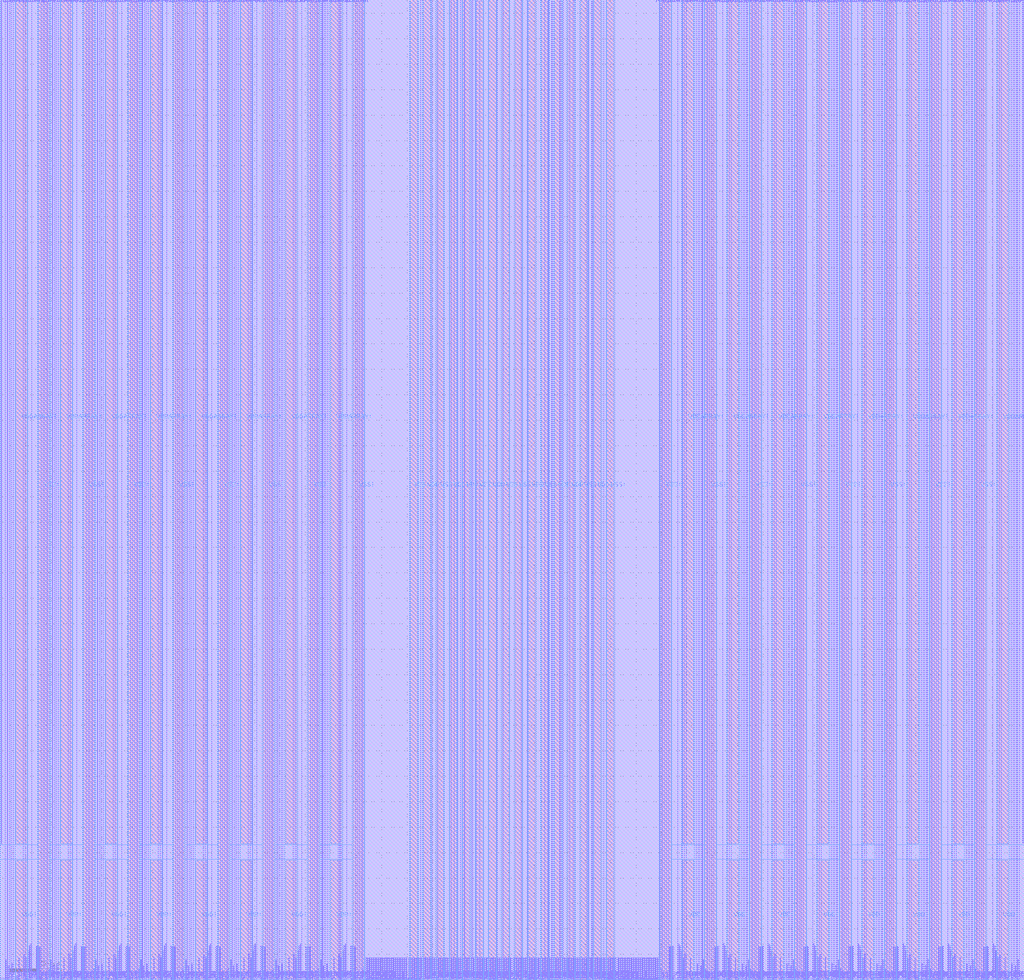
<source format=lef>
# ------------------------------------------------------
#
#		Copyright 2025 IHP PDK Authors
#
#		Licensed under the Apache License, Version 2.0 (the "License");
#		you may not use this file except in compliance with the License.
#		You may obtain a copy of the License at
#		
#		   https://www.apache.org/licenses/LICENSE-2.0
#		
#		Unless required by applicable law or agreed to in writing, software
#		distributed under the License is distributed on an "AS IS" BASIS,
#		WITHOUT WARRANTIES OR CONDITIONS OF ANY KIND, either express or implied.
#		See the License for the specific language governing permissions and
#		limitations under the License.
#		
#		Generated on Tue Sep  9 10:49:24 2025		
#
# ------------------------------------------------------ 
VERSION 5.7 ;
BUSBITCHARS "[]" ;
DIVIDERCHAR "/" ;

MACRO RM_IHPSG13_2P_1024x16_c2_bm_bist
  CLASS BLOCK ;
  ORIGIN 0 0 ;
  FOREIGN RM_IHPSG13_2P_1024x16_c2_bm_bist 0 0 ;
  SIZE 402.61 BY 385.37 ;
  SYMMETRY X Y R90 ;
  PIN A_DIN[8]
    DIRECTION INPUT ;
    USE SIGNAL ;
    ANTENNAPARTIALMETALAREA 3.9091 LAYER Metal2 ;
    ANTENNAMODEL OXIDE1 ;
      ANTENNAGATEAREA 0.20085 LAYER Metal2 ;
      ANTENNAMAXAREACAR 20.368932 LAYER Metal2 ;
    PORT
      LAYER Metal2 ;
        RECT 266.71 0 266.97 0.26 ;
    END
  END A_DIN[8]
  PIN A_DIN[7]
    DIRECTION INPUT ;
    USE SIGNAL ;
    ANTENNAPARTIALMETALAREA 3.9091 LAYER Metal2 ;
    ANTENNAMODEL OXIDE1 ;
      ANTENNAGATEAREA 0.20085 LAYER Metal2 ;
      ANTENNAMAXAREACAR 20.368932 LAYER Metal2 ;
    PORT
      LAYER Metal2 ;
        RECT 135.64 0 135.9 0.26 ;
    END
  END A_DIN[7]
  PIN A_BIST_DIN[8]
    DIRECTION INPUT ;
    USE SIGNAL ;
    ANTENNAPARTIALMETALAREA 4.136375 LAYER Metal2 ;
    ANTENNAMODEL OXIDE1 ;
      ANTENNAGATEAREA 0.20085 LAYER Metal2 ;
      ANTENNAMAXAREACAR 21.874907 LAYER Metal2 ;
    PORT
      LAYER Metal2 ;
        RECT 267.22 0 267.48 0.26 ;
    END
  END A_BIST_DIN[8]
  PIN A_BIST_DIN[7]
    DIRECTION INPUT ;
    USE SIGNAL ;
    ANTENNAPARTIALMETALAREA 4.136375 LAYER Metal2 ;
    ANTENNAMODEL OXIDE1 ;
      ANTENNAGATEAREA 0.20085 LAYER Metal2 ;
      ANTENNAMAXAREACAR 21.874907 LAYER Metal2 ;
    PORT
      LAYER Metal2 ;
        RECT 135.13 0 135.39 0.26 ;
    END
  END A_BIST_DIN[7]
  PIN A_BM[8]
    DIRECTION INPUT ;
    USE SIGNAL ;
    ANTENNAPARTIALMETALAREA 1.7264 LAYER Metal2 ;
    ANTENNAMODEL OXIDE1 ;
      ANTENNAGATEAREA 0.20085 LAYER Metal2 ;
      ANTENNAMAXAREACAR 9.501618 LAYER Metal2 ;
    PORT
      LAYER Metal2 ;
        RECT 275.38 0 275.64 0.26 ;
    END
  END A_BM[8]
  PIN A_BM[7]
    DIRECTION INPUT ;
    USE SIGNAL ;
    ANTENNAPARTIALMETALAREA 1.7264 LAYER Metal2 ;
    ANTENNAMODEL OXIDE1 ;
      ANTENNAGATEAREA 0.20085 LAYER Metal2 ;
      ANTENNAMAXAREACAR 9.501618 LAYER Metal2 ;
    PORT
      LAYER Metal2 ;
        RECT 126.97 0 127.23 0.26 ;
    END
  END A_BM[7]
  PIN A_BIST_BM[8]
    DIRECTION INPUT ;
    USE SIGNAL ;
    ANTENNAPARTIALMETALAREA 1.7602 LAYER Metal2 ;
    ANTENNAMODEL OXIDE1 ;
      ANTENNAGATEAREA 0.20085 LAYER Metal2 ;
      ANTENNAMAXAREACAR 9.678367 LAYER Metal2 ;
    PORT
      LAYER Metal2 ;
        RECT 274.005 0 274.265 0.26 ;
    END
  END A_BIST_BM[8]
  PIN A_BIST_BM[7]
    DIRECTION INPUT ;
    USE SIGNAL ;
    ANTENNAPARTIALMETALAREA 1.7602 LAYER Metal2 ;
    ANTENNAMODEL OXIDE1 ;
      ANTENNAGATEAREA 0.20085 LAYER Metal2 ;
      ANTENNAMAXAREACAR 9.678367 LAYER Metal2 ;
    PORT
      LAYER Metal2 ;
        RECT 128.345 0 128.605 0.26 ;
    END
  END A_BIST_BM[7]
  PIN A_DOUT[8]
    DIRECTION OUTPUT ;
    USE SIGNAL ;
    ANTENNAPARTIALMETALAREA 4.8256 LAYER Metal2 ;
    ANTENNADIFFAREA 0.988 LAYER Metal2 ;
    PORT
      LAYER Metal2 ;
        RECT 259.57 0 259.83 0.26 ;
    END
  END A_DOUT[8]
  PIN A_DOUT[7]
    DIRECTION OUTPUT ;
    USE SIGNAL ;
    ANTENNAPARTIALMETALAREA 4.8256 LAYER Metal2 ;
    ANTENNADIFFAREA 0.988 LAYER Metal2 ;
    PORT
      LAYER Metal2 ;
        RECT 142.78 0 143.04 0.26 ;
    END
  END A_DOUT[7]
  PIN B_DIN[8]
    DIRECTION INPUT ;
    USE SIGNAL ;
    ANTENNAPARTIALMETALAREA 2.925 LAYER Metal2 ;
    ANTENNAMODEL OXIDE1 ;
      ANTENNAGATEAREA 0.20085 LAYER Metal2 ;
      ANTENNAMAXAREACAR 15.469256 LAYER Metal2 ;
    PORT
      LAYER Metal2 ;
        RECT 269.26 0 269.52 0.26 ;
    END
  END B_DIN[8]
  PIN B_DIN[7]
    DIRECTION INPUT ;
    USE SIGNAL ;
    ANTENNAPARTIALMETALAREA 2.925 LAYER Metal2 ;
    ANTENNAMODEL OXIDE1 ;
      ANTENNAGATEAREA 0.20085 LAYER Metal2 ;
      ANTENNAMAXAREACAR 15.469256 LAYER Metal2 ;
    PORT
      LAYER Metal2 ;
        RECT 133.09 0 133.35 0.26 ;
    END
  END B_DIN[7]
  PIN B_BIST_DIN[8]
    DIRECTION INPUT ;
    USE SIGNAL ;
    ANTENNAPARTIALMETALAREA 2.9445 LAYER Metal2 ;
    ANTENNAMODEL OXIDE1 ;
      ANTENNAGATEAREA 0.20085 LAYER Metal2 ;
      ANTENNAMAXAREACAR 15.929052 LAYER Metal2 ;
    PORT
      LAYER Metal2 ;
        RECT 267.73 0 267.99 0.26 ;
    END
  END B_BIST_DIN[8]
  PIN B_BIST_DIN[7]
    DIRECTION INPUT ;
    USE SIGNAL ;
    ANTENNAPARTIALMETALAREA 2.9445 LAYER Metal2 ;
    ANTENNAMODEL OXIDE1 ;
      ANTENNAGATEAREA 0.20085 LAYER Metal2 ;
      ANTENNAMAXAREACAR 15.929052 LAYER Metal2 ;
    PORT
      LAYER Metal2 ;
        RECT 134.62 0 134.88 0.26 ;
    END
  END B_BIST_DIN[7]
  PIN B_BM[8]
    DIRECTION INPUT ;
    USE SIGNAL ;
    ANTENNAPARTIALMETALAREA 0.7007 LAYER Metal2 ;
    ANTENNAMODEL OXIDE1 ;
      ANTENNAGATEAREA 0.20085 LAYER Metal2 ;
      ANTENNAMAXAREACAR 4.394822 LAYER Metal2 ;
    PORT
      LAYER Metal2 ;
        RECT 260.745 0 261.005 0.26 ;
    END
  END B_BM[8]
  PIN B_BM[7]
    DIRECTION INPUT ;
    USE SIGNAL ;
    ANTENNAPARTIALMETALAREA 0.7007 LAYER Metal2 ;
    ANTENNAMODEL OXIDE1 ;
      ANTENNAGATEAREA 0.20085 LAYER Metal2 ;
      ANTENNAMAXAREACAR 4.394822 LAYER Metal2 ;
    PORT
      LAYER Metal2 ;
        RECT 141.605 0 141.865 0.26 ;
    END
  END B_BM[7]
  PIN B_BIST_BM[8]
    DIRECTION INPUT ;
    USE SIGNAL ;
    ANTENNAPARTIALMETALAREA 0.7007 LAYER Metal2 ;
    ANTENNAMODEL OXIDE1 ;
      ANTENNAGATEAREA 0.20085 LAYER Metal2 ;
      ANTENNAMAXAREACAR 4.394822 LAYER Metal2 ;
    PORT
      LAYER Metal2 ;
        RECT 262.275 0 262.535 0.26 ;
    END
  END B_BIST_BM[8]
  PIN B_BIST_BM[7]
    DIRECTION INPUT ;
    USE SIGNAL ;
    ANTENNAPARTIALMETALAREA 0.7007 LAYER Metal2 ;
    ANTENNAMODEL OXIDE1 ;
      ANTENNAGATEAREA 0.20085 LAYER Metal2 ;
      ANTENNAMAXAREACAR 4.394822 LAYER Metal2 ;
    PORT
      LAYER Metal2 ;
        RECT 140.075 0 140.335 0.26 ;
    END
  END B_BIST_BM[7]
  PIN B_DOUT[8]
    DIRECTION OUTPUT ;
    USE SIGNAL ;
    ANTENNAPARTIALMETALAREA 4.836 LAYER Metal2 ;
    ANTENNADIFFAREA 0.988 LAYER Metal2 ;
    PORT
      LAYER Metal2 ;
        RECT 276.4 0 276.66 0.26 ;
    END
  END B_DOUT[8]
  PIN B_DOUT[7]
    DIRECTION OUTPUT ;
    USE SIGNAL ;
    ANTENNAPARTIALMETALAREA 4.836 LAYER Metal2 ;
    ANTENNADIFFAREA 0.988 LAYER Metal2 ;
    PORT
      LAYER Metal2 ;
        RECT 125.95 0 126.21 0.26 ;
    END
  END B_DOUT[7]
  PIN VSS!
    DIRECTION INOUT ;
    USE GROUND ;
    NETEXPR "vss VSS!" ;
    PORT
      LAYER Metal4 ;
        RECT 383.205 0 387.625 385.37 ;
    END
    PORT
      LAYER Metal4 ;
        RECT 365.525 0 369.945 385.37 ;
    END
    PORT
      LAYER Metal4 ;
        RECT 347.845 0 352.265 385.37 ;
    END
    PORT
      LAYER Metal4 ;
        RECT 330.165 0 334.585 385.37 ;
    END
    PORT
      LAYER Metal4 ;
        RECT 312.485 0 316.905 385.37 ;
    END
    PORT
      LAYER Metal4 ;
        RECT 294.805 0 299.225 385.37 ;
    END
    PORT
      LAYER Metal4 ;
        RECT 277.125 0 281.545 385.37 ;
    END
    PORT
      LAYER Metal4 ;
        RECT 259.445 0 263.865 385.37 ;
    END
    PORT
      LAYER Metal4 ;
        RECT 238.525 0 241.335 385.37 ;
    END
    PORT
      LAYER Metal4 ;
        RECT 228.225 0 231.035 385.37 ;
    END
    PORT
      LAYER Metal4 ;
        RECT 212.775 0 215.585 385.37 ;
    END
    PORT
      LAYER Metal4 ;
        RECT 202.475 0 205.285 385.37 ;
    END
    PORT
      LAYER Metal4 ;
        RECT 197.325 0 200.135 385.37 ;
    END
    PORT
      LAYER Metal4 ;
        RECT 187.025 0 189.835 385.37 ;
    END
    PORT
      LAYER Metal4 ;
        RECT 171.575 0 174.385 385.37 ;
    END
    PORT
      LAYER Metal4 ;
        RECT 161.275 0 164.085 385.37 ;
    END
    PORT
      LAYER Metal4 ;
        RECT 138.745 0 143.165 385.37 ;
    END
    PORT
      LAYER Metal4 ;
        RECT 121.065 0 125.485 385.37 ;
    END
    PORT
      LAYER Metal4 ;
        RECT 103.385 0 107.805 385.37 ;
    END
    PORT
      LAYER Metal4 ;
        RECT 85.705 0 90.125 385.37 ;
    END
    PORT
      LAYER Metal4 ;
        RECT 68.025 0 72.445 385.37 ;
    END
    PORT
      LAYER Metal4 ;
        RECT 50.345 0 54.765 385.37 ;
    END
    PORT
      LAYER Metal4 ;
        RECT 32.665 0 37.085 385.37 ;
    END
    PORT
      LAYER Metal4 ;
        RECT 14.985 0 19.405 385.37 ;
    END
  END VSS!
  PIN VDD!
    DIRECTION INOUT ;
    USE POWER ;
    NETEXPR "vdd VDD!" ;
    PORT
      LAYER Metal4 ;
        RECT 392.045 0 396.465 47.045 ;
    END
    PORT
      LAYER Metal4 ;
        RECT 374.365 0 378.785 47.045 ;
    END
    PORT
      LAYER Metal4 ;
        RECT 356.685 0 361.105 47.045 ;
    END
    PORT
      LAYER Metal4 ;
        RECT 339.005 0 343.425 47.045 ;
    END
    PORT
      LAYER Metal4 ;
        RECT 321.325 0 325.745 47.045 ;
    END
    PORT
      LAYER Metal4 ;
        RECT 303.645 0 308.065 47.045 ;
    END
    PORT
      LAYER Metal4 ;
        RECT 285.965 0 290.385 47.045 ;
    END
    PORT
      LAYER Metal4 ;
        RECT 268.285 0 272.705 47.045 ;
    END
    PORT
      LAYER Metal4 ;
        RECT 233.375 0 236.185 385.37 ;
    END
    PORT
      LAYER Metal4 ;
        RECT 223.075 0 225.885 385.37 ;
    END
    PORT
      LAYER Metal4 ;
        RECT 217.925 0 220.735 385.37 ;
    END
    PORT
      LAYER Metal4 ;
        RECT 207.625 0 210.435 385.37 ;
    END
    PORT
      LAYER Metal4 ;
        RECT 192.175 0 194.985 385.37 ;
    END
    PORT
      LAYER Metal4 ;
        RECT 181.875 0 184.685 385.37 ;
    END
    PORT
      LAYER Metal4 ;
        RECT 176.725 0 179.535 385.37 ;
    END
    PORT
      LAYER Metal4 ;
        RECT 166.425 0 169.235 385.37 ;
    END
    PORT
      LAYER Metal4 ;
        RECT 129.905 0 134.325 47.045 ;
    END
    PORT
      LAYER Metal4 ;
        RECT 112.225 0 116.645 47.045 ;
    END
    PORT
      LAYER Metal4 ;
        RECT 94.545 0 98.965 47.045 ;
    END
    PORT
      LAYER Metal4 ;
        RECT 76.865 0 81.285 47.045 ;
    END
    PORT
      LAYER Metal4 ;
        RECT 59.185 0 63.605 47.045 ;
    END
    PORT
      LAYER Metal4 ;
        RECT 41.505 0 45.925 47.045 ;
    END
    PORT
      LAYER Metal4 ;
        RECT 23.825 0 28.245 47.045 ;
    END
    PORT
      LAYER Metal4 ;
        RECT 6.145 0 10.565 47.045 ;
    END
  END VDD!
  PIN VDDARRAY!
    DIRECTION INOUT ;
    USE POWER ;
    NETEXPR "vddarray VDDARRAY!" ;
    PORT
      LAYER Metal4 ;
        RECT 392.045 53.41 396.465 385.37 ;
    END
    PORT
      LAYER Metal4 ;
        RECT 374.365 53.41 378.785 385.37 ;
    END
    PORT
      LAYER Metal4 ;
        RECT 356.685 53.41 361.105 385.37 ;
    END
    PORT
      LAYER Metal4 ;
        RECT 339.005 53.41 343.425 385.37 ;
    END
    PORT
      LAYER Metal4 ;
        RECT 321.325 53.41 325.745 385.37 ;
    END
    PORT
      LAYER Metal4 ;
        RECT 303.645 53.41 308.065 385.37 ;
    END
    PORT
      LAYER Metal4 ;
        RECT 285.965 53.41 290.385 385.37 ;
    END
    PORT
      LAYER Metal4 ;
        RECT 268.285 53.41 272.705 385.37 ;
    END
    PORT
      LAYER Metal4 ;
        RECT 129.905 53.41 134.325 385.37 ;
    END
    PORT
      LAYER Metal4 ;
        RECT 112.225 53.41 116.645 385.37 ;
    END
    PORT
      LAYER Metal4 ;
        RECT 94.545 53.41 98.965 385.37 ;
    END
    PORT
      LAYER Metal4 ;
        RECT 76.865 53.41 81.285 385.37 ;
    END
    PORT
      LAYER Metal4 ;
        RECT 59.185 53.41 63.605 385.37 ;
    END
    PORT
      LAYER Metal4 ;
        RECT 41.505 53.41 45.925 385.37 ;
    END
    PORT
      LAYER Metal4 ;
        RECT 23.825 53.41 28.245 385.37 ;
    END
    PORT
      LAYER Metal4 ;
        RECT 6.145 53.41 10.565 385.37 ;
    END
  END VDDARRAY!
  PIN A_DIN[9]
    DIRECTION INPUT ;
    USE SIGNAL ;
    ANTENNAPARTIALMETALAREA 3.9091 LAYER Metal2 ;
    ANTENNAMODEL OXIDE1 ;
      ANTENNAGATEAREA 0.20085 LAYER Metal2 ;
      ANTENNAMAXAREACAR 20.368932 LAYER Metal2 ;
    PORT
      LAYER Metal2 ;
        RECT 284.39 0 284.65 0.26 ;
    END
  END A_DIN[9]
  PIN A_DIN[6]
    DIRECTION INPUT ;
    USE SIGNAL ;
    ANTENNAPARTIALMETALAREA 3.9091 LAYER Metal2 ;
    ANTENNAMODEL OXIDE1 ;
      ANTENNAGATEAREA 0.20085 LAYER Metal2 ;
      ANTENNAMAXAREACAR 20.368932 LAYER Metal2 ;
    PORT
      LAYER Metal2 ;
        RECT 117.96 0 118.22 0.26 ;
    END
  END A_DIN[6]
  PIN A_BIST_DIN[9]
    DIRECTION INPUT ;
    USE SIGNAL ;
    ANTENNAPARTIALMETALAREA 4.136375 LAYER Metal2 ;
    ANTENNAMODEL OXIDE1 ;
      ANTENNAGATEAREA 0.20085 LAYER Metal2 ;
      ANTENNAMAXAREACAR 21.874907 LAYER Metal2 ;
    PORT
      LAYER Metal2 ;
        RECT 284.9 0 285.16 0.26 ;
    END
  END A_BIST_DIN[9]
  PIN A_BIST_DIN[6]
    DIRECTION INPUT ;
    USE SIGNAL ;
    ANTENNAPARTIALMETALAREA 4.136375 LAYER Metal2 ;
    ANTENNAMODEL OXIDE1 ;
      ANTENNAGATEAREA 0.20085 LAYER Metal2 ;
      ANTENNAMAXAREACAR 21.874907 LAYER Metal2 ;
    PORT
      LAYER Metal2 ;
        RECT 117.45 0 117.71 0.26 ;
    END
  END A_BIST_DIN[6]
  PIN A_BM[9]
    DIRECTION INPUT ;
    USE SIGNAL ;
    ANTENNAPARTIALMETALAREA 1.7264 LAYER Metal2 ;
    ANTENNAMODEL OXIDE1 ;
      ANTENNAGATEAREA 0.20085 LAYER Metal2 ;
      ANTENNAMAXAREACAR 9.501618 LAYER Metal2 ;
    PORT
      LAYER Metal2 ;
        RECT 293.06 0 293.32 0.26 ;
    END
  END A_BM[9]
  PIN A_BM[6]
    DIRECTION INPUT ;
    USE SIGNAL ;
    ANTENNAPARTIALMETALAREA 1.7264 LAYER Metal2 ;
    ANTENNAMODEL OXIDE1 ;
      ANTENNAGATEAREA 0.20085 LAYER Metal2 ;
      ANTENNAMAXAREACAR 9.501618 LAYER Metal2 ;
    PORT
      LAYER Metal2 ;
        RECT 109.29 0 109.55 0.26 ;
    END
  END A_BM[6]
  PIN A_BIST_BM[9]
    DIRECTION INPUT ;
    USE SIGNAL ;
    ANTENNAPARTIALMETALAREA 1.7602 LAYER Metal2 ;
    ANTENNAMODEL OXIDE1 ;
      ANTENNAGATEAREA 0.20085 LAYER Metal2 ;
      ANTENNAMAXAREACAR 9.678367 LAYER Metal2 ;
    PORT
      LAYER Metal2 ;
        RECT 291.685 0 291.945 0.26 ;
    END
  END A_BIST_BM[9]
  PIN A_BIST_BM[6]
    DIRECTION INPUT ;
    USE SIGNAL ;
    ANTENNAPARTIALMETALAREA 1.7602 LAYER Metal2 ;
    ANTENNAMODEL OXIDE1 ;
      ANTENNAGATEAREA 0.20085 LAYER Metal2 ;
      ANTENNAMAXAREACAR 9.678367 LAYER Metal2 ;
    PORT
      LAYER Metal2 ;
        RECT 110.665 0 110.925 0.26 ;
    END
  END A_BIST_BM[6]
  PIN A_DOUT[9]
    DIRECTION OUTPUT ;
    USE SIGNAL ;
    ANTENNAPARTIALMETALAREA 4.8256 LAYER Metal2 ;
    ANTENNADIFFAREA 0.988 LAYER Metal2 ;
    PORT
      LAYER Metal2 ;
        RECT 277.25 0 277.51 0.26 ;
    END
  END A_DOUT[9]
  PIN A_DOUT[6]
    DIRECTION OUTPUT ;
    USE SIGNAL ;
    ANTENNAPARTIALMETALAREA 4.8256 LAYER Metal2 ;
    ANTENNADIFFAREA 0.988 LAYER Metal2 ;
    PORT
      LAYER Metal2 ;
        RECT 125.1 0 125.36 0.26 ;
    END
  END A_DOUT[6]
  PIN B_DIN[9]
    DIRECTION INPUT ;
    USE SIGNAL ;
    ANTENNAPARTIALMETALAREA 2.925 LAYER Metal2 ;
    ANTENNAMODEL OXIDE1 ;
      ANTENNAGATEAREA 0.20085 LAYER Metal2 ;
      ANTENNAMAXAREACAR 15.469256 LAYER Metal2 ;
    PORT
      LAYER Metal2 ;
        RECT 286.94 0 287.2 0.26 ;
    END
  END B_DIN[9]
  PIN B_DIN[6]
    DIRECTION INPUT ;
    USE SIGNAL ;
    ANTENNAPARTIALMETALAREA 2.925 LAYER Metal2 ;
    ANTENNAMODEL OXIDE1 ;
      ANTENNAGATEAREA 0.20085 LAYER Metal2 ;
      ANTENNAMAXAREACAR 15.469256 LAYER Metal2 ;
    PORT
      LAYER Metal2 ;
        RECT 115.41 0 115.67 0.26 ;
    END
  END B_DIN[6]
  PIN B_BIST_DIN[9]
    DIRECTION INPUT ;
    USE SIGNAL ;
    ANTENNAPARTIALMETALAREA 2.9445 LAYER Metal2 ;
    ANTENNAMODEL OXIDE1 ;
      ANTENNAGATEAREA 0.20085 LAYER Metal2 ;
      ANTENNAMAXAREACAR 15.929052 LAYER Metal2 ;
    PORT
      LAYER Metal2 ;
        RECT 285.41 0 285.67 0.26 ;
    END
  END B_BIST_DIN[9]
  PIN B_BIST_DIN[6]
    DIRECTION INPUT ;
    USE SIGNAL ;
    ANTENNAPARTIALMETALAREA 2.9445 LAYER Metal2 ;
    ANTENNAMODEL OXIDE1 ;
      ANTENNAGATEAREA 0.20085 LAYER Metal2 ;
      ANTENNAMAXAREACAR 15.929052 LAYER Metal2 ;
    PORT
      LAYER Metal2 ;
        RECT 116.94 0 117.2 0.26 ;
    END
  END B_BIST_DIN[6]
  PIN B_BM[9]
    DIRECTION INPUT ;
    USE SIGNAL ;
    ANTENNAPARTIALMETALAREA 0.7007 LAYER Metal2 ;
    ANTENNAMODEL OXIDE1 ;
      ANTENNAGATEAREA 0.20085 LAYER Metal2 ;
      ANTENNAMAXAREACAR 4.394822 LAYER Metal2 ;
    PORT
      LAYER Metal2 ;
        RECT 278.425 0 278.685 0.26 ;
    END
  END B_BM[9]
  PIN B_BM[6]
    DIRECTION INPUT ;
    USE SIGNAL ;
    ANTENNAPARTIALMETALAREA 0.7007 LAYER Metal2 ;
    ANTENNAMODEL OXIDE1 ;
      ANTENNAGATEAREA 0.20085 LAYER Metal2 ;
      ANTENNAMAXAREACAR 4.394822 LAYER Metal2 ;
    PORT
      LAYER Metal2 ;
        RECT 123.925 0 124.185 0.26 ;
    END
  END B_BM[6]
  PIN B_BIST_BM[9]
    DIRECTION INPUT ;
    USE SIGNAL ;
    ANTENNAPARTIALMETALAREA 0.7007 LAYER Metal2 ;
    ANTENNAMODEL OXIDE1 ;
      ANTENNAGATEAREA 0.20085 LAYER Metal2 ;
      ANTENNAMAXAREACAR 4.394822 LAYER Metal2 ;
    PORT
      LAYER Metal2 ;
        RECT 279.955 0 280.215 0.26 ;
    END
  END B_BIST_BM[9]
  PIN B_BIST_BM[6]
    DIRECTION INPUT ;
    USE SIGNAL ;
    ANTENNAPARTIALMETALAREA 0.7007 LAYER Metal2 ;
    ANTENNAMODEL OXIDE1 ;
      ANTENNAGATEAREA 0.20085 LAYER Metal2 ;
      ANTENNAMAXAREACAR 4.394822 LAYER Metal2 ;
    PORT
      LAYER Metal2 ;
        RECT 122.395 0 122.655 0.26 ;
    END
  END B_BIST_BM[6]
  PIN B_DOUT[9]
    DIRECTION OUTPUT ;
    USE SIGNAL ;
    ANTENNAPARTIALMETALAREA 4.836 LAYER Metal2 ;
    ANTENNADIFFAREA 0.988 LAYER Metal2 ;
    PORT
      LAYER Metal2 ;
        RECT 294.08 0 294.34 0.26 ;
    END
  END B_DOUT[9]
  PIN B_DOUT[6]
    DIRECTION OUTPUT ;
    USE SIGNAL ;
    ANTENNAPARTIALMETALAREA 4.836 LAYER Metal2 ;
    ANTENNADIFFAREA 0.988 LAYER Metal2 ;
    PORT
      LAYER Metal2 ;
        RECT 108.27 0 108.53 0.26 ;
    END
  END B_DOUT[6]
  PIN A_DIN[10]
    DIRECTION INPUT ;
    USE SIGNAL ;
    ANTENNAPARTIALMETALAREA 3.9091 LAYER Metal2 ;
    ANTENNAMODEL OXIDE1 ;
      ANTENNAGATEAREA 0.20085 LAYER Metal2 ;
      ANTENNAMAXAREACAR 20.368932 LAYER Metal2 ;
    PORT
      LAYER Metal2 ;
        RECT 302.07 0 302.33 0.26 ;
    END
  END A_DIN[10]
  PIN A_DIN[5]
    DIRECTION INPUT ;
    USE SIGNAL ;
    ANTENNAPARTIALMETALAREA 3.9091 LAYER Metal2 ;
    ANTENNAMODEL OXIDE1 ;
      ANTENNAGATEAREA 0.20085 LAYER Metal2 ;
      ANTENNAMAXAREACAR 20.368932 LAYER Metal2 ;
    PORT
      LAYER Metal2 ;
        RECT 100.28 0 100.54 0.26 ;
    END
  END A_DIN[5]
  PIN A_BIST_DIN[10]
    DIRECTION INPUT ;
    USE SIGNAL ;
    ANTENNAPARTIALMETALAREA 4.136375 LAYER Metal2 ;
    ANTENNAMODEL OXIDE1 ;
      ANTENNAGATEAREA 0.20085 LAYER Metal2 ;
      ANTENNAMAXAREACAR 21.874907 LAYER Metal2 ;
    PORT
      LAYER Metal2 ;
        RECT 302.58 0 302.84 0.26 ;
    END
  END A_BIST_DIN[10]
  PIN A_BIST_DIN[5]
    DIRECTION INPUT ;
    USE SIGNAL ;
    ANTENNAPARTIALMETALAREA 4.136375 LAYER Metal2 ;
    ANTENNAMODEL OXIDE1 ;
      ANTENNAGATEAREA 0.20085 LAYER Metal2 ;
      ANTENNAMAXAREACAR 21.874907 LAYER Metal2 ;
    PORT
      LAYER Metal2 ;
        RECT 99.77 0 100.03 0.26 ;
    END
  END A_BIST_DIN[5]
  PIN A_BM[10]
    DIRECTION INPUT ;
    USE SIGNAL ;
    ANTENNAPARTIALMETALAREA 1.7264 LAYER Metal2 ;
    ANTENNAMODEL OXIDE1 ;
      ANTENNAGATEAREA 0.20085 LAYER Metal2 ;
      ANTENNAMAXAREACAR 9.501618 LAYER Metal2 ;
    PORT
      LAYER Metal2 ;
        RECT 310.74 0 311 0.26 ;
    END
  END A_BM[10]
  PIN A_BM[5]
    DIRECTION INPUT ;
    USE SIGNAL ;
    ANTENNAPARTIALMETALAREA 1.7264 LAYER Metal2 ;
    ANTENNAMODEL OXIDE1 ;
      ANTENNAGATEAREA 0.20085 LAYER Metal2 ;
      ANTENNAMAXAREACAR 9.501618 LAYER Metal2 ;
    PORT
      LAYER Metal2 ;
        RECT 91.61 0 91.87 0.26 ;
    END
  END A_BM[5]
  PIN A_BIST_BM[10]
    DIRECTION INPUT ;
    USE SIGNAL ;
    ANTENNAPARTIALMETALAREA 1.7602 LAYER Metal2 ;
    ANTENNAMODEL OXIDE1 ;
      ANTENNAGATEAREA 0.20085 LAYER Metal2 ;
      ANTENNAMAXAREACAR 9.678367 LAYER Metal2 ;
    PORT
      LAYER Metal2 ;
        RECT 309.365 0 309.625 0.26 ;
    END
  END A_BIST_BM[10]
  PIN A_BIST_BM[5]
    DIRECTION INPUT ;
    USE SIGNAL ;
    ANTENNAPARTIALMETALAREA 1.7602 LAYER Metal2 ;
    ANTENNAMODEL OXIDE1 ;
      ANTENNAGATEAREA 0.20085 LAYER Metal2 ;
      ANTENNAMAXAREACAR 9.678367 LAYER Metal2 ;
    PORT
      LAYER Metal2 ;
        RECT 92.985 0 93.245 0.26 ;
    END
  END A_BIST_BM[5]
  PIN A_DOUT[10]
    DIRECTION OUTPUT ;
    USE SIGNAL ;
    ANTENNAPARTIALMETALAREA 4.8256 LAYER Metal2 ;
    ANTENNADIFFAREA 0.988 LAYER Metal2 ;
    PORT
      LAYER Metal2 ;
        RECT 294.93 0 295.19 0.26 ;
    END
  END A_DOUT[10]
  PIN A_DOUT[5]
    DIRECTION OUTPUT ;
    USE SIGNAL ;
    ANTENNAPARTIALMETALAREA 4.8256 LAYER Metal2 ;
    ANTENNADIFFAREA 0.988 LAYER Metal2 ;
    PORT
      LAYER Metal2 ;
        RECT 107.42 0 107.68 0.26 ;
    END
  END A_DOUT[5]
  PIN B_DIN[10]
    DIRECTION INPUT ;
    USE SIGNAL ;
    ANTENNAPARTIALMETALAREA 2.925 LAYER Metal2 ;
    ANTENNAMODEL OXIDE1 ;
      ANTENNAGATEAREA 0.20085 LAYER Metal2 ;
      ANTENNAMAXAREACAR 15.469256 LAYER Metal2 ;
    PORT
      LAYER Metal2 ;
        RECT 304.62 0 304.88 0.26 ;
    END
  END B_DIN[10]
  PIN B_DIN[5]
    DIRECTION INPUT ;
    USE SIGNAL ;
    ANTENNAPARTIALMETALAREA 2.925 LAYER Metal2 ;
    ANTENNAMODEL OXIDE1 ;
      ANTENNAGATEAREA 0.20085 LAYER Metal2 ;
      ANTENNAMAXAREACAR 15.469256 LAYER Metal2 ;
    PORT
      LAYER Metal2 ;
        RECT 97.73 0 97.99 0.26 ;
    END
  END B_DIN[5]
  PIN B_BIST_DIN[10]
    DIRECTION INPUT ;
    USE SIGNAL ;
    ANTENNAPARTIALMETALAREA 2.9445 LAYER Metal2 ;
    ANTENNAMODEL OXIDE1 ;
      ANTENNAGATEAREA 0.20085 LAYER Metal2 ;
      ANTENNAMAXAREACAR 15.929052 LAYER Metal2 ;
    PORT
      LAYER Metal2 ;
        RECT 303.09 0 303.35 0.26 ;
    END
  END B_BIST_DIN[10]
  PIN B_BIST_DIN[5]
    DIRECTION INPUT ;
    USE SIGNAL ;
    ANTENNAPARTIALMETALAREA 2.9445 LAYER Metal2 ;
    ANTENNAMODEL OXIDE1 ;
      ANTENNAGATEAREA 0.20085 LAYER Metal2 ;
      ANTENNAMAXAREACAR 15.929052 LAYER Metal2 ;
    PORT
      LAYER Metal2 ;
        RECT 99.26 0 99.52 0.26 ;
    END
  END B_BIST_DIN[5]
  PIN B_BM[10]
    DIRECTION INPUT ;
    USE SIGNAL ;
    ANTENNAPARTIALMETALAREA 0.7007 LAYER Metal2 ;
    ANTENNAMODEL OXIDE1 ;
      ANTENNAGATEAREA 0.20085 LAYER Metal2 ;
      ANTENNAMAXAREACAR 4.394822 LAYER Metal2 ;
    PORT
      LAYER Metal2 ;
        RECT 296.105 0 296.365 0.26 ;
    END
  END B_BM[10]
  PIN B_BM[5]
    DIRECTION INPUT ;
    USE SIGNAL ;
    ANTENNAPARTIALMETALAREA 0.7007 LAYER Metal2 ;
    ANTENNAMODEL OXIDE1 ;
      ANTENNAGATEAREA 0.20085 LAYER Metal2 ;
      ANTENNAMAXAREACAR 4.394822 LAYER Metal2 ;
    PORT
      LAYER Metal2 ;
        RECT 106.245 0 106.505 0.26 ;
    END
  END B_BM[5]
  PIN B_BIST_BM[10]
    DIRECTION INPUT ;
    USE SIGNAL ;
    ANTENNAPARTIALMETALAREA 0.7007 LAYER Metal2 ;
    ANTENNAMODEL OXIDE1 ;
      ANTENNAGATEAREA 0.20085 LAYER Metal2 ;
      ANTENNAMAXAREACAR 4.394822 LAYER Metal2 ;
    PORT
      LAYER Metal2 ;
        RECT 297.635 0 297.895 0.26 ;
    END
  END B_BIST_BM[10]
  PIN B_BIST_BM[5]
    DIRECTION INPUT ;
    USE SIGNAL ;
    ANTENNAPARTIALMETALAREA 0.7007 LAYER Metal2 ;
    ANTENNAMODEL OXIDE1 ;
      ANTENNAGATEAREA 0.20085 LAYER Metal2 ;
      ANTENNAMAXAREACAR 4.394822 LAYER Metal2 ;
    PORT
      LAYER Metal2 ;
        RECT 104.715 0 104.975 0.26 ;
    END
  END B_BIST_BM[5]
  PIN B_DOUT[10]
    DIRECTION OUTPUT ;
    USE SIGNAL ;
    ANTENNAPARTIALMETALAREA 4.836 LAYER Metal2 ;
    ANTENNADIFFAREA 0.988 LAYER Metal2 ;
    PORT
      LAYER Metal2 ;
        RECT 311.76 0 312.02 0.26 ;
    END
  END B_DOUT[10]
  PIN B_DOUT[5]
    DIRECTION OUTPUT ;
    USE SIGNAL ;
    ANTENNAPARTIALMETALAREA 4.836 LAYER Metal2 ;
    ANTENNADIFFAREA 0.988 LAYER Metal2 ;
    PORT
      LAYER Metal2 ;
        RECT 90.59 0 90.85 0.26 ;
    END
  END B_DOUT[5]
  PIN A_DIN[11]
    DIRECTION INPUT ;
    USE SIGNAL ;
    ANTENNAPARTIALMETALAREA 3.9091 LAYER Metal2 ;
    ANTENNAMODEL OXIDE1 ;
      ANTENNAGATEAREA 0.20085 LAYER Metal2 ;
      ANTENNAMAXAREACAR 20.368932 LAYER Metal2 ;
    PORT
      LAYER Metal2 ;
        RECT 319.75 0 320.01 0.26 ;
    END
  END A_DIN[11]
  PIN A_DIN[4]
    DIRECTION INPUT ;
    USE SIGNAL ;
    ANTENNAPARTIALMETALAREA 3.9091 LAYER Metal2 ;
    ANTENNAMODEL OXIDE1 ;
      ANTENNAGATEAREA 0.20085 LAYER Metal2 ;
      ANTENNAMAXAREACAR 20.368932 LAYER Metal2 ;
    PORT
      LAYER Metal2 ;
        RECT 82.6 0 82.86 0.26 ;
    END
  END A_DIN[4]
  PIN A_BIST_DIN[11]
    DIRECTION INPUT ;
    USE SIGNAL ;
    ANTENNAPARTIALMETALAREA 4.136375 LAYER Metal2 ;
    ANTENNAMODEL OXIDE1 ;
      ANTENNAGATEAREA 0.20085 LAYER Metal2 ;
      ANTENNAMAXAREACAR 21.874907 LAYER Metal2 ;
    PORT
      LAYER Metal2 ;
        RECT 320.26 0 320.52 0.26 ;
    END
  END A_BIST_DIN[11]
  PIN A_BIST_DIN[4]
    DIRECTION INPUT ;
    USE SIGNAL ;
    ANTENNAPARTIALMETALAREA 4.136375 LAYER Metal2 ;
    ANTENNAMODEL OXIDE1 ;
      ANTENNAGATEAREA 0.20085 LAYER Metal2 ;
      ANTENNAMAXAREACAR 21.874907 LAYER Metal2 ;
    PORT
      LAYER Metal2 ;
        RECT 82.09 0 82.35 0.26 ;
    END
  END A_BIST_DIN[4]
  PIN A_BM[11]
    DIRECTION INPUT ;
    USE SIGNAL ;
    ANTENNAPARTIALMETALAREA 1.7264 LAYER Metal2 ;
    ANTENNAMODEL OXIDE1 ;
      ANTENNAGATEAREA 0.20085 LAYER Metal2 ;
      ANTENNAMAXAREACAR 9.501618 LAYER Metal2 ;
    PORT
      LAYER Metal2 ;
        RECT 328.42 0 328.68 0.26 ;
    END
  END A_BM[11]
  PIN A_BM[4]
    DIRECTION INPUT ;
    USE SIGNAL ;
    ANTENNAPARTIALMETALAREA 1.7264 LAYER Metal2 ;
    ANTENNAMODEL OXIDE1 ;
      ANTENNAGATEAREA 0.20085 LAYER Metal2 ;
      ANTENNAMAXAREACAR 9.501618 LAYER Metal2 ;
    PORT
      LAYER Metal2 ;
        RECT 73.93 0 74.19 0.26 ;
    END
  END A_BM[4]
  PIN A_BIST_BM[11]
    DIRECTION INPUT ;
    USE SIGNAL ;
    ANTENNAPARTIALMETALAREA 1.7602 LAYER Metal2 ;
    ANTENNAMODEL OXIDE1 ;
      ANTENNAGATEAREA 0.20085 LAYER Metal2 ;
      ANTENNAMAXAREACAR 9.678367 LAYER Metal2 ;
    PORT
      LAYER Metal2 ;
        RECT 327.045 0 327.305 0.26 ;
    END
  END A_BIST_BM[11]
  PIN A_BIST_BM[4]
    DIRECTION INPUT ;
    USE SIGNAL ;
    ANTENNAPARTIALMETALAREA 1.7602 LAYER Metal2 ;
    ANTENNAMODEL OXIDE1 ;
      ANTENNAGATEAREA 0.20085 LAYER Metal2 ;
      ANTENNAMAXAREACAR 9.678367 LAYER Metal2 ;
    PORT
      LAYER Metal2 ;
        RECT 75.305 0 75.565 0.26 ;
    END
  END A_BIST_BM[4]
  PIN A_DOUT[11]
    DIRECTION OUTPUT ;
    USE SIGNAL ;
    ANTENNAPARTIALMETALAREA 4.8256 LAYER Metal2 ;
    ANTENNADIFFAREA 0.988 LAYER Metal2 ;
    PORT
      LAYER Metal2 ;
        RECT 312.61 0 312.87 0.26 ;
    END
  END A_DOUT[11]
  PIN A_DOUT[4]
    DIRECTION OUTPUT ;
    USE SIGNAL ;
    ANTENNAPARTIALMETALAREA 4.8256 LAYER Metal2 ;
    ANTENNADIFFAREA 0.988 LAYER Metal2 ;
    PORT
      LAYER Metal2 ;
        RECT 89.74 0 90 0.26 ;
    END
  END A_DOUT[4]
  PIN B_DIN[11]
    DIRECTION INPUT ;
    USE SIGNAL ;
    ANTENNAPARTIALMETALAREA 2.925 LAYER Metal2 ;
    ANTENNAMODEL OXIDE1 ;
      ANTENNAGATEAREA 0.20085 LAYER Metal2 ;
      ANTENNAMAXAREACAR 15.469256 LAYER Metal2 ;
    PORT
      LAYER Metal2 ;
        RECT 322.3 0 322.56 0.26 ;
    END
  END B_DIN[11]
  PIN B_DIN[4]
    DIRECTION INPUT ;
    USE SIGNAL ;
    ANTENNAPARTIALMETALAREA 2.925 LAYER Metal2 ;
    ANTENNAMODEL OXIDE1 ;
      ANTENNAGATEAREA 0.20085 LAYER Metal2 ;
      ANTENNAMAXAREACAR 15.469256 LAYER Metal2 ;
    PORT
      LAYER Metal2 ;
        RECT 80.05 0 80.31 0.26 ;
    END
  END B_DIN[4]
  PIN B_BIST_DIN[11]
    DIRECTION INPUT ;
    USE SIGNAL ;
    ANTENNAPARTIALMETALAREA 2.9445 LAYER Metal2 ;
    ANTENNAMODEL OXIDE1 ;
      ANTENNAGATEAREA 0.20085 LAYER Metal2 ;
      ANTENNAMAXAREACAR 15.929052 LAYER Metal2 ;
    PORT
      LAYER Metal2 ;
        RECT 320.77 0 321.03 0.26 ;
    END
  END B_BIST_DIN[11]
  PIN B_BIST_DIN[4]
    DIRECTION INPUT ;
    USE SIGNAL ;
    ANTENNAPARTIALMETALAREA 2.9445 LAYER Metal2 ;
    ANTENNAMODEL OXIDE1 ;
      ANTENNAGATEAREA 0.20085 LAYER Metal2 ;
      ANTENNAMAXAREACAR 15.929052 LAYER Metal2 ;
    PORT
      LAYER Metal2 ;
        RECT 81.58 0 81.84 0.26 ;
    END
  END B_BIST_DIN[4]
  PIN B_BM[11]
    DIRECTION INPUT ;
    USE SIGNAL ;
    ANTENNAPARTIALMETALAREA 0.7007 LAYER Metal2 ;
    ANTENNAMODEL OXIDE1 ;
      ANTENNAGATEAREA 0.20085 LAYER Metal2 ;
      ANTENNAMAXAREACAR 4.394822 LAYER Metal2 ;
    PORT
      LAYER Metal2 ;
        RECT 313.785 0 314.045 0.26 ;
    END
  END B_BM[11]
  PIN B_BM[4]
    DIRECTION INPUT ;
    USE SIGNAL ;
    ANTENNAPARTIALMETALAREA 0.7007 LAYER Metal2 ;
    ANTENNAMODEL OXIDE1 ;
      ANTENNAGATEAREA 0.20085 LAYER Metal2 ;
      ANTENNAMAXAREACAR 4.394822 LAYER Metal2 ;
    PORT
      LAYER Metal2 ;
        RECT 88.565 0 88.825 0.26 ;
    END
  END B_BM[4]
  PIN B_BIST_BM[11]
    DIRECTION INPUT ;
    USE SIGNAL ;
    ANTENNAPARTIALMETALAREA 0.7007 LAYER Metal2 ;
    ANTENNAMODEL OXIDE1 ;
      ANTENNAGATEAREA 0.20085 LAYER Metal2 ;
      ANTENNAMAXAREACAR 4.394822 LAYER Metal2 ;
    PORT
      LAYER Metal2 ;
        RECT 315.315 0 315.575 0.26 ;
    END
  END B_BIST_BM[11]
  PIN B_BIST_BM[4]
    DIRECTION INPUT ;
    USE SIGNAL ;
    ANTENNAPARTIALMETALAREA 0.7007 LAYER Metal2 ;
    ANTENNAMODEL OXIDE1 ;
      ANTENNAGATEAREA 0.20085 LAYER Metal2 ;
      ANTENNAMAXAREACAR 4.394822 LAYER Metal2 ;
    PORT
      LAYER Metal2 ;
        RECT 87.035 0 87.295 0.26 ;
    END
  END B_BIST_BM[4]
  PIN B_DOUT[11]
    DIRECTION OUTPUT ;
    USE SIGNAL ;
    ANTENNAPARTIALMETALAREA 4.836 LAYER Metal2 ;
    ANTENNADIFFAREA 0.988 LAYER Metal2 ;
    PORT
      LAYER Metal2 ;
        RECT 329.44 0 329.7 0.26 ;
    END
  END B_DOUT[11]
  PIN B_DOUT[4]
    DIRECTION OUTPUT ;
    USE SIGNAL ;
    ANTENNAPARTIALMETALAREA 4.836 LAYER Metal2 ;
    ANTENNADIFFAREA 0.988 LAYER Metal2 ;
    PORT
      LAYER Metal2 ;
        RECT 72.91 0 73.17 0.26 ;
    END
  END B_DOUT[4]
  PIN A_DIN[12]
    DIRECTION INPUT ;
    USE SIGNAL ;
    ANTENNAPARTIALMETALAREA 3.9091 LAYER Metal2 ;
    ANTENNAMODEL OXIDE1 ;
      ANTENNAGATEAREA 0.20085 LAYER Metal2 ;
      ANTENNAMAXAREACAR 20.368932 LAYER Metal2 ;
    PORT
      LAYER Metal2 ;
        RECT 337.43 0 337.69 0.26 ;
    END
  END A_DIN[12]
  PIN A_DIN[3]
    DIRECTION INPUT ;
    USE SIGNAL ;
    ANTENNAPARTIALMETALAREA 3.9091 LAYER Metal2 ;
    ANTENNAMODEL OXIDE1 ;
      ANTENNAGATEAREA 0.20085 LAYER Metal2 ;
      ANTENNAMAXAREACAR 20.368932 LAYER Metal2 ;
    PORT
      LAYER Metal2 ;
        RECT 64.92 0 65.18 0.26 ;
    END
  END A_DIN[3]
  PIN A_BIST_DIN[12]
    DIRECTION INPUT ;
    USE SIGNAL ;
    ANTENNAPARTIALMETALAREA 4.136375 LAYER Metal2 ;
    ANTENNAMODEL OXIDE1 ;
      ANTENNAGATEAREA 0.20085 LAYER Metal2 ;
      ANTENNAMAXAREACAR 21.874907 LAYER Metal2 ;
    PORT
      LAYER Metal2 ;
        RECT 337.94 0 338.2 0.26 ;
    END
  END A_BIST_DIN[12]
  PIN A_BIST_DIN[3]
    DIRECTION INPUT ;
    USE SIGNAL ;
    ANTENNAPARTIALMETALAREA 4.136375 LAYER Metal2 ;
    ANTENNAMODEL OXIDE1 ;
      ANTENNAGATEAREA 0.20085 LAYER Metal2 ;
      ANTENNAMAXAREACAR 21.874907 LAYER Metal2 ;
    PORT
      LAYER Metal2 ;
        RECT 64.41 0 64.67 0.26 ;
    END
  END A_BIST_DIN[3]
  PIN A_BM[12]
    DIRECTION INPUT ;
    USE SIGNAL ;
    ANTENNAPARTIALMETALAREA 1.7264 LAYER Metal2 ;
    ANTENNAMODEL OXIDE1 ;
      ANTENNAGATEAREA 0.20085 LAYER Metal2 ;
      ANTENNAMAXAREACAR 9.501618 LAYER Metal2 ;
    PORT
      LAYER Metal2 ;
        RECT 346.1 0 346.36 0.26 ;
    END
  END A_BM[12]
  PIN A_BM[3]
    DIRECTION INPUT ;
    USE SIGNAL ;
    ANTENNAPARTIALMETALAREA 1.7264 LAYER Metal2 ;
    ANTENNAMODEL OXIDE1 ;
      ANTENNAGATEAREA 0.20085 LAYER Metal2 ;
      ANTENNAMAXAREACAR 9.501618 LAYER Metal2 ;
    PORT
      LAYER Metal2 ;
        RECT 56.25 0 56.51 0.26 ;
    END
  END A_BM[3]
  PIN A_BIST_BM[12]
    DIRECTION INPUT ;
    USE SIGNAL ;
    ANTENNAPARTIALMETALAREA 1.7602 LAYER Metal2 ;
    ANTENNAMODEL OXIDE1 ;
      ANTENNAGATEAREA 0.20085 LAYER Metal2 ;
      ANTENNAMAXAREACAR 9.678367 LAYER Metal2 ;
    PORT
      LAYER Metal2 ;
        RECT 344.725 0 344.985 0.26 ;
    END
  END A_BIST_BM[12]
  PIN A_BIST_BM[3]
    DIRECTION INPUT ;
    USE SIGNAL ;
    ANTENNAPARTIALMETALAREA 1.7602 LAYER Metal2 ;
    ANTENNAMODEL OXIDE1 ;
      ANTENNAGATEAREA 0.20085 LAYER Metal2 ;
      ANTENNAMAXAREACAR 9.678367 LAYER Metal2 ;
    PORT
      LAYER Metal2 ;
        RECT 57.625 0 57.885 0.26 ;
    END
  END A_BIST_BM[3]
  PIN A_DOUT[12]
    DIRECTION OUTPUT ;
    USE SIGNAL ;
    ANTENNAPARTIALMETALAREA 4.8256 LAYER Metal2 ;
    ANTENNADIFFAREA 0.988 LAYER Metal2 ;
    PORT
      LAYER Metal2 ;
        RECT 330.29 0 330.55 0.26 ;
    END
  END A_DOUT[12]
  PIN A_DOUT[3]
    DIRECTION OUTPUT ;
    USE SIGNAL ;
    ANTENNAPARTIALMETALAREA 4.8256 LAYER Metal2 ;
    ANTENNADIFFAREA 0.988 LAYER Metal2 ;
    PORT
      LAYER Metal2 ;
        RECT 72.06 0 72.32 0.26 ;
    END
  END A_DOUT[3]
  PIN B_DIN[12]
    DIRECTION INPUT ;
    USE SIGNAL ;
    ANTENNAPARTIALMETALAREA 2.925 LAYER Metal2 ;
    ANTENNAMODEL OXIDE1 ;
      ANTENNAGATEAREA 0.20085 LAYER Metal2 ;
      ANTENNAMAXAREACAR 15.469256 LAYER Metal2 ;
    PORT
      LAYER Metal2 ;
        RECT 339.98 0 340.24 0.26 ;
    END
  END B_DIN[12]
  PIN B_DIN[3]
    DIRECTION INPUT ;
    USE SIGNAL ;
    ANTENNAPARTIALMETALAREA 2.925 LAYER Metal2 ;
    ANTENNAMODEL OXIDE1 ;
      ANTENNAGATEAREA 0.20085 LAYER Metal2 ;
      ANTENNAMAXAREACAR 15.469256 LAYER Metal2 ;
    PORT
      LAYER Metal2 ;
        RECT 62.37 0 62.63 0.26 ;
    END
  END B_DIN[3]
  PIN B_BIST_DIN[12]
    DIRECTION INPUT ;
    USE SIGNAL ;
    ANTENNAPARTIALMETALAREA 2.9445 LAYER Metal2 ;
    ANTENNAMODEL OXIDE1 ;
      ANTENNAGATEAREA 0.20085 LAYER Metal2 ;
      ANTENNAMAXAREACAR 15.929052 LAYER Metal2 ;
    PORT
      LAYER Metal2 ;
        RECT 338.45 0 338.71 0.26 ;
    END
  END B_BIST_DIN[12]
  PIN B_BIST_DIN[3]
    DIRECTION INPUT ;
    USE SIGNAL ;
    ANTENNAPARTIALMETALAREA 2.9445 LAYER Metal2 ;
    ANTENNAMODEL OXIDE1 ;
      ANTENNAGATEAREA 0.20085 LAYER Metal2 ;
      ANTENNAMAXAREACAR 15.929052 LAYER Metal2 ;
    PORT
      LAYER Metal2 ;
        RECT 63.9 0 64.16 0.26 ;
    END
  END B_BIST_DIN[3]
  PIN B_BM[12]
    DIRECTION INPUT ;
    USE SIGNAL ;
    ANTENNAPARTIALMETALAREA 0.7007 LAYER Metal2 ;
    ANTENNAMODEL OXIDE1 ;
      ANTENNAGATEAREA 0.20085 LAYER Metal2 ;
      ANTENNAMAXAREACAR 4.394822 LAYER Metal2 ;
    PORT
      LAYER Metal2 ;
        RECT 331.465 0 331.725 0.26 ;
    END
  END B_BM[12]
  PIN B_BM[3]
    DIRECTION INPUT ;
    USE SIGNAL ;
    ANTENNAPARTIALMETALAREA 0.7007 LAYER Metal2 ;
    ANTENNAMODEL OXIDE1 ;
      ANTENNAGATEAREA 0.20085 LAYER Metal2 ;
      ANTENNAMAXAREACAR 4.394822 LAYER Metal2 ;
    PORT
      LAYER Metal2 ;
        RECT 70.885 0 71.145 0.26 ;
    END
  END B_BM[3]
  PIN B_BIST_BM[12]
    DIRECTION INPUT ;
    USE SIGNAL ;
    ANTENNAPARTIALMETALAREA 0.7007 LAYER Metal2 ;
    ANTENNAMODEL OXIDE1 ;
      ANTENNAGATEAREA 0.20085 LAYER Metal2 ;
      ANTENNAMAXAREACAR 4.394822 LAYER Metal2 ;
    PORT
      LAYER Metal2 ;
        RECT 332.995 0 333.255 0.26 ;
    END
  END B_BIST_BM[12]
  PIN B_BIST_BM[3]
    DIRECTION INPUT ;
    USE SIGNAL ;
    ANTENNAPARTIALMETALAREA 0.7007 LAYER Metal2 ;
    ANTENNAMODEL OXIDE1 ;
      ANTENNAGATEAREA 0.20085 LAYER Metal2 ;
      ANTENNAMAXAREACAR 4.394822 LAYER Metal2 ;
    PORT
      LAYER Metal2 ;
        RECT 69.355 0 69.615 0.26 ;
    END
  END B_BIST_BM[3]
  PIN B_DOUT[12]
    DIRECTION OUTPUT ;
    USE SIGNAL ;
    ANTENNAPARTIALMETALAREA 4.836 LAYER Metal2 ;
    ANTENNADIFFAREA 0.988 LAYER Metal2 ;
    PORT
      LAYER Metal2 ;
        RECT 347.12 0 347.38 0.26 ;
    END
  END B_DOUT[12]
  PIN B_DOUT[3]
    DIRECTION OUTPUT ;
    USE SIGNAL ;
    ANTENNAPARTIALMETALAREA 4.836 LAYER Metal2 ;
    ANTENNADIFFAREA 0.988 LAYER Metal2 ;
    PORT
      LAYER Metal2 ;
        RECT 55.23 0 55.49 0.26 ;
    END
  END B_DOUT[3]
  PIN A_DIN[13]
    DIRECTION INPUT ;
    USE SIGNAL ;
    ANTENNAPARTIALMETALAREA 3.9091 LAYER Metal2 ;
    ANTENNAMODEL OXIDE1 ;
      ANTENNAGATEAREA 0.20085 LAYER Metal2 ;
      ANTENNAMAXAREACAR 20.368932 LAYER Metal2 ;
    PORT
      LAYER Metal2 ;
        RECT 355.11 0 355.37 0.26 ;
    END
  END A_DIN[13]
  PIN A_DIN[2]
    DIRECTION INPUT ;
    USE SIGNAL ;
    ANTENNAPARTIALMETALAREA 3.9091 LAYER Metal2 ;
    ANTENNAMODEL OXIDE1 ;
      ANTENNAGATEAREA 0.20085 LAYER Metal2 ;
      ANTENNAMAXAREACAR 20.368932 LAYER Metal2 ;
    PORT
      LAYER Metal2 ;
        RECT 47.24 0 47.5 0.26 ;
    END
  END A_DIN[2]
  PIN A_BIST_DIN[13]
    DIRECTION INPUT ;
    USE SIGNAL ;
    ANTENNAPARTIALMETALAREA 4.136375 LAYER Metal2 ;
    ANTENNAMODEL OXIDE1 ;
      ANTENNAGATEAREA 0.20085 LAYER Metal2 ;
      ANTENNAMAXAREACAR 21.874907 LAYER Metal2 ;
    PORT
      LAYER Metal2 ;
        RECT 355.62 0 355.88 0.26 ;
    END
  END A_BIST_DIN[13]
  PIN A_BIST_DIN[2]
    DIRECTION INPUT ;
    USE SIGNAL ;
    ANTENNAPARTIALMETALAREA 4.136375 LAYER Metal2 ;
    ANTENNAMODEL OXIDE1 ;
      ANTENNAGATEAREA 0.20085 LAYER Metal2 ;
      ANTENNAMAXAREACAR 21.874907 LAYER Metal2 ;
    PORT
      LAYER Metal2 ;
        RECT 46.73 0 46.99 0.26 ;
    END
  END A_BIST_DIN[2]
  PIN A_BM[13]
    DIRECTION INPUT ;
    USE SIGNAL ;
    ANTENNAPARTIALMETALAREA 1.7264 LAYER Metal2 ;
    ANTENNAMODEL OXIDE1 ;
      ANTENNAGATEAREA 0.20085 LAYER Metal2 ;
      ANTENNAMAXAREACAR 9.501618 LAYER Metal2 ;
    PORT
      LAYER Metal2 ;
        RECT 363.78 0 364.04 0.26 ;
    END
  END A_BM[13]
  PIN A_BM[2]
    DIRECTION INPUT ;
    USE SIGNAL ;
    ANTENNAPARTIALMETALAREA 1.7264 LAYER Metal2 ;
    ANTENNAMODEL OXIDE1 ;
      ANTENNAGATEAREA 0.20085 LAYER Metal2 ;
      ANTENNAMAXAREACAR 9.501618 LAYER Metal2 ;
    PORT
      LAYER Metal2 ;
        RECT 38.57 0 38.83 0.26 ;
    END
  END A_BM[2]
  PIN A_BIST_BM[13]
    DIRECTION INPUT ;
    USE SIGNAL ;
    ANTENNAPARTIALMETALAREA 1.7602 LAYER Metal2 ;
    ANTENNAMODEL OXIDE1 ;
      ANTENNAGATEAREA 0.20085 LAYER Metal2 ;
      ANTENNAMAXAREACAR 9.678367 LAYER Metal2 ;
    PORT
      LAYER Metal2 ;
        RECT 362.405 0 362.665 0.26 ;
    END
  END A_BIST_BM[13]
  PIN A_BIST_BM[2]
    DIRECTION INPUT ;
    USE SIGNAL ;
    ANTENNAPARTIALMETALAREA 1.7602 LAYER Metal2 ;
    ANTENNAMODEL OXIDE1 ;
      ANTENNAGATEAREA 0.20085 LAYER Metal2 ;
      ANTENNAMAXAREACAR 9.678367 LAYER Metal2 ;
    PORT
      LAYER Metal2 ;
        RECT 39.945 0 40.205 0.26 ;
    END
  END A_BIST_BM[2]
  PIN A_DOUT[13]
    DIRECTION OUTPUT ;
    USE SIGNAL ;
    ANTENNAPARTIALMETALAREA 4.8256 LAYER Metal2 ;
    ANTENNADIFFAREA 0.988 LAYER Metal2 ;
    PORT
      LAYER Metal2 ;
        RECT 347.97 0 348.23 0.26 ;
    END
  END A_DOUT[13]
  PIN A_DOUT[2]
    DIRECTION OUTPUT ;
    USE SIGNAL ;
    ANTENNAPARTIALMETALAREA 4.8256 LAYER Metal2 ;
    ANTENNADIFFAREA 0.988 LAYER Metal2 ;
    PORT
      LAYER Metal2 ;
        RECT 54.38 0 54.64 0.26 ;
    END
  END A_DOUT[2]
  PIN B_DIN[13]
    DIRECTION INPUT ;
    USE SIGNAL ;
    ANTENNAPARTIALMETALAREA 2.925 LAYER Metal2 ;
    ANTENNAMODEL OXIDE1 ;
      ANTENNAGATEAREA 0.20085 LAYER Metal2 ;
      ANTENNAMAXAREACAR 15.469256 LAYER Metal2 ;
    PORT
      LAYER Metal2 ;
        RECT 357.66 0 357.92 0.26 ;
    END
  END B_DIN[13]
  PIN B_DIN[2]
    DIRECTION INPUT ;
    USE SIGNAL ;
    ANTENNAPARTIALMETALAREA 2.925 LAYER Metal2 ;
    ANTENNAMODEL OXIDE1 ;
      ANTENNAGATEAREA 0.20085 LAYER Metal2 ;
      ANTENNAMAXAREACAR 15.469256 LAYER Metal2 ;
    PORT
      LAYER Metal2 ;
        RECT 44.69 0 44.95 0.26 ;
    END
  END B_DIN[2]
  PIN B_BIST_DIN[13]
    DIRECTION INPUT ;
    USE SIGNAL ;
    ANTENNAPARTIALMETALAREA 2.9445 LAYER Metal2 ;
    ANTENNAMODEL OXIDE1 ;
      ANTENNAGATEAREA 0.20085 LAYER Metal2 ;
      ANTENNAMAXAREACAR 15.929052 LAYER Metal2 ;
    PORT
      LAYER Metal2 ;
        RECT 356.13 0 356.39 0.26 ;
    END
  END B_BIST_DIN[13]
  PIN B_BIST_DIN[2]
    DIRECTION INPUT ;
    USE SIGNAL ;
    ANTENNAPARTIALMETALAREA 2.9445 LAYER Metal2 ;
    ANTENNAMODEL OXIDE1 ;
      ANTENNAGATEAREA 0.20085 LAYER Metal2 ;
      ANTENNAMAXAREACAR 15.929052 LAYER Metal2 ;
    PORT
      LAYER Metal2 ;
        RECT 46.22 0 46.48 0.26 ;
    END
  END B_BIST_DIN[2]
  PIN B_BM[13]
    DIRECTION INPUT ;
    USE SIGNAL ;
    ANTENNAPARTIALMETALAREA 0.7007 LAYER Metal2 ;
    ANTENNAMODEL OXIDE1 ;
      ANTENNAGATEAREA 0.20085 LAYER Metal2 ;
      ANTENNAMAXAREACAR 4.394822 LAYER Metal2 ;
    PORT
      LAYER Metal2 ;
        RECT 349.145 0 349.405 0.26 ;
    END
  END B_BM[13]
  PIN B_BM[2]
    DIRECTION INPUT ;
    USE SIGNAL ;
    ANTENNAPARTIALMETALAREA 0.7007 LAYER Metal2 ;
    ANTENNAMODEL OXIDE1 ;
      ANTENNAGATEAREA 0.20085 LAYER Metal2 ;
      ANTENNAMAXAREACAR 4.394822 LAYER Metal2 ;
    PORT
      LAYER Metal2 ;
        RECT 53.205 0 53.465 0.26 ;
    END
  END B_BM[2]
  PIN B_BIST_BM[13]
    DIRECTION INPUT ;
    USE SIGNAL ;
    ANTENNAPARTIALMETALAREA 0.7007 LAYER Metal2 ;
    ANTENNAMODEL OXIDE1 ;
      ANTENNAGATEAREA 0.20085 LAYER Metal2 ;
      ANTENNAMAXAREACAR 4.394822 LAYER Metal2 ;
    PORT
      LAYER Metal2 ;
        RECT 350.675 0 350.935 0.26 ;
    END
  END B_BIST_BM[13]
  PIN B_BIST_BM[2]
    DIRECTION INPUT ;
    USE SIGNAL ;
    ANTENNAPARTIALMETALAREA 0.7007 LAYER Metal2 ;
    ANTENNAMODEL OXIDE1 ;
      ANTENNAGATEAREA 0.20085 LAYER Metal2 ;
      ANTENNAMAXAREACAR 4.394822 LAYER Metal2 ;
    PORT
      LAYER Metal2 ;
        RECT 51.675 0 51.935 0.26 ;
    END
  END B_BIST_BM[2]
  PIN B_DOUT[13]
    DIRECTION OUTPUT ;
    USE SIGNAL ;
    ANTENNAPARTIALMETALAREA 4.836 LAYER Metal2 ;
    ANTENNADIFFAREA 0.988 LAYER Metal2 ;
    PORT
      LAYER Metal2 ;
        RECT 364.8 0 365.06 0.26 ;
    END
  END B_DOUT[13]
  PIN B_DOUT[2]
    DIRECTION OUTPUT ;
    USE SIGNAL ;
    ANTENNAPARTIALMETALAREA 4.836 LAYER Metal2 ;
    ANTENNADIFFAREA 0.988 LAYER Metal2 ;
    PORT
      LAYER Metal2 ;
        RECT 37.55 0 37.81 0.26 ;
    END
  END B_DOUT[2]
  PIN A_DIN[14]
    DIRECTION INPUT ;
    USE SIGNAL ;
    ANTENNAPARTIALMETALAREA 3.9091 LAYER Metal2 ;
    ANTENNAMODEL OXIDE1 ;
      ANTENNAGATEAREA 0.20085 LAYER Metal2 ;
      ANTENNAMAXAREACAR 20.368932 LAYER Metal2 ;
    PORT
      LAYER Metal2 ;
        RECT 372.79 0 373.05 0.26 ;
    END
  END A_DIN[14]
  PIN A_DIN[1]
    DIRECTION INPUT ;
    USE SIGNAL ;
    ANTENNAPARTIALMETALAREA 3.9091 LAYER Metal2 ;
    ANTENNAMODEL OXIDE1 ;
      ANTENNAGATEAREA 0.20085 LAYER Metal2 ;
      ANTENNAMAXAREACAR 20.368932 LAYER Metal2 ;
    PORT
      LAYER Metal2 ;
        RECT 29.56 0 29.82 0.26 ;
    END
  END A_DIN[1]
  PIN A_BIST_DIN[14]
    DIRECTION INPUT ;
    USE SIGNAL ;
    ANTENNAPARTIALMETALAREA 4.136375 LAYER Metal2 ;
    ANTENNAMODEL OXIDE1 ;
      ANTENNAGATEAREA 0.20085 LAYER Metal2 ;
      ANTENNAMAXAREACAR 21.874907 LAYER Metal2 ;
    PORT
      LAYER Metal2 ;
        RECT 373.3 0 373.56 0.26 ;
    END
  END A_BIST_DIN[14]
  PIN A_BIST_DIN[1]
    DIRECTION INPUT ;
    USE SIGNAL ;
    ANTENNAPARTIALMETALAREA 4.136375 LAYER Metal2 ;
    ANTENNAMODEL OXIDE1 ;
      ANTENNAGATEAREA 0.20085 LAYER Metal2 ;
      ANTENNAMAXAREACAR 21.874907 LAYER Metal2 ;
    PORT
      LAYER Metal2 ;
        RECT 29.05 0 29.31 0.26 ;
    END
  END A_BIST_DIN[1]
  PIN A_BM[14]
    DIRECTION INPUT ;
    USE SIGNAL ;
    ANTENNAPARTIALMETALAREA 1.7264 LAYER Metal2 ;
    ANTENNAMODEL OXIDE1 ;
      ANTENNAGATEAREA 0.20085 LAYER Metal2 ;
      ANTENNAMAXAREACAR 9.501618 LAYER Metal2 ;
    PORT
      LAYER Metal2 ;
        RECT 381.46 0 381.72 0.26 ;
    END
  END A_BM[14]
  PIN A_BM[1]
    DIRECTION INPUT ;
    USE SIGNAL ;
    ANTENNAPARTIALMETALAREA 1.7264 LAYER Metal2 ;
    ANTENNAMODEL OXIDE1 ;
      ANTENNAGATEAREA 0.20085 LAYER Metal2 ;
      ANTENNAMAXAREACAR 9.501618 LAYER Metal2 ;
    PORT
      LAYER Metal2 ;
        RECT 20.89 0 21.15 0.26 ;
    END
  END A_BM[1]
  PIN A_BIST_BM[14]
    DIRECTION INPUT ;
    USE SIGNAL ;
    ANTENNAPARTIALMETALAREA 1.7602 LAYER Metal2 ;
    ANTENNAMODEL OXIDE1 ;
      ANTENNAGATEAREA 0.20085 LAYER Metal2 ;
      ANTENNAMAXAREACAR 9.678367 LAYER Metal2 ;
    PORT
      LAYER Metal2 ;
        RECT 380.085 0 380.345 0.26 ;
    END
  END A_BIST_BM[14]
  PIN A_BIST_BM[1]
    DIRECTION INPUT ;
    USE SIGNAL ;
    ANTENNAPARTIALMETALAREA 1.7602 LAYER Metal2 ;
    ANTENNAMODEL OXIDE1 ;
      ANTENNAGATEAREA 0.20085 LAYER Metal2 ;
      ANTENNAMAXAREACAR 9.678367 LAYER Metal2 ;
    PORT
      LAYER Metal2 ;
        RECT 22.265 0 22.525 0.26 ;
    END
  END A_BIST_BM[1]
  PIN A_DOUT[14]
    DIRECTION OUTPUT ;
    USE SIGNAL ;
    ANTENNAPARTIALMETALAREA 4.8256 LAYER Metal2 ;
    ANTENNADIFFAREA 0.988 LAYER Metal2 ;
    PORT
      LAYER Metal2 ;
        RECT 365.65 0 365.91 0.26 ;
    END
  END A_DOUT[14]
  PIN A_DOUT[1]
    DIRECTION OUTPUT ;
    USE SIGNAL ;
    ANTENNAPARTIALMETALAREA 4.8256 LAYER Metal2 ;
    ANTENNADIFFAREA 0.988 LAYER Metal2 ;
    PORT
      LAYER Metal2 ;
        RECT 36.7 0 36.96 0.26 ;
    END
  END A_DOUT[1]
  PIN B_DIN[14]
    DIRECTION INPUT ;
    USE SIGNAL ;
    ANTENNAPARTIALMETALAREA 2.925 LAYER Metal2 ;
    ANTENNAMODEL OXIDE1 ;
      ANTENNAGATEAREA 0.20085 LAYER Metal2 ;
      ANTENNAMAXAREACAR 15.469256 LAYER Metal2 ;
    PORT
      LAYER Metal2 ;
        RECT 375.34 0 375.6 0.26 ;
    END
  END B_DIN[14]
  PIN B_DIN[1]
    DIRECTION INPUT ;
    USE SIGNAL ;
    ANTENNAPARTIALMETALAREA 2.925 LAYER Metal2 ;
    ANTENNAMODEL OXIDE1 ;
      ANTENNAGATEAREA 0.20085 LAYER Metal2 ;
      ANTENNAMAXAREACAR 15.469256 LAYER Metal2 ;
    PORT
      LAYER Metal2 ;
        RECT 27.01 0 27.27 0.26 ;
    END
  END B_DIN[1]
  PIN B_BIST_DIN[14]
    DIRECTION INPUT ;
    USE SIGNAL ;
    ANTENNAPARTIALMETALAREA 2.9445 LAYER Metal2 ;
    ANTENNAMODEL OXIDE1 ;
      ANTENNAGATEAREA 0.20085 LAYER Metal2 ;
      ANTENNAMAXAREACAR 15.929052 LAYER Metal2 ;
    PORT
      LAYER Metal2 ;
        RECT 373.81 0 374.07 0.26 ;
    END
  END B_BIST_DIN[14]
  PIN B_BIST_DIN[1]
    DIRECTION INPUT ;
    USE SIGNAL ;
    ANTENNAPARTIALMETALAREA 2.9445 LAYER Metal2 ;
    ANTENNAMODEL OXIDE1 ;
      ANTENNAGATEAREA 0.20085 LAYER Metal2 ;
      ANTENNAMAXAREACAR 15.929052 LAYER Metal2 ;
    PORT
      LAYER Metal2 ;
        RECT 28.54 0 28.8 0.26 ;
    END
  END B_BIST_DIN[1]
  PIN B_BM[14]
    DIRECTION INPUT ;
    USE SIGNAL ;
    ANTENNAPARTIALMETALAREA 0.7007 LAYER Metal2 ;
    ANTENNAMODEL OXIDE1 ;
      ANTENNAGATEAREA 0.20085 LAYER Metal2 ;
      ANTENNAMAXAREACAR 4.394822 LAYER Metal2 ;
    PORT
      LAYER Metal2 ;
        RECT 366.825 0 367.085 0.26 ;
    END
  END B_BM[14]
  PIN B_BM[1]
    DIRECTION INPUT ;
    USE SIGNAL ;
    ANTENNAPARTIALMETALAREA 0.7007 LAYER Metal2 ;
    ANTENNAMODEL OXIDE1 ;
      ANTENNAGATEAREA 0.20085 LAYER Metal2 ;
      ANTENNAMAXAREACAR 4.394822 LAYER Metal2 ;
    PORT
      LAYER Metal2 ;
        RECT 35.525 0 35.785 0.26 ;
    END
  END B_BM[1]
  PIN B_BIST_BM[14]
    DIRECTION INPUT ;
    USE SIGNAL ;
    ANTENNAPARTIALMETALAREA 0.7007 LAYER Metal2 ;
    ANTENNAMODEL OXIDE1 ;
      ANTENNAGATEAREA 0.20085 LAYER Metal2 ;
      ANTENNAMAXAREACAR 4.394822 LAYER Metal2 ;
    PORT
      LAYER Metal2 ;
        RECT 368.355 0 368.615 0.26 ;
    END
  END B_BIST_BM[14]
  PIN B_BIST_BM[1]
    DIRECTION INPUT ;
    USE SIGNAL ;
    ANTENNAPARTIALMETALAREA 0.7007 LAYER Metal2 ;
    ANTENNAMODEL OXIDE1 ;
      ANTENNAGATEAREA 0.20085 LAYER Metal2 ;
      ANTENNAMAXAREACAR 4.394822 LAYER Metal2 ;
    PORT
      LAYER Metal2 ;
        RECT 33.995 0 34.255 0.26 ;
    END
  END B_BIST_BM[1]
  PIN B_DOUT[14]
    DIRECTION OUTPUT ;
    USE SIGNAL ;
    ANTENNAPARTIALMETALAREA 4.836 LAYER Metal2 ;
    ANTENNADIFFAREA 0.988 LAYER Metal2 ;
    PORT
      LAYER Metal2 ;
        RECT 382.48 0 382.74 0.26 ;
    END
  END B_DOUT[14]
  PIN B_DOUT[1]
    DIRECTION OUTPUT ;
    USE SIGNAL ;
    ANTENNAPARTIALMETALAREA 4.836 LAYER Metal2 ;
    ANTENNADIFFAREA 0.988 LAYER Metal2 ;
    PORT
      LAYER Metal2 ;
        RECT 19.87 0 20.13 0.26 ;
    END
  END B_DOUT[1]
  PIN A_DIN[15]
    DIRECTION INPUT ;
    USE SIGNAL ;
    ANTENNAPARTIALMETALAREA 3.9091 LAYER Metal2 ;
    ANTENNAMODEL OXIDE1 ;
      ANTENNAGATEAREA 0.20085 LAYER Metal2 ;
      ANTENNAMAXAREACAR 20.368932 LAYER Metal2 ;
    PORT
      LAYER Metal2 ;
        RECT 390.47 0 390.73 0.26 ;
    END
  END A_DIN[15]
  PIN A_DIN[0]
    DIRECTION INPUT ;
    USE SIGNAL ;
    ANTENNAPARTIALMETALAREA 3.9091 LAYER Metal2 ;
    ANTENNAMODEL OXIDE1 ;
      ANTENNAGATEAREA 0.20085 LAYER Metal2 ;
      ANTENNAMAXAREACAR 20.368932 LAYER Metal2 ;
    PORT
      LAYER Metal2 ;
        RECT 11.88 0 12.14 0.26 ;
    END
  END A_DIN[0]
  PIN A_BIST_DIN[15]
    DIRECTION INPUT ;
    USE SIGNAL ;
    ANTENNAPARTIALMETALAREA 4.136375 LAYER Metal2 ;
    ANTENNAMODEL OXIDE1 ;
      ANTENNAGATEAREA 0.20085 LAYER Metal2 ;
      ANTENNAMAXAREACAR 21.874907 LAYER Metal2 ;
    PORT
      LAYER Metal2 ;
        RECT 390.98 0 391.24 0.26 ;
    END
  END A_BIST_DIN[15]
  PIN A_BIST_DIN[0]
    DIRECTION INPUT ;
    USE SIGNAL ;
    ANTENNAPARTIALMETALAREA 4.136375 LAYER Metal2 ;
    ANTENNAMODEL OXIDE1 ;
      ANTENNAGATEAREA 0.20085 LAYER Metal2 ;
      ANTENNAMAXAREACAR 21.874907 LAYER Metal2 ;
    PORT
      LAYER Metal2 ;
        RECT 11.37 0 11.63 0.26 ;
    END
  END A_BIST_DIN[0]
  PIN A_BM[15]
    DIRECTION INPUT ;
    USE SIGNAL ;
    ANTENNAPARTIALMETALAREA 1.7264 LAYER Metal2 ;
    ANTENNAMODEL OXIDE1 ;
      ANTENNAGATEAREA 0.20085 LAYER Metal2 ;
      ANTENNAMAXAREACAR 9.501618 LAYER Metal2 ;
    PORT
      LAYER Metal2 ;
        RECT 399.14 0 399.4 0.26 ;
    END
  END A_BM[15]
  PIN A_BM[0]
    DIRECTION INPUT ;
    USE SIGNAL ;
    ANTENNAPARTIALMETALAREA 1.7264 LAYER Metal2 ;
    ANTENNAMODEL OXIDE1 ;
      ANTENNAGATEAREA 0.20085 LAYER Metal2 ;
      ANTENNAMAXAREACAR 9.501618 LAYER Metal2 ;
    PORT
      LAYER Metal2 ;
        RECT 3.21 0 3.47 0.26 ;
    END
  END A_BM[0]
  PIN A_BIST_BM[15]
    DIRECTION INPUT ;
    USE SIGNAL ;
    ANTENNAPARTIALMETALAREA 1.7602 LAYER Metal2 ;
    ANTENNAMODEL OXIDE1 ;
      ANTENNAGATEAREA 0.20085 LAYER Metal2 ;
      ANTENNAMAXAREACAR 9.678367 LAYER Metal2 ;
    PORT
      LAYER Metal2 ;
        RECT 397.765 0 398.025 0.26 ;
    END
  END A_BIST_BM[15]
  PIN A_BIST_BM[0]
    DIRECTION INPUT ;
    USE SIGNAL ;
    ANTENNAPARTIALMETALAREA 1.7602 LAYER Metal2 ;
    ANTENNAMODEL OXIDE1 ;
      ANTENNAGATEAREA 0.20085 LAYER Metal2 ;
      ANTENNAMAXAREACAR 9.678367 LAYER Metal2 ;
    PORT
      LAYER Metal2 ;
        RECT 4.585 0 4.845 0.26 ;
    END
  END A_BIST_BM[0]
  PIN A_DOUT[15]
    DIRECTION OUTPUT ;
    USE SIGNAL ;
    ANTENNAPARTIALMETALAREA 4.8256 LAYER Metal2 ;
    ANTENNADIFFAREA 0.988 LAYER Metal2 ;
    PORT
      LAYER Metal2 ;
        RECT 383.33 0 383.59 0.26 ;
    END
  END A_DOUT[15]
  PIN A_DOUT[0]
    DIRECTION OUTPUT ;
    USE SIGNAL ;
    ANTENNAPARTIALMETALAREA 4.8256 LAYER Metal2 ;
    ANTENNADIFFAREA 0.988 LAYER Metal2 ;
    PORT
      LAYER Metal2 ;
        RECT 19.02 0 19.28 0.26 ;
    END
  END A_DOUT[0]
  PIN B_DIN[15]
    DIRECTION INPUT ;
    USE SIGNAL ;
    ANTENNAPARTIALMETALAREA 2.925 LAYER Metal2 ;
    ANTENNAMODEL OXIDE1 ;
      ANTENNAGATEAREA 0.20085 LAYER Metal2 ;
      ANTENNAMAXAREACAR 15.469256 LAYER Metal2 ;
    PORT
      LAYER Metal2 ;
        RECT 393.02 0 393.28 0.26 ;
    END
  END B_DIN[15]
  PIN B_DIN[0]
    DIRECTION INPUT ;
    USE SIGNAL ;
    ANTENNAPARTIALMETALAREA 2.925 LAYER Metal2 ;
    ANTENNAMODEL OXIDE1 ;
      ANTENNAGATEAREA 0.20085 LAYER Metal2 ;
      ANTENNAMAXAREACAR 15.469256 LAYER Metal2 ;
    PORT
      LAYER Metal2 ;
        RECT 9.33 0 9.59 0.26 ;
    END
  END B_DIN[0]
  PIN B_BIST_DIN[15]
    DIRECTION INPUT ;
    USE SIGNAL ;
    ANTENNAPARTIALMETALAREA 2.9445 LAYER Metal2 ;
    ANTENNAMODEL OXIDE1 ;
      ANTENNAGATEAREA 0.20085 LAYER Metal2 ;
      ANTENNAMAXAREACAR 15.929052 LAYER Metal2 ;
    PORT
      LAYER Metal2 ;
        RECT 391.49 0 391.75 0.26 ;
    END
  END B_BIST_DIN[15]
  PIN B_BIST_DIN[0]
    DIRECTION INPUT ;
    USE SIGNAL ;
    ANTENNAPARTIALMETALAREA 2.9445 LAYER Metal2 ;
    ANTENNAMODEL OXIDE1 ;
      ANTENNAGATEAREA 0.20085 LAYER Metal2 ;
      ANTENNAMAXAREACAR 15.929052 LAYER Metal2 ;
    PORT
      LAYER Metal2 ;
        RECT 10.86 0 11.12 0.26 ;
    END
  END B_BIST_DIN[0]
  PIN B_BM[15]
    DIRECTION INPUT ;
    USE SIGNAL ;
    ANTENNAPARTIALMETALAREA 0.7007 LAYER Metal2 ;
    ANTENNAMODEL OXIDE1 ;
      ANTENNAGATEAREA 0.20085 LAYER Metal2 ;
      ANTENNAMAXAREACAR 4.394822 LAYER Metal2 ;
    PORT
      LAYER Metal2 ;
        RECT 384.505 0 384.765 0.26 ;
    END
  END B_BM[15]
  PIN B_BM[0]
    DIRECTION INPUT ;
    USE SIGNAL ;
    ANTENNAPARTIALMETALAREA 0.7007 LAYER Metal2 ;
    ANTENNAMODEL OXIDE1 ;
      ANTENNAGATEAREA 0.20085 LAYER Metal2 ;
      ANTENNAMAXAREACAR 4.394822 LAYER Metal2 ;
    PORT
      LAYER Metal2 ;
        RECT 17.845 0 18.105 0.26 ;
    END
  END B_BM[0]
  PIN B_BIST_BM[15]
    DIRECTION INPUT ;
    USE SIGNAL ;
    ANTENNAPARTIALMETALAREA 0.7007 LAYER Metal2 ;
    ANTENNAMODEL OXIDE1 ;
      ANTENNAGATEAREA 0.20085 LAYER Metal2 ;
      ANTENNAMAXAREACAR 4.394822 LAYER Metal2 ;
    PORT
      LAYER Metal2 ;
        RECT 386.035 0 386.295 0.26 ;
    END
  END B_BIST_BM[15]
  PIN B_BIST_BM[0]
    DIRECTION INPUT ;
    USE SIGNAL ;
    ANTENNAPARTIALMETALAREA 0.7007 LAYER Metal2 ;
    ANTENNAMODEL OXIDE1 ;
      ANTENNAGATEAREA 0.20085 LAYER Metal2 ;
      ANTENNAMAXAREACAR 4.394822 LAYER Metal2 ;
    PORT
      LAYER Metal2 ;
        RECT 16.315 0 16.575 0.26 ;
    END
  END B_BIST_BM[0]
  PIN B_DOUT[15]
    DIRECTION OUTPUT ;
    USE SIGNAL ;
    ANTENNAPARTIALMETALAREA 4.836 LAYER Metal2 ;
    ANTENNADIFFAREA 0.988 LAYER Metal2 ;
    PORT
      LAYER Metal2 ;
        RECT 400.16 0 400.42 0.26 ;
    END
  END B_DOUT[15]
  PIN B_DOUT[0]
    DIRECTION OUTPUT ;
    USE SIGNAL ;
    ANTENNAPARTIALMETALAREA 4.836 LAYER Metal2 ;
    ANTENNADIFFAREA 0.988 LAYER Metal2 ;
    PORT
      LAYER Metal2 ;
        RECT 2.19 0 2.45 0.26 ;
    END
  END B_DOUT[0]
  PIN A_ADDR[0]
    DIRECTION INPUT ;
    USE SIGNAL ;
    ANTENNAPARTIALMETALAREA 8.7685 LAYER Metal2 ;
    ANTENNAMODEL OXIDE1 ;
      ANTENNAGATEAREA 0.20085 LAYER Metal2 ;
      ANTENNAMAXAREACAR 44.563107 LAYER Metal2 ;
    PORT
      LAYER Metal2 ;
        RECT 217.395 0 217.655 0.26 ;
    END
  END A_ADDR[0]
  PIN A_BIST_ADDR[0]
    DIRECTION INPUT ;
    USE SIGNAL ;
    ANTENNAPARTIALMETALAREA 9.8293 LAYER Metal2 ;
    ANTENNAMODEL OXIDE1 ;
      ANTENNAGATEAREA 0.20085 LAYER Metal2 ;
      ANTENNAMAXAREACAR 49.84466 LAYER Metal2 ;
    PORT
      LAYER Metal2 ;
        RECT 223.005 0 223.265 0.26 ;
    END
  END A_BIST_ADDR[0]
  PIN B_ADDR[0]
    DIRECTION INPUT ;
    USE SIGNAL ;
    ANTENNAPARTIALMETALAREA 8.7685 LAYER Metal2 ;
    ANTENNAMODEL OXIDE1 ;
      ANTENNAGATEAREA 0.20085 LAYER Metal2 ;
      ANTENNAMAXAREACAR 44.563107 LAYER Metal2 ;
    PORT
      LAYER Metal2 ;
        RECT 184.955 0 185.215 0.26 ;
    END
  END B_ADDR[0]
  PIN B_BIST_ADDR[0]
    DIRECTION INPUT ;
    USE SIGNAL ;
    ANTENNAPARTIALMETALAREA 9.8293 LAYER Metal2 ;
    ANTENNAMODEL OXIDE1 ;
      ANTENNAGATEAREA 0.20085 LAYER Metal2 ;
      ANTENNAMAXAREACAR 49.84466 LAYER Metal2 ;
    PORT
      LAYER Metal2 ;
        RECT 179.345 0 179.605 0.26 ;
    END
  END B_BIST_ADDR[0]
  PIN A_ADDR[1]
    DIRECTION INPUT ;
    USE SIGNAL ;
    ANTENNAPARTIALMETALAREA 11.0851 LAYER Metal2 ;
    ANTENNAMODEL OXIDE1 ;
      ANTENNAGATEAREA 0.20085 LAYER Metal2 ;
      ANTENNAMAXAREACAR 56.097087 LAYER Metal2 ;
    PORT
      LAYER Metal2 ;
        RECT 217.905 0 218.165 0.26 ;
    END
  END A_ADDR[1]
  PIN A_BIST_ADDR[1]
    DIRECTION INPUT ;
    USE SIGNAL ;
    ANTENNAPARTIALMETALAREA 12.1459 LAYER Metal2 ;
    ANTENNAMODEL OXIDE1 ;
      ANTENNAGATEAREA 0.20085 LAYER Metal2 ;
      ANTENNAMAXAREACAR 61.378641 LAYER Metal2 ;
    PORT
      LAYER Metal2 ;
        RECT 223.515 0 223.775 0.26 ;
    END
  END A_BIST_ADDR[1]
  PIN B_ADDR[1]
    DIRECTION INPUT ;
    USE SIGNAL ;
    ANTENNAPARTIALMETALAREA 11.0851 LAYER Metal2 ;
    ANTENNAMODEL OXIDE1 ;
      ANTENNAGATEAREA 0.20085 LAYER Metal2 ;
      ANTENNAMAXAREACAR 56.097087 LAYER Metal2 ;
    PORT
      LAYER Metal2 ;
        RECT 184.445 0 184.705 0.26 ;
    END
  END B_ADDR[1]
  PIN B_BIST_ADDR[1]
    DIRECTION INPUT ;
    USE SIGNAL ;
    ANTENNAPARTIALMETALAREA 12.1459 LAYER Metal2 ;
    ANTENNAMODEL OXIDE1 ;
      ANTENNAGATEAREA 0.20085 LAYER Metal2 ;
      ANTENNAMAXAREACAR 61.378641 LAYER Metal2 ;
    PORT
      LAYER Metal2 ;
        RECT 178.835 0 179.095 0.26 ;
    END
  END B_BIST_ADDR[1]
  PIN A_ADDR[2]
    DIRECTION INPUT ;
    USE SIGNAL ;
    ANTENNAPARTIALMETALAREA 13.0819 LAYER Metal2 ;
    ANTENNAPARTIALMETALAREA 1.5246 LAYER Metal3 ;
    ANTENNAPARTIALCUTAREA 0.0722 LAYER Via2 ;
    ANTENNAMODEL OXIDE1 ;
      ANTENNAGATEAREA 0.20085 LAYER Metal3 ;
      ANTENNAMAXAREACAR 9.415982 LAYER Metal3 ;
    PORT
      LAYER Metal2 ;
        RECT 226.575 0 226.835 0.26 ;
    END
  END A_ADDR[2]
  PIN A_BIST_ADDR[2]
    DIRECTION INPUT ;
    USE SIGNAL ;
    ANTENNAPARTIALMETALAREA 13.0819 LAYER Metal2 ;
    ANTENNAPARTIALMETALAREA 1.0962 LAYER Metal3 ;
    ANTENNAPARTIALCUTAREA 0.0722 LAYER Via2 ;
    ANTENNAMODEL OXIDE1 ;
      ANTENNAGATEAREA 0.20085 LAYER Metal3 ;
      ANTENNAMAXAREACAR 7.813791 LAYER Metal3 ;
    PORT
      LAYER Metal2 ;
        RECT 227.085 0 227.345 0.26 ;
    END
  END A_BIST_ADDR[2]
  PIN B_ADDR[2]
    DIRECTION INPUT ;
    USE SIGNAL ;
    ANTENNAPARTIALMETALAREA 13.0819 LAYER Metal2 ;
    ANTENNAPARTIALMETALAREA 1.5246 LAYER Metal3 ;
    ANTENNAPARTIALCUTAREA 0.0722 LAYER Via2 ;
    ANTENNAMODEL OXIDE1 ;
      ANTENNAGATEAREA 0.20085 LAYER Metal3 ;
      ANTENNAMAXAREACAR 9.415982 LAYER Metal3 ;
    PORT
      LAYER Metal2 ;
        RECT 175.775 0 176.035 0.26 ;
    END
  END B_ADDR[2]
  PIN B_BIST_ADDR[2]
    DIRECTION INPUT ;
    USE SIGNAL ;
    ANTENNAPARTIALMETALAREA 13.0819 LAYER Metal2 ;
    ANTENNAPARTIALMETALAREA 1.0962 LAYER Metal3 ;
    ANTENNAPARTIALCUTAREA 0.0722 LAYER Via2 ;
    ANTENNAMODEL OXIDE1 ;
      ANTENNAGATEAREA 0.20085 LAYER Metal3 ;
      ANTENNAMAXAREACAR 7.813791 LAYER Metal3 ;
    PORT
      LAYER Metal2 ;
        RECT 175.265 0 175.525 0.26 ;
    END
  END B_BIST_ADDR[2]
  PIN A_ADDR[3]
    DIRECTION INPUT ;
    USE SIGNAL ;
    ANTENNAPARTIALMETALAREA 13.0819 LAYER Metal2 ;
    ANTENNAPARTIALMETALAREA 3.9459 LAYER Metal3 ;
    ANTENNAPARTIALCUTAREA 0.0722 LAYER Via2 ;
    ANTENNAMODEL OXIDE1 ;
      ANTENNAGATEAREA 0.20085 LAYER Metal3 ;
      ANTENNAMAXAREACAR 21.471247 LAYER Metal3 ;
    PORT
      LAYER Metal2 ;
        RECT 225.555 0 225.815 0.26 ;
    END
  END A_ADDR[3]
  PIN A_BIST_ADDR[3]
    DIRECTION INPUT ;
    USE SIGNAL ;
    ANTENNAPARTIALMETALAREA 13.0819 LAYER Metal2 ;
    ANTENNAPARTIALMETALAREA 3.7317 LAYER Metal3 ;
    ANTENNAPARTIALCUTAREA 0.0722 LAYER Via2 ;
    ANTENNAMODEL OXIDE1 ;
      ANTENNAGATEAREA 0.20085 LAYER Metal3 ;
      ANTENNAMAXAREACAR 20.935524 LAYER Metal3 ;
    PORT
      LAYER Metal2 ;
        RECT 226.065 0 226.325 0.26 ;
    END
  END A_BIST_ADDR[3]
  PIN B_ADDR[3]
    DIRECTION INPUT ;
    USE SIGNAL ;
    ANTENNAPARTIALMETALAREA 13.0819 LAYER Metal2 ;
    ANTENNAPARTIALMETALAREA 3.9459 LAYER Metal3 ;
    ANTENNAPARTIALCUTAREA 0.0722 LAYER Via2 ;
    ANTENNAMODEL OXIDE1 ;
      ANTENNAGATEAREA 0.20085 LAYER Metal3 ;
      ANTENNAMAXAREACAR 21.471247 LAYER Metal3 ;
    PORT
      LAYER Metal2 ;
        RECT 176.795 0 177.055 0.26 ;
    END
  END B_ADDR[3]
  PIN B_BIST_ADDR[3]
    DIRECTION INPUT ;
    USE SIGNAL ;
    ANTENNAPARTIALMETALAREA 13.0819 LAYER Metal2 ;
    ANTENNAPARTIALMETALAREA 3.7317 LAYER Metal3 ;
    ANTENNAPARTIALCUTAREA 0.0722 LAYER Via2 ;
    ANTENNAMODEL OXIDE1 ;
      ANTENNAGATEAREA 0.20085 LAYER Metal3 ;
      ANTENNAMAXAREACAR 20.935524 LAYER Metal3 ;
    PORT
      LAYER Metal2 ;
        RECT 176.285 0 176.545 0.26 ;
    END
  END B_BIST_ADDR[3]
  PIN A_ADDR[4]
    DIRECTION INPUT ;
    USE SIGNAL ;
    ANTENNAPARTIALMETALAREA 14.7329 LAYER Metal2 ;
    ANTENNAMODEL OXIDE1 ;
      ANTENNAGATEAREA 0.20085 LAYER Metal2 ;
      ANTENNAMAXAREACAR 74.2589 LAYER Metal2 ;
    PORT
      LAYER Metal2 ;
        RECT 206.175 0 206.435 0.26 ;
    END
  END A_ADDR[4]
  PIN A_BIST_ADDR[4]
    DIRECTION INPUT ;
    USE SIGNAL ;
    ANTENNAPARTIALMETALAREA 14.4677 LAYER Metal2 ;
    ANTENNAMODEL OXIDE1 ;
      ANTENNAGATEAREA 0.20085 LAYER Metal2 ;
      ANTENNAMAXAREACAR 72.938511 LAYER Metal2 ;
    PORT
      LAYER Metal2 ;
        RECT 206.685 0 206.945 0.26 ;
    END
  END A_BIST_ADDR[4]
  PIN B_ADDR[4]
    DIRECTION INPUT ;
    USE SIGNAL ;
    ANTENNAPARTIALMETALAREA 14.7329 LAYER Metal2 ;
    ANTENNAMODEL OXIDE1 ;
      ANTENNAGATEAREA 0.20085 LAYER Metal2 ;
      ANTENNAMAXAREACAR 74.2589 LAYER Metal2 ;
    PORT
      LAYER Metal2 ;
        RECT 196.175 0 196.435 0.26 ;
    END
  END B_ADDR[4]
  PIN B_BIST_ADDR[4]
    DIRECTION INPUT ;
    USE SIGNAL ;
    ANTENNAPARTIALMETALAREA 14.4677 LAYER Metal2 ;
    ANTENNAMODEL OXIDE1 ;
      ANTENNAGATEAREA 0.20085 LAYER Metal2 ;
      ANTENNAMAXAREACAR 72.938511 LAYER Metal2 ;
    PORT
      LAYER Metal2 ;
        RECT 195.665 0 195.925 0.26 ;
    END
  END B_BIST_ADDR[4]
  PIN A_ADDR[5]
    DIRECTION INPUT ;
    USE SIGNAL ;
    ANTENNAPARTIALMETALAREA 13.2691 LAYER Metal2 ;
    ANTENNAMODEL OXIDE1 ;
      ANTENNAGATEAREA 0.20085 LAYER Metal2 ;
      ANTENNAMAXAREACAR 66.970874 LAYER Metal2 ;
    PORT
      LAYER Metal2 ;
        RECT 205.155 0 205.415 0.26 ;
    END
  END A_ADDR[5]
  PIN A_BIST_ADDR[5]
    DIRECTION INPUT ;
    USE SIGNAL ;
    ANTENNAPARTIALMETALAREA 12.9937 LAYER Metal2 ;
    ANTENNAMODEL OXIDE1 ;
      ANTENNAGATEAREA 0.20085 LAYER Metal2 ;
      ANTENNAMAXAREACAR 65.599701 LAYER Metal2 ;
    PORT
      LAYER Metal2 ;
        RECT 205.665 0 205.925 0.26 ;
    END
  END A_BIST_ADDR[5]
  PIN B_ADDR[5]
    DIRECTION INPUT ;
    USE SIGNAL ;
    ANTENNAPARTIALMETALAREA 13.2691 LAYER Metal2 ;
    ANTENNAMODEL OXIDE1 ;
      ANTENNAGATEAREA 0.20085 LAYER Metal2 ;
      ANTENNAMAXAREACAR 66.970874 LAYER Metal2 ;
    PORT
      LAYER Metal2 ;
        RECT 197.195 0 197.455 0.26 ;
    END
  END B_ADDR[5]
  PIN B_BIST_ADDR[5]
    DIRECTION INPUT ;
    USE SIGNAL ;
    ANTENNAPARTIALMETALAREA 12.9937 LAYER Metal2 ;
    ANTENNAMODEL OXIDE1 ;
      ANTENNAGATEAREA 0.20085 LAYER Metal2 ;
      ANTENNAMAXAREACAR 65.599701 LAYER Metal2 ;
    PORT
      LAYER Metal2 ;
        RECT 196.685 0 196.945 0.26 ;
    END
  END B_BIST_ADDR[5]
  PIN A_ADDR[6]
    DIRECTION INPUT ;
    USE SIGNAL ;
    ANTENNAPARTIALMETALAREA 14.3819 LAYER Metal2 ;
    ANTENNAMODEL OXIDE1 ;
      ANTENNAGATEAREA 0.20085 LAYER Metal2 ;
      ANTENNAMAXAREACAR 72.511327 LAYER Metal2 ;
    PORT
      LAYER Metal2 ;
        RECT 229.125 0 229.385 0.26 ;
    END
  END A_ADDR[6]
  PIN A_BIST_ADDR[6]
    DIRECTION INPUT ;
    USE SIGNAL ;
    ANTENNAPARTIALMETALAREA 14.1167 LAYER Metal2 ;
    ANTENNAMODEL OXIDE1 ;
      ANTENNAGATEAREA 0.20085 LAYER Metal2 ;
      ANTENNAMAXAREACAR 71.190939 LAYER Metal2 ;
    PORT
      LAYER Metal2 ;
        RECT 228.615 0 228.875 0.26 ;
    END
  END A_BIST_ADDR[6]
  PIN B_ADDR[6]
    DIRECTION INPUT ;
    USE SIGNAL ;
    ANTENNAPARTIALMETALAREA 14.3819 LAYER Metal2 ;
    ANTENNAMODEL OXIDE1 ;
      ANTENNAGATEAREA 0.20085 LAYER Metal2 ;
      ANTENNAMAXAREACAR 72.511327 LAYER Metal2 ;
    PORT
      LAYER Metal2 ;
        RECT 173.225 0 173.485 0.26 ;
    END
  END B_ADDR[6]
  PIN B_BIST_ADDR[6]
    DIRECTION INPUT ;
    USE SIGNAL ;
    ANTENNAPARTIALMETALAREA 14.1167 LAYER Metal2 ;
    ANTENNAMODEL OXIDE1 ;
      ANTENNAGATEAREA 0.20085 LAYER Metal2 ;
      ANTENNAMAXAREACAR 71.190939 LAYER Metal2 ;
    PORT
      LAYER Metal2 ;
        RECT 173.735 0 173.995 0.26 ;
    END
  END B_BIST_ADDR[6]
  PIN A_ADDR[7]
    DIRECTION INPUT ;
    USE SIGNAL ;
    ANTENNAPARTIALMETALAREA 16.3761 LAYER Metal2 ;
    ANTENNAMODEL OXIDE1 ;
      ANTENNAGATEAREA 0.20085 LAYER Metal2 ;
      ANTENNAMAXAREACAR 82.440129 LAYER Metal2 ;
    PORT
      LAYER Metal2 ;
        RECT 228.105 0 228.365 0.26 ;
    END
  END A_ADDR[7]
  PIN A_BIST_ADDR[7]
    DIRECTION INPUT ;
    USE SIGNAL ;
    ANTENNAPARTIALMETALAREA 16.1109 LAYER Metal2 ;
    ANTENNAMODEL OXIDE1 ;
      ANTENNAGATEAREA 0.20085 LAYER Metal2 ;
      ANTENNAMAXAREACAR 81.119741 LAYER Metal2 ;
    PORT
      LAYER Metal2 ;
        RECT 227.595 0 227.855 0.26 ;
    END
  END A_BIST_ADDR[7]
  PIN B_ADDR[7]
    DIRECTION INPUT ;
    USE SIGNAL ;
    ANTENNAPARTIALMETALAREA 16.3761 LAYER Metal2 ;
    ANTENNAMODEL OXIDE1 ;
      ANTENNAGATEAREA 0.20085 LAYER Metal2 ;
      ANTENNAMAXAREACAR 82.440129 LAYER Metal2 ;
    PORT
      LAYER Metal2 ;
        RECT 174.245 0 174.505 0.26 ;
    END
  END B_ADDR[7]
  PIN B_BIST_ADDR[7]
    DIRECTION INPUT ;
    USE SIGNAL ;
    ANTENNAPARTIALMETALAREA 16.1109 LAYER Metal2 ;
    ANTENNAMODEL OXIDE1 ;
      ANTENNAGATEAREA 0.20085 LAYER Metal2 ;
      ANTENNAMAXAREACAR 81.119741 LAYER Metal2 ;
    PORT
      LAYER Metal2 ;
        RECT 174.755 0 175.015 0.26 ;
    END
  END B_BIST_ADDR[7]
  PIN A_ADDR[8]
    DIRECTION INPUT ;
    USE SIGNAL ;
    ANTENNAPARTIALMETALAREA 14.4422 LAYER Metal2 ;
    ANTENNAMODEL OXIDE1 ;
      ANTENNAGATEAREA 0.20085 LAYER Metal2 ;
      ANTENNAMAXAREACAR 72.811551 LAYER Metal2 ;
    PORT
      LAYER Metal2 ;
        RECT 231.675 0 231.935 0.26 ;
    END
  END A_ADDR[8]
  PIN A_BIST_ADDR[8]
    DIRECTION INPUT ;
    USE SIGNAL ;
    ANTENNAPARTIALMETALAREA 14.1872 LAYER Metal2 ;
    ANTENNAMODEL OXIDE1 ;
      ANTENNAGATEAREA 0.20085 LAYER Metal2 ;
      ANTENNAMAXAREACAR 71.541947 LAYER Metal2 ;
    PORT
      LAYER Metal2 ;
        RECT 232.185 0 232.445 0.26 ;
    END
  END A_BIST_ADDR[8]
  PIN B_ADDR[8]
    DIRECTION INPUT ;
    USE SIGNAL ;
    ANTENNAPARTIALMETALAREA 14.4422 LAYER Metal2 ;
    ANTENNAMODEL OXIDE1 ;
      ANTENNAGATEAREA 0.20085 LAYER Metal2 ;
      ANTENNAMAXAREACAR 72.811551 LAYER Metal2 ;
    PORT
      LAYER Metal2 ;
        RECT 170.675 0 170.935 0.26 ;
    END
  END B_ADDR[8]
  PIN B_BIST_ADDR[8]
    DIRECTION INPUT ;
    USE SIGNAL ;
    ANTENNAPARTIALMETALAREA 14.1872 LAYER Metal2 ;
    ANTENNAMODEL OXIDE1 ;
      ANTENNAGATEAREA 0.20085 LAYER Metal2 ;
      ANTENNAMAXAREACAR 71.541947 LAYER Metal2 ;
    PORT
      LAYER Metal2 ;
        RECT 170.165 0 170.425 0.26 ;
    END
  END B_BIST_ADDR[8]
  PIN A_ADDR[9]
    DIRECTION INPUT ;
    USE SIGNAL ;
    ANTENNAPARTIALMETALAREA 13.7995 LAYER Metal2 ;
    ANTENNAMODEL OXIDE1 ;
      ANTENNAGATEAREA 0.20085 LAYER Metal2 ;
      ANTENNAMAXAREACAR 69.61165 LAYER Metal2 ;
    PORT
      LAYER Metal2 ;
        RECT 229.635 0 229.895 0.26 ;
    END
  END A_ADDR[9]
  PIN A_BIST_ADDR[9]
    DIRECTION INPUT ;
    USE SIGNAL ;
    ANTENNAPARTIALMETALAREA 13.7995 LAYER Metal2 ;
    ANTENNAMODEL OXIDE1 ;
      ANTENNAGATEAREA 0.20085 LAYER Metal2 ;
      ANTENNAMAXAREACAR 69.61165 LAYER Metal2 ;
    PORT
      LAYER Metal2 ;
        RECT 230.145 0 230.405 0.26 ;
    END
  END A_BIST_ADDR[9]
  PIN B_ADDR[9]
    DIRECTION INPUT ;
    USE SIGNAL ;
    ANTENNAPARTIALMETALAREA 13.7995 LAYER Metal2 ;
    ANTENNAMODEL OXIDE1 ;
      ANTENNAGATEAREA 0.20085 LAYER Metal2 ;
      ANTENNAMAXAREACAR 69.61165 LAYER Metal2 ;
    PORT
      LAYER Metal2 ;
        RECT 172.715 0 172.975 0.26 ;
    END
  END B_ADDR[9]
  PIN B_BIST_ADDR[9]
    DIRECTION INPUT ;
    USE SIGNAL ;
    ANTENNAPARTIALMETALAREA 13.7995 LAYER Metal2 ;
    ANTENNAMODEL OXIDE1 ;
      ANTENNAGATEAREA 0.20085 LAYER Metal2 ;
      ANTENNAMAXAREACAR 69.61165 LAYER Metal2 ;
    PORT
      LAYER Metal2 ;
        RECT 172.205 0 172.465 0.26 ;
    END
  END B_BIST_ADDR[9]
  PIN A_CLK
    DIRECTION INPUT ;
    USE SIGNAL ;
    ANTENNAPARTIALMETALAREA 4.0547 LAYER Metal2 ;
    ANTENNAMODEL OXIDE1 ;
      ANTENNAGATEAREA 0.20085 LAYER Metal2 ;
      ANTENNAMAXAREACAR 21.093851 LAYER Metal2 ;
    PORT
      LAYER Metal2 ;
        RECT 215.865 0 216.125 0.26 ;
    END
  END A_CLK
  PIN A_REN
    DIRECTION INPUT ;
    USE SIGNAL ;
    ANTENNAPARTIALMETALAREA 3.98465 LAYER Metal2 ;
    ANTENNAMODEL OXIDE1 ;
      ANTENNAGATEAREA 0.20085 LAYER Metal2 ;
      ANTENNAMAXAREACAR 20.745083 LAYER Metal2 ;
    PORT
      LAYER Metal2 ;
        RECT 219.435 0 219.695 0.26 ;
    END
  END A_REN
  PIN A_WEN
    DIRECTION INPUT ;
    USE SIGNAL ;
    ANTENNAPARTIALMETALAREA 2.8847 LAYER Metal2 ;
    ANTENNAMODEL OXIDE1 ;
      ANTENNAGATEAREA 0.20085 LAYER Metal2 ;
      ANTENNAMAXAREACAR 15.268608 LAYER Metal2 ;
    PORT
      LAYER Metal2 ;
        RECT 218.925 0 219.185 0.26 ;
    END
  END A_WEN
  PIN A_MEN
    DIRECTION INPUT ;
    USE SIGNAL ;
    ANTENNAPARTIALMETALAREA 3.0247 LAYER Metal2 ;
    ANTENNAMODEL OXIDE1 ;
      ANTENNAGATEAREA 0.20085 LAYER Metal2 ;
      ANTENNAMAXAREACAR 15.965646 LAYER Metal2 ;
    PORT
      LAYER Metal2 ;
        RECT 216.375 0 216.635 0.26 ;
    END
  END A_MEN
  PIN A_DLY
    DIRECTION INPUT ;
    USE SIGNAL ;
    ANTENNAPARTIALMETALAREA 7.7792 LAYER Metal2 ;
    ANTENNAMODEL OXIDE1 ;
      ANTENNAGATEAREA 0.3367 LAYER Metal2 ;
      ANTENNAMAXAREACAR 23.644788 LAYER Metal2 ;
    PORT
      LAYER Metal2 ;
        RECT 236.775 0 237.035 0.26 ;
    END
  END A_DLY
  PIN B_CLK
    DIRECTION INPUT ;
    USE SIGNAL ;
    ANTENNAPARTIALMETALAREA 4.0547 LAYER Metal2 ;
    ANTENNAMODEL OXIDE1 ;
      ANTENNAGATEAREA 0.20085 LAYER Metal2 ;
      ANTENNAMAXAREACAR 21.093851 LAYER Metal2 ;
    PORT
      LAYER Metal2 ;
        RECT 186.485 0 186.745 0.26 ;
    END
  END B_CLK
  PIN B_REN
    DIRECTION INPUT ;
    USE SIGNAL ;
    ANTENNAPARTIALMETALAREA 3.98465 LAYER Metal2 ;
    ANTENNAMODEL OXIDE1 ;
      ANTENNAGATEAREA 0.20085 LAYER Metal2 ;
      ANTENNAMAXAREACAR 20.745083 LAYER Metal2 ;
    PORT
      LAYER Metal2 ;
        RECT 182.915 0 183.175 0.26 ;
    END
  END B_REN
  PIN B_WEN
    DIRECTION INPUT ;
    USE SIGNAL ;
    ANTENNAPARTIALMETALAREA 2.8847 LAYER Metal2 ;
    ANTENNAMODEL OXIDE1 ;
      ANTENNAGATEAREA 0.20085 LAYER Metal2 ;
      ANTENNAMAXAREACAR 15.268608 LAYER Metal2 ;
    PORT
      LAYER Metal2 ;
        RECT 183.425 0 183.685 0.26 ;
    END
  END B_WEN
  PIN B_MEN
    DIRECTION INPUT ;
    USE SIGNAL ;
    ANTENNAPARTIALMETALAREA 3.0247 LAYER Metal2 ;
    ANTENNAMODEL OXIDE1 ;
      ANTENNAGATEAREA 0.20085 LAYER Metal2 ;
      ANTENNAMAXAREACAR 15.965646 LAYER Metal2 ;
    PORT
      LAYER Metal2 ;
        RECT 185.975 0 186.235 0.26 ;
    END
  END B_MEN
  PIN B_DLY
    DIRECTION INPUT ;
    USE SIGNAL ;
    ANTENNAPARTIALMETALAREA 7.7792 LAYER Metal2 ;
    ANTENNAMODEL OXIDE1 ;
      ANTENNAGATEAREA 0.3367 LAYER Metal2 ;
      ANTENNAMAXAREACAR 23.644788 LAYER Metal2 ;
    PORT
      LAYER Metal2 ;
        RECT 165.575 0 165.835 0.26 ;
    END
  END B_DLY
  PIN A_BIST_EN
    DIRECTION INPUT ;
    USE SIGNAL ;
    ANTENNAPARTIALMETALAREA 4.0634 LAYER Metal2 ;
    ANTENNAPARTIALMETALAREA 146.7701 LAYER Metal3 ;
    ANTENNAPARTIALCUTAREA 0.0722 LAYER Via2 ;
    ANTENNAMODEL OXIDE1 ;
      ANTENNAGATEAREA 1.43 LAYER Metal2 ;
      ANTENNAGATEAREA 16.445 LAYER Metal3 ;
      ANTENNAMAXAREACAR 3.266993 LAYER Metal2 ;
      ANTENNAMAXAREACAR 20.096283 LAYER Metal3 ;
      ANTENNAMAXCUTCAR 0.151469 LAYER Via2 ;
    PORT
      LAYER Metal2 ;
        RECT 218.415 0 218.675 0.26 ;
    END
  END A_BIST_EN
  PIN A_BIST_CLK
    DIRECTION INPUT ;
    USE SIGNAL ;
    ANTENNAPARTIALMETALAREA 4.1639 LAYER Metal2 ;
    ANTENNAMODEL OXIDE1 ;
      ANTENNAGATEAREA 0.20085 LAYER Metal2 ;
      ANTENNAMAXAREACAR 21.953448 LAYER Metal2 ;
    PORT
      LAYER Metal2 ;
        RECT 214.335 0 214.595 0.26 ;
    END
  END A_BIST_CLK
  PIN A_BIST_REN
    DIRECTION INPUT ;
    USE SIGNAL ;
    ANTENNAPARTIALMETALAREA 4.1119 LAYER Metal2 ;
    ANTENNAMODEL OXIDE1 ;
      ANTENNAGATEAREA 0.20085 LAYER Metal2 ;
      ANTENNAMAXAREACAR 21.694548 LAYER Metal2 ;
    PORT
      LAYER Metal2 ;
        RECT 220.965 0 221.225 0.26 ;
    END
  END A_BIST_REN
  PIN A_BIST_WEN
    DIRECTION INPUT ;
    USE SIGNAL ;
    ANTENNAPARTIALMETALAREA 2.9051 LAYER Metal2 ;
    ANTENNAMODEL OXIDE1 ;
      ANTENNAGATEAREA 0.20085 LAYER Metal2 ;
      ANTENNAMAXAREACAR 15.686084 LAYER Metal2 ;
    PORT
      LAYER Metal2 ;
        RECT 220.455 0 220.715 0.26 ;
    END
  END A_BIST_WEN
  PIN A_BIST_MEN
    DIRECTION INPUT ;
    USE SIGNAL ;
    ANTENNAPARTIALMETALAREA 2.8977 LAYER Metal2 ;
    ANTENNAMODEL OXIDE1 ;
      ANTENNAGATEAREA 0.20085 LAYER Metal2 ;
      ANTENNAMAXAREACAR 15.649241 LAYER Metal2 ;
    PORT
      LAYER Metal2 ;
        RECT 214.845 0 215.105 0.26 ;
    END
  END A_BIST_MEN
  PIN B_BIST_EN
    DIRECTION INPUT ;
    USE SIGNAL ;
    ANTENNAPARTIALMETALAREA 3.9646 LAYER Metal2 ;
    ANTENNAPARTIALMETALAREA 147.2093 LAYER Metal3 ;
    ANTENNAPARTIALCUTAREA 0.0722 LAYER Via2 ;
    ANTENNAMODEL OXIDE1 ;
      ANTENNAGATEAREA 1.43 LAYER Metal2 ;
      ANTENNAGATEAREA 16.445 LAYER Metal3 ;
      ANTENNAMAXAREACAR 3.197902 LAYER Metal2 ;
      ANTENNAMAXAREACAR 20.12299 LAYER Metal3 ;
      ANTENNAMAXCUTCAR 0.151469 LAYER Via2 ;
    PORT
      LAYER Metal2 ;
        RECT 183.935 0 184.195 0.26 ;
    END
  END B_BIST_EN
  PIN B_BIST_CLK
    DIRECTION INPUT ;
    USE SIGNAL ;
    ANTENNAPARTIALMETALAREA 4.1639 LAYER Metal2 ;
    ANTENNAMODEL OXIDE1 ;
      ANTENNAGATEAREA 0.20085 LAYER Metal2 ;
      ANTENNAMAXAREACAR 21.953448 LAYER Metal2 ;
    PORT
      LAYER Metal2 ;
        RECT 188.015 0 188.275 0.26 ;
    END
  END B_BIST_CLK
  PIN B_BIST_REN
    DIRECTION INPUT ;
    USE SIGNAL ;
    ANTENNAPARTIALMETALAREA 4.1119 LAYER Metal2 ;
    ANTENNAMODEL OXIDE1 ;
      ANTENNAGATEAREA 0.20085 LAYER Metal2 ;
      ANTENNAMAXAREACAR 21.694548 LAYER Metal2 ;
    PORT
      LAYER Metal2 ;
        RECT 181.385 0 181.645 0.26 ;
    END
  END B_BIST_REN
  PIN B_BIST_WEN
    DIRECTION INPUT ;
    USE SIGNAL ;
    ANTENNAPARTIALMETALAREA 2.9051 LAYER Metal2 ;
    ANTENNAMODEL OXIDE1 ;
      ANTENNAGATEAREA 0.20085 LAYER Metal2 ;
      ANTENNAMAXAREACAR 15.686084 LAYER Metal2 ;
    PORT
      LAYER Metal2 ;
        RECT 181.895 0 182.155 0.26 ;
    END
  END B_BIST_WEN
  PIN B_BIST_MEN
    DIRECTION INPUT ;
    USE SIGNAL ;
    ANTENNAPARTIALMETALAREA 2.8977 LAYER Metal2 ;
    ANTENNAMODEL OXIDE1 ;
      ANTENNAGATEAREA 0.20085 LAYER Metal2 ;
      ANTENNAMAXAREACAR 15.649241 LAYER Metal2 ;
    PORT
      LAYER Metal2 ;
        RECT 187.505 0 187.765 0.26 ;
    END
  END B_BIST_MEN
  OBS
    LAYER Metal1 ;
      RECT 0 0 402.61 385.37 ;
    LAYER Metal2 ;
      RECT 0.31 53.41 0.51 385.34 ;
      RECT 1.135 384.61 1.335 385.34 ;
      RECT 1.545 384.61 1.905 385.34 ;
      RECT 2.115 384.61 2.315 385.34 ;
      RECT 2.19 0.52 2.45 7.78 ;
      RECT 2.7 0.3 2.96 5.235 ;
      RECT 2.77 384.61 2.97 385.34 ;
      RECT 3.21 0.52 3.47 5.57 ;
      RECT 3.18 384.61 3.54 385.34 ;
      RECT 3.835 384.61 4.035 385.34 ;
      RECT 4.33 384.61 4.69 385.34 ;
      RECT 4.585 0.52 4.845 6.28 ;
      RECT 4.9 384.61 5.1 385.34 ;
      RECT 5.555 384.61 5.755 385.34 ;
      RECT 5.965 384.61 6.325 385.34 ;
      RECT 6.535 384.61 6.735 385.34 ;
      RECT 6.27 0.18 7.04 0.88 ;
      RECT 7.19 384.61 7.39 385.34 ;
      RECT 7.29 0.3 7.55 8.7 ;
      RECT 7.6 384.61 7.96 385.34 ;
      RECT 8.255 384.61 8.455 385.34 ;
      RECT 8.75 384.61 9.11 385.34 ;
      RECT 9.84 0.155 10.61 0.445 ;
      RECT 9.84 0.155 10.1 8.665 ;
      RECT 10.35 0.155 10.61 8.665 ;
      RECT 9.32 384.61 9.52 385.34 ;
      RECT 9.33 0.52 9.59 9.955 ;
      RECT 9.975 384.61 10.175 385.34 ;
      RECT 10.385 384.61 10.745 385.34 ;
      RECT 10.86 0.52 11.12 11.315 ;
      RECT 10.955 384.61 11.155 385.34 ;
      RECT 11.37 0.52 11.63 13.45 ;
      RECT 11.61 384.61 11.81 385.34 ;
      RECT 11.88 0.52 12.14 14.115 ;
      RECT 12.02 384.61 12.38 385.34 ;
      RECT 12.675 384.61 12.875 385.34 ;
      RECT 14.075 0.155 14.845 0.445 ;
      RECT 14.075 0.155 14.335 13.21 ;
      RECT 14.585 0.155 14.845 13.21 ;
      RECT 13.17 384.61 13.53 385.34 ;
      RECT 13.74 384.61 13.94 385.34 ;
      RECT 15.095 0.18 15.865 0.88 ;
      RECT 15.095 0.18 15.355 12.9 ;
      RECT 15.605 0.18 15.865 12.9 ;
      RECT 14.395 384.61 14.595 385.34 ;
      RECT 14.805 384.61 15.165 385.34 ;
      RECT 15.375 384.61 15.575 385.34 ;
      RECT 16.03 384.61 16.23 385.34 ;
      RECT 16.315 0.52 16.575 2.82 ;
      RECT 16.44 384.61 16.8 385.34 ;
      RECT 17.095 384.61 17.295 385.34 ;
      RECT 17.59 384.61 17.95 385.34 ;
      RECT 17.845 0.52 18.105 2.82 ;
      RECT 18.16 384.61 18.36 385.34 ;
      RECT 18.815 384.61 19.015 385.34 ;
      RECT 19.02 0.52 19.28 4.315 ;
      RECT 19.225 384.61 19.585 385.34 ;
      RECT 19.795 384.61 19.995 385.34 ;
      RECT 19.87 0.52 20.13 7.78 ;
      RECT 20.38 0.3 20.64 5.235 ;
      RECT 20.45 384.61 20.65 385.34 ;
      RECT 20.89 0.52 21.15 5.57 ;
      RECT 20.86 384.61 21.22 385.34 ;
      RECT 21.515 384.61 21.715 385.34 ;
      RECT 22.01 384.61 22.37 385.34 ;
      RECT 22.265 0.52 22.525 6.28 ;
      RECT 22.58 384.61 22.78 385.34 ;
      RECT 23.235 384.61 23.435 385.34 ;
      RECT 23.645 384.61 24.005 385.34 ;
      RECT 24.215 384.61 24.415 385.34 ;
      RECT 23.95 0.18 24.72 0.88 ;
      RECT 24.87 384.61 25.07 385.34 ;
      RECT 24.97 0.3 25.23 8.7 ;
      RECT 25.28 384.61 25.64 385.34 ;
      RECT 25.935 384.61 26.135 385.34 ;
      RECT 26.43 384.61 26.79 385.34 ;
      RECT 27.52 0.155 28.29 0.445 ;
      RECT 27.52 0.155 27.78 8.665 ;
      RECT 28.03 0.155 28.29 8.665 ;
      RECT 27 384.61 27.2 385.34 ;
      RECT 27.01 0.52 27.27 9.955 ;
      RECT 27.655 384.61 27.855 385.34 ;
      RECT 28.065 384.61 28.425 385.34 ;
      RECT 28.54 0.52 28.8 11.315 ;
      RECT 28.635 384.61 28.835 385.34 ;
      RECT 29.05 0.52 29.31 13.45 ;
      RECT 29.29 384.61 29.49 385.34 ;
      RECT 29.56 0.52 29.82 14.115 ;
      RECT 29.7 384.61 30.06 385.34 ;
      RECT 30.355 384.61 30.555 385.34 ;
      RECT 31.755 0.155 32.525 0.445 ;
      RECT 31.755 0.155 32.015 13.21 ;
      RECT 32.265 0.155 32.525 13.21 ;
      RECT 30.85 384.61 31.21 385.34 ;
      RECT 31.42 384.61 31.62 385.34 ;
      RECT 32.775 0.18 33.545 0.88 ;
      RECT 32.775 0.18 33.035 12.9 ;
      RECT 33.285 0.18 33.545 12.9 ;
      RECT 32.075 384.61 32.275 385.34 ;
      RECT 32.485 384.61 32.845 385.34 ;
      RECT 33.055 384.61 33.255 385.34 ;
      RECT 33.71 384.61 33.91 385.34 ;
      RECT 33.995 0.52 34.255 2.82 ;
      RECT 34.12 384.61 34.48 385.34 ;
      RECT 34.775 384.61 34.975 385.34 ;
      RECT 35.27 384.61 35.63 385.34 ;
      RECT 35.525 0.52 35.785 2.82 ;
      RECT 35.84 384.61 36.04 385.34 ;
      RECT 36.495 384.61 36.695 385.34 ;
      RECT 36.7 0.52 36.96 4.315 ;
      RECT 36.905 384.61 37.265 385.34 ;
      RECT 37.475 384.61 37.675 385.34 ;
      RECT 37.55 0.52 37.81 7.78 ;
      RECT 38.06 0.3 38.32 5.235 ;
      RECT 38.13 384.61 38.33 385.34 ;
      RECT 38.57 0.52 38.83 5.57 ;
      RECT 38.54 384.61 38.9 385.34 ;
      RECT 39.195 384.61 39.395 385.34 ;
      RECT 39.69 384.61 40.05 385.34 ;
      RECT 39.945 0.52 40.205 6.28 ;
      RECT 40.26 384.61 40.46 385.34 ;
      RECT 40.915 384.61 41.115 385.34 ;
      RECT 41.325 384.61 41.685 385.34 ;
      RECT 41.895 384.61 42.095 385.34 ;
      RECT 41.63 0.18 42.4 0.88 ;
      RECT 42.55 384.61 42.75 385.34 ;
      RECT 42.65 0.3 42.91 8.7 ;
      RECT 42.96 384.61 43.32 385.34 ;
      RECT 43.615 384.61 43.815 385.34 ;
      RECT 44.11 384.61 44.47 385.34 ;
      RECT 45.2 0.155 45.97 0.445 ;
      RECT 45.2 0.155 45.46 8.665 ;
      RECT 45.71 0.155 45.97 8.665 ;
      RECT 44.68 384.61 44.88 385.34 ;
      RECT 44.69 0.52 44.95 9.955 ;
      RECT 45.335 384.61 45.535 385.34 ;
      RECT 45.745 384.61 46.105 385.34 ;
      RECT 46.22 0.52 46.48 11.315 ;
      RECT 46.315 384.61 46.515 385.34 ;
      RECT 46.73 0.52 46.99 13.45 ;
      RECT 46.97 384.61 47.17 385.34 ;
      RECT 47.24 0.52 47.5 14.115 ;
      RECT 47.38 384.61 47.74 385.34 ;
      RECT 48.035 384.61 48.235 385.34 ;
      RECT 49.435 0.155 50.205 0.445 ;
      RECT 49.435 0.155 49.695 13.21 ;
      RECT 49.945 0.155 50.205 13.21 ;
      RECT 48.53 384.61 48.89 385.34 ;
      RECT 49.1 384.61 49.3 385.34 ;
      RECT 50.455 0.18 51.225 0.88 ;
      RECT 50.455 0.18 50.715 12.9 ;
      RECT 50.965 0.18 51.225 12.9 ;
      RECT 49.755 384.61 49.955 385.34 ;
      RECT 50.165 384.61 50.525 385.34 ;
      RECT 50.735 384.61 50.935 385.34 ;
      RECT 51.39 384.61 51.59 385.34 ;
      RECT 51.675 0.52 51.935 2.82 ;
      RECT 51.8 384.61 52.16 385.34 ;
      RECT 52.455 384.61 52.655 385.34 ;
      RECT 52.95 384.61 53.31 385.34 ;
      RECT 53.205 0.52 53.465 2.82 ;
      RECT 53.52 384.61 53.72 385.34 ;
      RECT 54.175 384.61 54.375 385.34 ;
      RECT 54.38 0.52 54.64 4.315 ;
      RECT 54.585 384.61 54.945 385.34 ;
      RECT 55.155 384.61 55.355 385.34 ;
      RECT 55.23 0.52 55.49 7.78 ;
      RECT 55.74 0.3 56 5.235 ;
      RECT 55.81 384.61 56.01 385.34 ;
      RECT 56.25 0.52 56.51 5.57 ;
      RECT 56.22 384.61 56.58 385.34 ;
      RECT 56.875 384.61 57.075 385.34 ;
      RECT 57.37 384.61 57.73 385.34 ;
      RECT 57.625 0.52 57.885 6.28 ;
      RECT 57.94 384.61 58.14 385.34 ;
      RECT 58.595 384.61 58.795 385.34 ;
      RECT 59.005 384.61 59.365 385.34 ;
      RECT 59.575 384.61 59.775 385.34 ;
      RECT 59.31 0.18 60.08 0.88 ;
      RECT 60.23 384.61 60.43 385.34 ;
      RECT 60.33 0.3 60.59 8.7 ;
      RECT 60.64 384.61 61 385.34 ;
      RECT 61.295 384.61 61.495 385.34 ;
      RECT 61.79 384.61 62.15 385.34 ;
      RECT 62.88 0.155 63.65 0.445 ;
      RECT 62.88 0.155 63.14 8.665 ;
      RECT 63.39 0.155 63.65 8.665 ;
      RECT 62.36 384.61 62.56 385.34 ;
      RECT 62.37 0.52 62.63 9.955 ;
      RECT 63.015 384.61 63.215 385.34 ;
      RECT 63.425 384.61 63.785 385.34 ;
      RECT 63.9 0.52 64.16 11.315 ;
      RECT 63.995 384.61 64.195 385.34 ;
      RECT 64.41 0.52 64.67 13.45 ;
      RECT 64.65 384.61 64.85 385.34 ;
      RECT 64.92 0.52 65.18 14.115 ;
      RECT 65.06 384.61 65.42 385.34 ;
      RECT 65.715 384.61 65.915 385.34 ;
      RECT 67.115 0.155 67.885 0.445 ;
      RECT 67.115 0.155 67.375 13.21 ;
      RECT 67.625 0.155 67.885 13.21 ;
      RECT 66.21 384.61 66.57 385.34 ;
      RECT 66.78 384.61 66.98 385.34 ;
      RECT 68.135 0.18 68.905 0.88 ;
      RECT 68.135 0.18 68.395 12.9 ;
      RECT 68.645 0.18 68.905 12.9 ;
      RECT 67.435 384.61 67.635 385.34 ;
      RECT 67.845 384.61 68.205 385.34 ;
      RECT 68.415 384.61 68.615 385.34 ;
      RECT 69.07 384.61 69.27 385.34 ;
      RECT 69.355 0.52 69.615 2.82 ;
      RECT 69.48 384.61 69.84 385.34 ;
      RECT 70.135 384.61 70.335 385.34 ;
      RECT 70.63 384.61 70.99 385.34 ;
      RECT 70.885 0.52 71.145 2.82 ;
      RECT 71.2 384.61 71.4 385.34 ;
      RECT 71.855 384.61 72.055 385.34 ;
      RECT 72.06 0.52 72.32 4.315 ;
      RECT 72.265 384.61 72.625 385.34 ;
      RECT 72.835 384.61 73.035 385.34 ;
      RECT 72.91 0.52 73.17 7.78 ;
      RECT 73.42 0.3 73.68 5.235 ;
      RECT 73.49 384.61 73.69 385.34 ;
      RECT 73.93 0.52 74.19 5.57 ;
      RECT 73.9 384.61 74.26 385.34 ;
      RECT 74.555 384.61 74.755 385.34 ;
      RECT 75.05 384.61 75.41 385.34 ;
      RECT 75.305 0.52 75.565 6.28 ;
      RECT 75.62 384.61 75.82 385.34 ;
      RECT 76.275 384.61 76.475 385.34 ;
      RECT 76.685 384.61 77.045 385.34 ;
      RECT 77.255 384.61 77.455 385.34 ;
      RECT 76.99 0.18 77.76 0.88 ;
      RECT 77.91 384.61 78.11 385.34 ;
      RECT 78.01 0.3 78.27 8.7 ;
      RECT 78.32 384.61 78.68 385.34 ;
      RECT 78.975 384.61 79.175 385.34 ;
      RECT 79.47 384.61 79.83 385.34 ;
      RECT 80.56 0.155 81.33 0.445 ;
      RECT 80.56 0.155 80.82 8.665 ;
      RECT 81.07 0.155 81.33 8.665 ;
      RECT 80.04 384.61 80.24 385.34 ;
      RECT 80.05 0.52 80.31 9.955 ;
      RECT 80.695 384.61 80.895 385.34 ;
      RECT 81.105 384.61 81.465 385.34 ;
      RECT 81.58 0.52 81.84 11.315 ;
      RECT 81.675 384.61 81.875 385.34 ;
      RECT 82.09 0.52 82.35 13.45 ;
      RECT 82.33 384.61 82.53 385.34 ;
      RECT 82.6 0.52 82.86 14.115 ;
      RECT 82.74 384.61 83.1 385.34 ;
      RECT 83.395 384.61 83.595 385.34 ;
      RECT 84.795 0.155 85.565 0.445 ;
      RECT 84.795 0.155 85.055 13.21 ;
      RECT 85.305 0.155 85.565 13.21 ;
      RECT 83.89 384.61 84.25 385.34 ;
      RECT 84.46 384.61 84.66 385.34 ;
      RECT 85.815 0.18 86.585 0.88 ;
      RECT 85.815 0.18 86.075 12.9 ;
      RECT 86.325 0.18 86.585 12.9 ;
      RECT 85.115 384.61 85.315 385.34 ;
      RECT 85.525 384.61 85.885 385.34 ;
      RECT 86.095 384.61 86.295 385.34 ;
      RECT 86.75 384.61 86.95 385.34 ;
      RECT 87.035 0.52 87.295 2.82 ;
      RECT 87.16 384.61 87.52 385.34 ;
      RECT 87.815 384.61 88.015 385.34 ;
      RECT 88.31 384.61 88.67 385.34 ;
      RECT 88.565 0.52 88.825 2.82 ;
      RECT 88.88 384.61 89.08 385.34 ;
      RECT 89.535 384.61 89.735 385.34 ;
      RECT 89.74 0.52 90 4.315 ;
      RECT 89.945 384.61 90.305 385.34 ;
      RECT 90.515 384.61 90.715 385.34 ;
      RECT 90.59 0.52 90.85 7.78 ;
      RECT 91.1 0.3 91.36 5.235 ;
      RECT 91.17 384.61 91.37 385.34 ;
      RECT 91.61 0.52 91.87 5.57 ;
      RECT 91.58 384.61 91.94 385.34 ;
      RECT 92.235 384.61 92.435 385.34 ;
      RECT 92.73 384.61 93.09 385.34 ;
      RECT 92.985 0.52 93.245 6.28 ;
      RECT 93.3 384.61 93.5 385.34 ;
      RECT 93.955 384.61 94.155 385.34 ;
      RECT 94.365 384.61 94.725 385.34 ;
      RECT 94.935 384.61 95.135 385.34 ;
      RECT 94.67 0.18 95.44 0.88 ;
      RECT 95.59 384.61 95.79 385.34 ;
      RECT 95.69 0.3 95.95 8.7 ;
      RECT 96 384.61 96.36 385.34 ;
      RECT 96.655 384.61 96.855 385.34 ;
      RECT 97.15 384.61 97.51 385.34 ;
      RECT 98.24 0.155 99.01 0.445 ;
      RECT 98.24 0.155 98.5 8.665 ;
      RECT 98.75 0.155 99.01 8.665 ;
      RECT 97.72 384.61 97.92 385.34 ;
      RECT 97.73 0.52 97.99 9.955 ;
      RECT 98.375 384.61 98.575 385.34 ;
      RECT 98.785 384.61 99.145 385.34 ;
      RECT 99.26 0.52 99.52 11.315 ;
      RECT 99.355 384.61 99.555 385.34 ;
      RECT 99.77 0.52 100.03 13.45 ;
      RECT 100.01 384.61 100.21 385.34 ;
      RECT 100.28 0.52 100.54 14.115 ;
      RECT 100.42 384.61 100.78 385.34 ;
      RECT 101.075 384.61 101.275 385.34 ;
      RECT 102.475 0.155 103.245 0.445 ;
      RECT 102.475 0.155 102.735 13.21 ;
      RECT 102.985 0.155 103.245 13.21 ;
      RECT 101.57 384.61 101.93 385.34 ;
      RECT 102.14 384.61 102.34 385.34 ;
      RECT 103.495 0.18 104.265 0.88 ;
      RECT 103.495 0.18 103.755 12.9 ;
      RECT 104.005 0.18 104.265 12.9 ;
      RECT 102.795 384.61 102.995 385.34 ;
      RECT 103.205 384.61 103.565 385.34 ;
      RECT 103.775 384.61 103.975 385.34 ;
      RECT 104.43 384.61 104.63 385.34 ;
      RECT 104.715 0.52 104.975 2.82 ;
      RECT 104.84 384.61 105.2 385.34 ;
      RECT 105.495 384.61 105.695 385.34 ;
      RECT 105.99 384.61 106.35 385.34 ;
      RECT 106.245 0.52 106.505 2.82 ;
      RECT 106.56 384.61 106.76 385.34 ;
      RECT 107.215 384.61 107.415 385.34 ;
      RECT 107.42 0.52 107.68 4.315 ;
      RECT 107.625 384.61 107.985 385.34 ;
      RECT 108.195 384.61 108.395 385.34 ;
      RECT 108.27 0.52 108.53 7.78 ;
      RECT 108.78 0.3 109.04 5.235 ;
      RECT 108.85 384.61 109.05 385.34 ;
      RECT 109.29 0.52 109.55 5.57 ;
      RECT 109.26 384.61 109.62 385.34 ;
      RECT 109.915 384.61 110.115 385.34 ;
      RECT 110.41 384.61 110.77 385.34 ;
      RECT 110.665 0.52 110.925 6.28 ;
      RECT 110.98 384.61 111.18 385.34 ;
      RECT 111.635 384.61 111.835 385.34 ;
      RECT 112.045 384.61 112.405 385.34 ;
      RECT 112.615 384.61 112.815 385.34 ;
      RECT 112.35 0.18 113.12 0.88 ;
      RECT 113.27 384.61 113.47 385.34 ;
      RECT 113.37 0.3 113.63 8.7 ;
      RECT 113.68 384.61 114.04 385.34 ;
      RECT 114.335 384.61 114.535 385.34 ;
      RECT 114.83 384.61 115.19 385.34 ;
      RECT 115.92 0.155 116.69 0.445 ;
      RECT 115.92 0.155 116.18 8.665 ;
      RECT 116.43 0.155 116.69 8.665 ;
      RECT 115.4 384.61 115.6 385.34 ;
      RECT 115.41 0.52 115.67 9.955 ;
      RECT 116.055 384.61 116.255 385.34 ;
      RECT 116.465 384.61 116.825 385.34 ;
      RECT 116.94 0.52 117.2 11.315 ;
      RECT 117.035 384.61 117.235 385.34 ;
      RECT 117.45 0.52 117.71 13.45 ;
      RECT 117.69 384.61 117.89 385.34 ;
      RECT 117.96 0.52 118.22 14.115 ;
      RECT 118.1 384.61 118.46 385.34 ;
      RECT 118.755 384.61 118.955 385.34 ;
      RECT 120.155 0.155 120.925 0.445 ;
      RECT 120.155 0.155 120.415 13.21 ;
      RECT 120.665 0.155 120.925 13.21 ;
      RECT 119.25 384.61 119.61 385.34 ;
      RECT 119.82 384.61 120.02 385.34 ;
      RECT 121.175 0.18 121.945 0.88 ;
      RECT 121.175 0.18 121.435 12.9 ;
      RECT 121.685 0.18 121.945 12.9 ;
      RECT 120.475 384.61 120.675 385.34 ;
      RECT 120.885 384.61 121.245 385.34 ;
      RECT 121.455 384.61 121.655 385.34 ;
      RECT 122.11 384.61 122.31 385.34 ;
      RECT 122.395 0.52 122.655 2.82 ;
      RECT 122.52 384.61 122.88 385.34 ;
      RECT 123.175 384.61 123.375 385.34 ;
      RECT 123.67 384.61 124.03 385.34 ;
      RECT 123.925 0.52 124.185 2.82 ;
      RECT 124.24 384.61 124.44 385.34 ;
      RECT 124.895 384.61 125.095 385.34 ;
      RECT 125.1 0.52 125.36 4.315 ;
      RECT 125.305 384.61 125.665 385.34 ;
      RECT 125.875 384.61 126.075 385.34 ;
      RECT 125.95 0.52 126.21 7.78 ;
      RECT 126.46 0.3 126.72 5.235 ;
      RECT 126.53 384.61 126.73 385.34 ;
      RECT 126.97 0.52 127.23 5.57 ;
      RECT 126.94 384.61 127.3 385.34 ;
      RECT 127.595 384.61 127.795 385.34 ;
      RECT 128.09 384.61 128.45 385.34 ;
      RECT 128.345 0.52 128.605 6.28 ;
      RECT 128.66 384.61 128.86 385.34 ;
      RECT 129.315 384.61 129.515 385.34 ;
      RECT 129.725 384.61 130.085 385.34 ;
      RECT 130.295 384.61 130.495 385.34 ;
      RECT 130.03 0.18 130.8 0.88 ;
      RECT 130.95 384.61 131.15 385.34 ;
      RECT 131.05 0.3 131.31 8.7 ;
      RECT 131.36 384.61 131.72 385.34 ;
      RECT 132.015 384.61 132.215 385.34 ;
      RECT 132.51 384.61 132.87 385.34 ;
      RECT 133.6 0.155 134.37 0.445 ;
      RECT 133.6 0.155 133.86 8.665 ;
      RECT 134.11 0.155 134.37 8.665 ;
      RECT 133.08 384.61 133.28 385.34 ;
      RECT 133.09 0.52 133.35 9.955 ;
      RECT 133.735 384.61 133.935 385.34 ;
      RECT 134.145 384.61 134.505 385.34 ;
      RECT 134.62 0.52 134.88 11.315 ;
      RECT 134.715 384.61 134.915 385.34 ;
      RECT 135.13 0.52 135.39 13.45 ;
      RECT 135.37 384.61 135.57 385.34 ;
      RECT 135.64 0.52 135.9 14.115 ;
      RECT 135.78 384.61 136.14 385.34 ;
      RECT 136.435 384.61 136.635 385.34 ;
      RECT 137.835 0.155 138.605 0.445 ;
      RECT 137.835 0.155 138.095 13.21 ;
      RECT 138.345 0.155 138.605 13.21 ;
      RECT 136.93 384.61 137.29 385.34 ;
      RECT 137.5 384.61 137.7 385.34 ;
      RECT 138.855 0.18 139.625 0.88 ;
      RECT 138.855 0.18 139.115 12.9 ;
      RECT 139.365 0.18 139.625 12.9 ;
      RECT 138.155 384.61 138.355 385.34 ;
      RECT 138.565 384.61 138.925 385.34 ;
      RECT 139.135 384.61 139.335 385.34 ;
      RECT 139.79 384.61 139.99 385.34 ;
      RECT 140.075 0.52 140.335 2.82 ;
      RECT 140.2 384.61 140.56 385.34 ;
      RECT 140.855 384.61 141.055 385.34 ;
      RECT 141.35 384.61 141.71 385.34 ;
      RECT 141.605 0.52 141.865 2.82 ;
      RECT 141.92 384.61 142.12 385.34 ;
      RECT 142.575 384.61 142.775 385.34 ;
      RECT 143.8 0.17 144.57 0.43 ;
      RECT 143.8 0.17 144.06 8.7 ;
      RECT 144.31 0.17 144.57 8.7 ;
      RECT 142.78 0.52 143.04 4.315 ;
      RECT 144.82 0.18 145.59 0.88 ;
      RECT 144.82 0.18 145.08 8.7 ;
      RECT 145.33 0.18 145.59 8.7 ;
      RECT 145.84 0.17 146.61 0.43 ;
      RECT 145.84 0.17 146.1 8.7 ;
      RECT 146.35 0.17 146.61 8.7 ;
      RECT 146.86 0.18 147.63 0.88 ;
      RECT 146.86 0.18 147.12 8.7 ;
      RECT 147.37 0.18 147.63 8.7 ;
      RECT 147.88 0.17 148.65 0.43 ;
      RECT 147.88 0.17 148.14 8.7 ;
      RECT 148.39 0.17 148.65 8.7 ;
      RECT 148.9 0.18 149.67 0.88 ;
      RECT 148.9 0.18 149.16 8.7 ;
      RECT 149.41 0.18 149.67 8.7 ;
      RECT 149.92 0.17 150.69 0.43 ;
      RECT 149.92 0.17 150.18 8.7 ;
      RECT 150.43 0.17 150.69 8.7 ;
      RECT 150.94 0.18 151.71 0.88 ;
      RECT 150.94 0.18 151.2 8.7 ;
      RECT 151.45 0.18 151.71 8.7 ;
      RECT 151.96 0.17 152.73 0.43 ;
      RECT 151.96 0.17 152.22 8.7 ;
      RECT 152.47 0.17 152.73 8.7 ;
      RECT 152.98 0.18 153.75 0.88 ;
      RECT 152.98 0.18 153.24 8.7 ;
      RECT 153.49 0.18 153.75 8.7 ;
      RECT 154 0.17 154.77 0.43 ;
      RECT 154 0.17 154.26 8.7 ;
      RECT 154.51 0.17 154.77 8.7 ;
      RECT 155.02 0.18 155.79 0.88 ;
      RECT 155.02 0.18 155.28 8.7 ;
      RECT 155.53 0.18 155.79 8.7 ;
      RECT 156.04 0.17 156.81 0.43 ;
      RECT 156.04 0.17 156.3 8.7 ;
      RECT 156.55 0.17 156.81 8.7 ;
      RECT 157.06 0.18 157.83 0.88 ;
      RECT 157.06 0.18 157.32 8.7 ;
      RECT 157.57 0.18 157.83 8.7 ;
      RECT 158.08 0.17 158.85 0.43 ;
      RECT 158.08 0.17 158.34 8.7 ;
      RECT 158.59 0.17 158.85 8.7 ;
      RECT 159.1 0.18 159.87 0.88 ;
      RECT 159.1 0.18 159.36 8.7 ;
      RECT 159.61 0.18 159.87 8.7 ;
      RECT 142.985 384.61 143.345 385.34 ;
      RECT 143.555 384.61 143.755 385.34 ;
      RECT 161.495 0.18 162.265 0.88 ;
      RECT 161.495 0.18 161.755 8.7 ;
      RECT 162.005 0.18 162.265 8.7 ;
      RECT 162.515 0.17 163.285 0.43 ;
      RECT 162.515 0.17 162.775 8.7 ;
      RECT 163.025 0.17 163.285 8.7 ;
      RECT 144.38 384.53 144.58 385.34 ;
      RECT 160.475 0.3 160.735 8.7 ;
      RECT 164.555 0.18 165.325 0.88 ;
      RECT 164.555 0.18 164.815 8.7 ;
      RECT 165.065 0.18 165.325 8.7 ;
      RECT 160.985 0.3 161.245 8.7 ;
      RECT 163.535 0 163.795 8.7 ;
      RECT 164.045 0 164.305 8.7 ;
      RECT 165.575 0.52 165.835 8.7 ;
      RECT 166.085 0.3 166.345 8.7 ;
      RECT 166.595 0.3 166.855 8.7 ;
      RECT 167.105 0.3 167.365 8.7 ;
      RECT 167.615 0.3 167.875 8.7 ;
      RECT 168.125 0.3 168.385 8.7 ;
      RECT 168.635 0.3 168.895 8.7 ;
      RECT 169.145 0.3 169.405 8.7 ;
      RECT 171.185 0.18 171.955 0.88 ;
      RECT 171.185 0.18 171.445 8.7 ;
      RECT 171.695 0.18 171.955 8.7 ;
      RECT 169.655 0.3 169.915 8.7 ;
      RECT 170.165 0.52 170.425 8.7 ;
      RECT 170.675 0.52 170.935 8.7 ;
      RECT 172.205 0.52 172.465 8.7 ;
      RECT 172.715 0.52 172.975 8.7 ;
      RECT 173.225 0.52 173.485 8.7 ;
      RECT 173.735 0.52 173.995 8.7 ;
      RECT 174.245 0.52 174.505 8.7 ;
      RECT 174.755 0.52 175.015 8.7 ;
      RECT 175.265 0.52 175.525 8.7 ;
      RECT 175.775 0.52 176.035 8.7 ;
      RECT 176.285 0.52 176.545 8.7 ;
      RECT 176.795 0.52 177.055 8.7 ;
      RECT 177.305 0.3 177.565 8.7 ;
      RECT 177.815 0.3 178.075 8.7 ;
      RECT 178.325 0.3 178.585 8.7 ;
      RECT 178.835 0.52 179.095 8.7 ;
      RECT 179.345 0.52 179.605 8.7 ;
      RECT 179.855 0.3 180.115 8.7 ;
      RECT 180.365 0.3 180.625 8.7 ;
      RECT 180.875 0.3 181.135 8.7 ;
      RECT 181.385 0.52 181.645 8.7 ;
      RECT 181.895 0.52 182.155 8.7 ;
      RECT 182.405 0.3 182.665 8.7 ;
      RECT 182.915 0.52 183.175 8.7 ;
      RECT 183.425 0.52 183.685 8.7 ;
      RECT 183.935 0.52 184.195 8.7 ;
      RECT 184.445 0.52 184.705 8.7 ;
      RECT 184.955 0.52 185.215 8.7 ;
      RECT 185.465 0.3 185.725 8.7 ;
      RECT 185.975 0.52 186.235 8.7 ;
      RECT 186.485 0.52 186.745 8.7 ;
      RECT 186.995 0.3 187.255 8.7 ;
      RECT 187.505 0.52 187.765 8.7 ;
      RECT 189.545 0.17 190.315 0.43 ;
      RECT 189.545 0.17 189.805 8.7 ;
      RECT 190.055 0.17 190.315 8.7 ;
      RECT 188.015 0.52 188.275 8.7 ;
      RECT 188.525 0.3 188.785 8.7 ;
      RECT 189.035 0.3 189.295 8.7 ;
      RECT 192.095 0.17 192.865 0.43 ;
      RECT 192.095 0.17 192.355 8.7 ;
      RECT 192.605 0.17 192.865 8.7 ;
      RECT 190.565 0.3 190.825 8.7 ;
      RECT 193.625 0.18 194.395 0.88 ;
      RECT 193.625 0.18 193.885 8.7 ;
      RECT 194.135 0.18 194.395 8.7 ;
      RECT 191.075 0.3 191.335 8.7 ;
      RECT 191.585 0.3 191.845 8.7 ;
      RECT 193.115 0.3 193.375 8.7 ;
      RECT 194.645 0 194.905 8.7 ;
      RECT 195.155 0 195.415 8.7 ;
      RECT 195.665 0.52 195.925 8.7 ;
      RECT 196.175 0.52 196.435 8.7 ;
      RECT 196.685 0.52 196.945 8.7 ;
      RECT 197.195 0.52 197.455 8.7 ;
      RECT 197.705 0 197.965 8.7 ;
      RECT 198.215 0 198.475 8.7 ;
      RECT 198.725 0.3 198.985 8.7 ;
      RECT 199.235 0.3 199.495 8.7 ;
      RECT 199.745 0 200.005 8.7 ;
      RECT 200.255 0 200.515 8.7 ;
      RECT 200.765 0.3 201.025 8.7 ;
      RECT 201.585 0.3 201.845 8.7 ;
      RECT 202.095 0 202.355 8.7 ;
      RECT 202.605 0 202.865 8.7 ;
      RECT 203.115 0.3 203.375 8.7 ;
      RECT 203.625 0.3 203.885 8.7 ;
      RECT 204.135 0 204.395 8.7 ;
      RECT 204.645 0 204.905 8.7 ;
      RECT 205.155 0.52 205.415 8.7 ;
      RECT 205.665 0.52 205.925 8.7 ;
      RECT 206.175 0.52 206.435 8.7 ;
      RECT 208.215 0.18 208.985 0.88 ;
      RECT 208.215 0.18 208.475 8.7 ;
      RECT 208.725 0.18 208.985 8.7 ;
      RECT 206.685 0.52 206.945 8.7 ;
      RECT 209.745 0.17 210.515 0.43 ;
      RECT 209.745 0.17 210.005 8.7 ;
      RECT 210.255 0.17 210.515 8.7 ;
      RECT 207.195 0 207.455 8.7 ;
      RECT 207.705 0 207.965 8.7 ;
      RECT 209.235 0.3 209.495 8.7 ;
      RECT 212.295 0.17 213.065 0.43 ;
      RECT 212.295 0.17 212.555 8.7 ;
      RECT 212.805 0.17 213.065 8.7 ;
      RECT 210.765 0.3 211.025 8.7 ;
      RECT 211.275 0.3 211.535 8.7 ;
      RECT 211.785 0.3 212.045 8.7 ;
      RECT 213.315 0.3 213.575 8.7 ;
      RECT 213.825 0.3 214.085 8.7 ;
      RECT 214.335 0.52 214.595 8.7 ;
      RECT 214.845 0.52 215.105 8.7 ;
      RECT 215.355 0.3 215.615 8.7 ;
      RECT 215.865 0.52 216.125 8.7 ;
      RECT 216.375 0.52 216.635 8.7 ;
      RECT 216.885 0.3 217.145 8.7 ;
      RECT 217.395 0.52 217.655 8.7 ;
      RECT 217.905 0.52 218.165 8.7 ;
      RECT 218.415 0.52 218.675 8.7 ;
      RECT 218.925 0.52 219.185 8.7 ;
      RECT 219.435 0.52 219.695 8.7 ;
      RECT 219.945 0.3 220.205 8.7 ;
      RECT 220.455 0.52 220.715 8.7 ;
      RECT 220.965 0.52 221.225 8.7 ;
      RECT 221.475 0.3 221.735 8.7 ;
      RECT 221.985 0.3 222.245 8.7 ;
      RECT 222.495 0.3 222.755 8.7 ;
      RECT 223.005 0.52 223.265 8.7 ;
      RECT 223.515 0.52 223.775 8.7 ;
      RECT 224.025 0.3 224.285 8.7 ;
      RECT 224.535 0.3 224.795 8.7 ;
      RECT 225.045 0.3 225.305 8.7 ;
      RECT 225.555 0.52 225.815 8.7 ;
      RECT 226.065 0.52 226.325 8.7 ;
      RECT 226.575 0.52 226.835 8.7 ;
      RECT 227.085 0.52 227.345 8.7 ;
      RECT 227.595 0.52 227.855 8.7 ;
      RECT 228.105 0.52 228.365 8.7 ;
      RECT 228.615 0.52 228.875 8.7 ;
      RECT 230.655 0.18 231.425 0.88 ;
      RECT 230.655 0.18 230.915 8.7 ;
      RECT 231.165 0.18 231.425 8.7 ;
      RECT 229.125 0.52 229.385 8.7 ;
      RECT 229.635 0.52 229.895 8.7 ;
      RECT 230.145 0.52 230.405 8.7 ;
      RECT 231.675 0.52 231.935 8.7 ;
      RECT 232.185 0.52 232.445 8.7 ;
      RECT 232.695 0.3 232.955 8.7 ;
      RECT 233.205 0.3 233.465 8.7 ;
      RECT 233.715 0.3 233.975 8.7 ;
      RECT 234.225 0.3 234.485 8.7 ;
      RECT 234.735 0.3 234.995 8.7 ;
      RECT 235.245 0.3 235.505 8.7 ;
      RECT 237.285 0.18 238.055 0.88 ;
      RECT 237.285 0.18 237.545 8.7 ;
      RECT 237.795 0.18 238.055 8.7 ;
      RECT 235.755 0.3 236.015 8.7 ;
      RECT 236.265 0.3 236.525 8.7 ;
      RECT 239.325 0.17 240.095 0.43 ;
      RECT 239.325 0.17 239.585 8.7 ;
      RECT 239.835 0.17 240.095 8.7 ;
      RECT 240.345 0.18 241.115 0.88 ;
      RECT 240.345 0.18 240.605 8.7 ;
      RECT 240.855 0.18 241.115 8.7 ;
      RECT 236.775 0.52 237.035 8.7 ;
      RECT 238.305 0 238.565 8.7 ;
      RECT 242.74 0.18 243.51 0.88 ;
      RECT 242.74 0.18 243 8.7 ;
      RECT 243.25 0.18 243.51 8.7 ;
      RECT 243.76 0.17 244.53 0.43 ;
      RECT 243.76 0.17 244.02 8.7 ;
      RECT 244.27 0.17 244.53 8.7 ;
      RECT 244.78 0.18 245.55 0.88 ;
      RECT 244.78 0.18 245.04 8.7 ;
      RECT 245.29 0.18 245.55 8.7 ;
      RECT 245.8 0.17 246.57 0.43 ;
      RECT 245.8 0.17 246.06 8.7 ;
      RECT 246.31 0.17 246.57 8.7 ;
      RECT 246.82 0.18 247.59 0.88 ;
      RECT 246.82 0.18 247.08 8.7 ;
      RECT 247.33 0.18 247.59 8.7 ;
      RECT 247.84 0.17 248.61 0.43 ;
      RECT 247.84 0.17 248.1 8.7 ;
      RECT 248.35 0.17 248.61 8.7 ;
      RECT 248.86 0.18 249.63 0.88 ;
      RECT 248.86 0.18 249.12 8.7 ;
      RECT 249.37 0.18 249.63 8.7 ;
      RECT 249.88 0.17 250.65 0.43 ;
      RECT 249.88 0.17 250.14 8.7 ;
      RECT 250.39 0.17 250.65 8.7 ;
      RECT 250.9 0.18 251.67 0.88 ;
      RECT 250.9 0.18 251.16 8.7 ;
      RECT 251.41 0.18 251.67 8.7 ;
      RECT 251.92 0.17 252.69 0.43 ;
      RECT 251.92 0.17 252.18 8.7 ;
      RECT 252.43 0.17 252.69 8.7 ;
      RECT 252.94 0.18 253.71 0.88 ;
      RECT 252.94 0.18 253.2 8.7 ;
      RECT 253.45 0.18 253.71 8.7 ;
      RECT 253.96 0.17 254.73 0.43 ;
      RECT 253.96 0.17 254.22 8.7 ;
      RECT 254.47 0.17 254.73 8.7 ;
      RECT 254.98 0.18 255.75 0.88 ;
      RECT 254.98 0.18 255.24 8.7 ;
      RECT 255.49 0.18 255.75 8.7 ;
      RECT 256 0.17 256.77 0.43 ;
      RECT 256 0.17 256.26 8.7 ;
      RECT 256.51 0.17 256.77 8.7 ;
      RECT 257.02 0.18 257.79 0.88 ;
      RECT 257.02 0.18 257.28 8.7 ;
      RECT 257.53 0.18 257.79 8.7 ;
      RECT 238.815 0 239.075 8.7 ;
      RECT 258.04 0.17 258.81 0.43 ;
      RECT 258.04 0.17 258.3 8.7 ;
      RECT 258.55 0.17 258.81 8.7 ;
      RECT 241.365 0.3 241.625 8.7 ;
      RECT 241.875 0.3 242.135 8.7 ;
      RECT 258.03 384.53 258.23 385.34 ;
      RECT 258.855 384.61 259.055 385.34 ;
      RECT 259.265 384.61 259.625 385.34 ;
      RECT 259.57 0.52 259.83 4.315 ;
      RECT 259.835 384.61 260.035 385.34 ;
      RECT 260.49 384.61 260.69 385.34 ;
      RECT 260.745 0.52 261.005 2.82 ;
      RECT 260.9 384.61 261.26 385.34 ;
      RECT 261.555 384.61 261.755 385.34 ;
      RECT 262.05 384.61 262.41 385.34 ;
      RECT 262.985 0.18 263.755 0.88 ;
      RECT 262.985 0.18 263.245 12.9 ;
      RECT 263.495 0.18 263.755 12.9 ;
      RECT 262.275 0.52 262.535 2.82 ;
      RECT 262.62 384.61 262.82 385.34 ;
      RECT 264.005 0.155 264.775 0.445 ;
      RECT 264.005 0.155 264.265 13.21 ;
      RECT 264.515 0.155 264.775 13.21 ;
      RECT 263.275 384.61 263.475 385.34 ;
      RECT 263.685 384.61 264.045 385.34 ;
      RECT 264.255 384.61 264.455 385.34 ;
      RECT 264.91 384.61 265.11 385.34 ;
      RECT 265.32 384.61 265.68 385.34 ;
      RECT 265.975 384.61 266.175 385.34 ;
      RECT 266.47 384.61 266.83 385.34 ;
      RECT 266.71 0.52 266.97 14.115 ;
      RECT 267.04 384.61 267.24 385.34 ;
      RECT 267.22 0.52 267.48 13.45 ;
      RECT 267.695 384.61 267.895 385.34 ;
      RECT 268.24 0.155 269.01 0.445 ;
      RECT 268.24 0.155 268.5 8.665 ;
      RECT 268.75 0.155 269.01 8.665 ;
      RECT 267.73 0.52 267.99 11.315 ;
      RECT 268.105 384.61 268.465 385.34 ;
      RECT 268.675 384.61 268.875 385.34 ;
      RECT 269.26 0.52 269.52 9.955 ;
      RECT 269.33 384.61 269.53 385.34 ;
      RECT 269.74 384.61 270.1 385.34 ;
      RECT 270.395 384.61 270.595 385.34 ;
      RECT 270.89 384.61 271.25 385.34 ;
      RECT 271.3 0.3 271.56 8.7 ;
      RECT 271.46 384.61 271.66 385.34 ;
      RECT 272.115 384.61 272.315 385.34 ;
      RECT 271.81 0.18 272.58 0.88 ;
      RECT 272.525 384.61 272.885 385.34 ;
      RECT 273.095 384.61 273.295 385.34 ;
      RECT 273.75 384.61 273.95 385.34 ;
      RECT 274.005 0.52 274.265 6.28 ;
      RECT 274.16 384.61 274.52 385.34 ;
      RECT 274.815 384.61 275.015 385.34 ;
      RECT 275.38 0.52 275.64 5.57 ;
      RECT 275.31 384.61 275.67 385.34 ;
      RECT 275.88 384.61 276.08 385.34 ;
      RECT 275.89 0.3 276.15 5.235 ;
      RECT 276.4 0.52 276.66 7.78 ;
      RECT 276.535 384.61 276.735 385.34 ;
      RECT 276.945 384.61 277.305 385.34 ;
      RECT 277.25 0.52 277.51 4.315 ;
      RECT 277.515 384.61 277.715 385.34 ;
      RECT 278.17 384.61 278.37 385.34 ;
      RECT 278.425 0.52 278.685 2.82 ;
      RECT 278.58 384.61 278.94 385.34 ;
      RECT 279.235 384.61 279.435 385.34 ;
      RECT 279.73 384.61 280.09 385.34 ;
      RECT 280.665 0.18 281.435 0.88 ;
      RECT 280.665 0.18 280.925 12.9 ;
      RECT 281.175 0.18 281.435 12.9 ;
      RECT 279.955 0.52 280.215 2.82 ;
      RECT 280.3 384.61 280.5 385.34 ;
      RECT 281.685 0.155 282.455 0.445 ;
      RECT 281.685 0.155 281.945 13.21 ;
      RECT 282.195 0.155 282.455 13.21 ;
      RECT 280.955 384.61 281.155 385.34 ;
      RECT 281.365 384.61 281.725 385.34 ;
      RECT 281.935 384.61 282.135 385.34 ;
      RECT 282.59 384.61 282.79 385.34 ;
      RECT 283 384.61 283.36 385.34 ;
      RECT 283.655 384.61 283.855 385.34 ;
      RECT 284.15 384.61 284.51 385.34 ;
      RECT 284.39 0.52 284.65 14.115 ;
      RECT 284.72 384.61 284.92 385.34 ;
      RECT 284.9 0.52 285.16 13.45 ;
      RECT 285.375 384.61 285.575 385.34 ;
      RECT 285.92 0.155 286.69 0.445 ;
      RECT 285.92 0.155 286.18 8.665 ;
      RECT 286.43 0.155 286.69 8.665 ;
      RECT 285.41 0.52 285.67 11.315 ;
      RECT 285.785 384.61 286.145 385.34 ;
      RECT 286.355 384.61 286.555 385.34 ;
      RECT 286.94 0.52 287.2 9.955 ;
      RECT 287.01 384.61 287.21 385.34 ;
      RECT 287.42 384.61 287.78 385.34 ;
      RECT 288.075 384.61 288.275 385.34 ;
      RECT 288.57 384.61 288.93 385.34 ;
      RECT 288.98 0.3 289.24 8.7 ;
      RECT 289.14 384.61 289.34 385.34 ;
      RECT 289.795 384.61 289.995 385.34 ;
      RECT 289.49 0.18 290.26 0.88 ;
      RECT 290.205 384.61 290.565 385.34 ;
      RECT 290.775 384.61 290.975 385.34 ;
      RECT 291.43 384.61 291.63 385.34 ;
      RECT 291.685 0.52 291.945 6.28 ;
      RECT 291.84 384.61 292.2 385.34 ;
      RECT 292.495 384.61 292.695 385.34 ;
      RECT 293.06 0.52 293.32 5.57 ;
      RECT 292.99 384.61 293.35 385.34 ;
      RECT 293.56 384.61 293.76 385.34 ;
      RECT 293.57 0.3 293.83 5.235 ;
      RECT 294.08 0.52 294.34 7.78 ;
      RECT 294.215 384.61 294.415 385.34 ;
      RECT 294.625 384.61 294.985 385.34 ;
      RECT 294.93 0.52 295.19 4.315 ;
      RECT 295.195 384.61 295.395 385.34 ;
      RECT 295.85 384.61 296.05 385.34 ;
      RECT 296.105 0.52 296.365 2.82 ;
      RECT 296.26 384.61 296.62 385.34 ;
      RECT 296.915 384.61 297.115 385.34 ;
      RECT 297.41 384.61 297.77 385.34 ;
      RECT 298.345 0.18 299.115 0.88 ;
      RECT 298.345 0.18 298.605 12.9 ;
      RECT 298.855 0.18 299.115 12.9 ;
      RECT 297.635 0.52 297.895 2.82 ;
      RECT 297.98 384.61 298.18 385.34 ;
      RECT 299.365 0.155 300.135 0.445 ;
      RECT 299.365 0.155 299.625 13.21 ;
      RECT 299.875 0.155 300.135 13.21 ;
      RECT 298.635 384.61 298.835 385.34 ;
      RECT 299.045 384.61 299.405 385.34 ;
      RECT 299.615 384.61 299.815 385.34 ;
      RECT 300.27 384.61 300.47 385.34 ;
      RECT 300.68 384.61 301.04 385.34 ;
      RECT 301.335 384.61 301.535 385.34 ;
      RECT 301.83 384.61 302.19 385.34 ;
      RECT 302.07 0.52 302.33 14.115 ;
      RECT 302.4 384.61 302.6 385.34 ;
      RECT 302.58 0.52 302.84 13.45 ;
      RECT 303.055 384.61 303.255 385.34 ;
      RECT 303.6 0.155 304.37 0.445 ;
      RECT 303.6 0.155 303.86 8.665 ;
      RECT 304.11 0.155 304.37 8.665 ;
      RECT 303.09 0.52 303.35 11.315 ;
      RECT 303.465 384.61 303.825 385.34 ;
      RECT 304.035 384.61 304.235 385.34 ;
      RECT 304.62 0.52 304.88 9.955 ;
      RECT 304.69 384.61 304.89 385.34 ;
      RECT 305.1 384.61 305.46 385.34 ;
      RECT 305.755 384.61 305.955 385.34 ;
      RECT 306.25 384.61 306.61 385.34 ;
      RECT 306.66 0.3 306.92 8.7 ;
      RECT 306.82 384.61 307.02 385.34 ;
      RECT 307.475 384.61 307.675 385.34 ;
      RECT 307.17 0.18 307.94 0.88 ;
      RECT 307.885 384.61 308.245 385.34 ;
      RECT 308.455 384.61 308.655 385.34 ;
      RECT 309.11 384.61 309.31 385.34 ;
      RECT 309.365 0.52 309.625 6.28 ;
      RECT 309.52 384.61 309.88 385.34 ;
      RECT 310.175 384.61 310.375 385.34 ;
      RECT 310.74 0.52 311 5.57 ;
      RECT 310.67 384.61 311.03 385.34 ;
      RECT 311.24 384.61 311.44 385.34 ;
      RECT 311.25 0.3 311.51 5.235 ;
      RECT 311.76 0.52 312.02 7.78 ;
      RECT 311.895 384.61 312.095 385.34 ;
      RECT 312.305 384.61 312.665 385.34 ;
      RECT 312.61 0.52 312.87 4.315 ;
      RECT 312.875 384.61 313.075 385.34 ;
      RECT 313.53 384.61 313.73 385.34 ;
      RECT 313.785 0.52 314.045 2.82 ;
      RECT 313.94 384.61 314.3 385.34 ;
      RECT 314.595 384.61 314.795 385.34 ;
      RECT 315.09 384.61 315.45 385.34 ;
      RECT 316.025 0.18 316.795 0.88 ;
      RECT 316.025 0.18 316.285 12.9 ;
      RECT 316.535 0.18 316.795 12.9 ;
      RECT 315.315 0.52 315.575 2.82 ;
      RECT 315.66 384.61 315.86 385.34 ;
      RECT 317.045 0.155 317.815 0.445 ;
      RECT 317.045 0.155 317.305 13.21 ;
      RECT 317.555 0.155 317.815 13.21 ;
      RECT 316.315 384.61 316.515 385.34 ;
      RECT 316.725 384.61 317.085 385.34 ;
      RECT 317.295 384.61 317.495 385.34 ;
      RECT 317.95 384.61 318.15 385.34 ;
      RECT 318.36 384.61 318.72 385.34 ;
      RECT 319.015 384.61 319.215 385.34 ;
      RECT 319.51 384.61 319.87 385.34 ;
      RECT 319.75 0.52 320.01 14.115 ;
      RECT 320.08 384.61 320.28 385.34 ;
      RECT 320.26 0.52 320.52 13.45 ;
      RECT 320.735 384.61 320.935 385.34 ;
      RECT 321.28 0.155 322.05 0.445 ;
      RECT 321.28 0.155 321.54 8.665 ;
      RECT 321.79 0.155 322.05 8.665 ;
      RECT 320.77 0.52 321.03 11.315 ;
      RECT 321.145 384.61 321.505 385.34 ;
      RECT 321.715 384.61 321.915 385.34 ;
      RECT 322.3 0.52 322.56 9.955 ;
      RECT 322.37 384.61 322.57 385.34 ;
      RECT 322.78 384.61 323.14 385.34 ;
      RECT 323.435 384.61 323.635 385.34 ;
      RECT 323.93 384.61 324.29 385.34 ;
      RECT 324.34 0.3 324.6 8.7 ;
      RECT 324.5 384.61 324.7 385.34 ;
      RECT 325.155 384.61 325.355 385.34 ;
      RECT 324.85 0.18 325.62 0.88 ;
      RECT 325.565 384.61 325.925 385.34 ;
      RECT 326.135 384.61 326.335 385.34 ;
      RECT 326.79 384.61 326.99 385.34 ;
      RECT 327.045 0.52 327.305 6.28 ;
      RECT 327.2 384.61 327.56 385.34 ;
      RECT 327.855 384.61 328.055 385.34 ;
      RECT 328.42 0.52 328.68 5.57 ;
      RECT 328.35 384.61 328.71 385.34 ;
      RECT 328.92 384.61 329.12 385.34 ;
      RECT 328.93 0.3 329.19 5.235 ;
      RECT 329.44 0.52 329.7 7.78 ;
      RECT 329.575 384.61 329.775 385.34 ;
      RECT 329.985 384.61 330.345 385.34 ;
      RECT 330.29 0.52 330.55 4.315 ;
      RECT 330.555 384.61 330.755 385.34 ;
      RECT 331.21 384.61 331.41 385.34 ;
      RECT 331.465 0.52 331.725 2.82 ;
      RECT 331.62 384.61 331.98 385.34 ;
      RECT 332.275 384.61 332.475 385.34 ;
      RECT 332.77 384.61 333.13 385.34 ;
      RECT 333.705 0.18 334.475 0.88 ;
      RECT 333.705 0.18 333.965 12.9 ;
      RECT 334.215 0.18 334.475 12.9 ;
      RECT 332.995 0.52 333.255 2.82 ;
      RECT 333.34 384.61 333.54 385.34 ;
      RECT 334.725 0.155 335.495 0.445 ;
      RECT 334.725 0.155 334.985 13.21 ;
      RECT 335.235 0.155 335.495 13.21 ;
      RECT 333.995 384.61 334.195 385.34 ;
      RECT 334.405 384.61 334.765 385.34 ;
      RECT 334.975 384.61 335.175 385.34 ;
      RECT 335.63 384.61 335.83 385.34 ;
      RECT 336.04 384.61 336.4 385.34 ;
      RECT 336.695 384.61 336.895 385.34 ;
      RECT 337.19 384.61 337.55 385.34 ;
      RECT 337.43 0.52 337.69 14.115 ;
      RECT 337.76 384.61 337.96 385.34 ;
      RECT 337.94 0.52 338.2 13.45 ;
      RECT 338.415 384.61 338.615 385.34 ;
      RECT 338.96 0.155 339.73 0.445 ;
      RECT 338.96 0.155 339.22 8.665 ;
      RECT 339.47 0.155 339.73 8.665 ;
      RECT 338.45 0.52 338.71 11.315 ;
      RECT 338.825 384.61 339.185 385.34 ;
      RECT 339.395 384.61 339.595 385.34 ;
      RECT 339.98 0.52 340.24 9.955 ;
      RECT 340.05 384.61 340.25 385.34 ;
      RECT 340.46 384.61 340.82 385.34 ;
      RECT 341.115 384.61 341.315 385.34 ;
      RECT 341.61 384.61 341.97 385.34 ;
      RECT 342.02 0.3 342.28 8.7 ;
      RECT 342.18 384.61 342.38 385.34 ;
      RECT 342.835 384.61 343.035 385.34 ;
      RECT 342.53 0.18 343.3 0.88 ;
      RECT 343.245 384.61 343.605 385.34 ;
      RECT 343.815 384.61 344.015 385.34 ;
      RECT 344.47 384.61 344.67 385.34 ;
      RECT 344.725 0.52 344.985 6.28 ;
      RECT 344.88 384.61 345.24 385.34 ;
      RECT 345.535 384.61 345.735 385.34 ;
      RECT 346.1 0.52 346.36 5.57 ;
      RECT 346.03 384.61 346.39 385.34 ;
      RECT 346.6 384.61 346.8 385.34 ;
      RECT 346.61 0.3 346.87 5.235 ;
      RECT 347.12 0.52 347.38 7.78 ;
      RECT 347.255 384.61 347.455 385.34 ;
      RECT 347.665 384.61 348.025 385.34 ;
      RECT 347.97 0.52 348.23 4.315 ;
      RECT 348.235 384.61 348.435 385.34 ;
      RECT 348.89 384.61 349.09 385.34 ;
      RECT 349.145 0.52 349.405 2.82 ;
      RECT 349.3 384.61 349.66 385.34 ;
      RECT 349.955 384.61 350.155 385.34 ;
      RECT 350.45 384.61 350.81 385.34 ;
      RECT 351.385 0.18 352.155 0.88 ;
      RECT 351.385 0.18 351.645 12.9 ;
      RECT 351.895 0.18 352.155 12.9 ;
      RECT 350.675 0.52 350.935 2.82 ;
      RECT 351.02 384.61 351.22 385.34 ;
      RECT 352.405 0.155 353.175 0.445 ;
      RECT 352.405 0.155 352.665 13.21 ;
      RECT 352.915 0.155 353.175 13.21 ;
      RECT 351.675 384.61 351.875 385.34 ;
      RECT 352.085 384.61 352.445 385.34 ;
      RECT 352.655 384.61 352.855 385.34 ;
      RECT 353.31 384.61 353.51 385.34 ;
      RECT 353.72 384.61 354.08 385.34 ;
      RECT 354.375 384.61 354.575 385.34 ;
      RECT 354.87 384.61 355.23 385.34 ;
      RECT 355.11 0.52 355.37 14.115 ;
      RECT 355.44 384.61 355.64 385.34 ;
      RECT 355.62 0.52 355.88 13.45 ;
      RECT 356.095 384.61 356.295 385.34 ;
      RECT 356.64 0.155 357.41 0.445 ;
      RECT 356.64 0.155 356.9 8.665 ;
      RECT 357.15 0.155 357.41 8.665 ;
      RECT 356.13 0.52 356.39 11.315 ;
      RECT 356.505 384.61 356.865 385.34 ;
      RECT 357.075 384.61 357.275 385.34 ;
      RECT 357.66 0.52 357.92 9.955 ;
      RECT 357.73 384.61 357.93 385.34 ;
      RECT 358.14 384.61 358.5 385.34 ;
      RECT 358.795 384.61 358.995 385.34 ;
      RECT 359.29 384.61 359.65 385.34 ;
      RECT 359.7 0.3 359.96 8.7 ;
      RECT 359.86 384.61 360.06 385.34 ;
      RECT 360.515 384.61 360.715 385.34 ;
      RECT 360.21 0.18 360.98 0.88 ;
      RECT 360.925 384.61 361.285 385.34 ;
      RECT 361.495 384.61 361.695 385.34 ;
      RECT 362.15 384.61 362.35 385.34 ;
      RECT 362.405 0.52 362.665 6.28 ;
      RECT 362.56 384.61 362.92 385.34 ;
      RECT 363.215 384.61 363.415 385.34 ;
      RECT 363.78 0.52 364.04 5.57 ;
      RECT 363.71 384.61 364.07 385.34 ;
      RECT 364.28 384.61 364.48 385.34 ;
      RECT 364.29 0.3 364.55 5.235 ;
      RECT 364.8 0.52 365.06 7.78 ;
      RECT 364.935 384.61 365.135 385.34 ;
      RECT 365.345 384.61 365.705 385.34 ;
      RECT 365.65 0.52 365.91 4.315 ;
      RECT 365.915 384.61 366.115 385.34 ;
      RECT 366.57 384.61 366.77 385.34 ;
      RECT 366.825 0.52 367.085 2.82 ;
      RECT 366.98 384.61 367.34 385.34 ;
      RECT 367.635 384.61 367.835 385.34 ;
      RECT 368.13 384.61 368.49 385.34 ;
      RECT 369.065 0.18 369.835 0.88 ;
      RECT 369.065 0.18 369.325 12.9 ;
      RECT 369.575 0.18 369.835 12.9 ;
      RECT 368.355 0.52 368.615 2.82 ;
      RECT 368.7 384.61 368.9 385.34 ;
      RECT 370.085 0.155 370.855 0.445 ;
      RECT 370.085 0.155 370.345 13.21 ;
      RECT 370.595 0.155 370.855 13.21 ;
      RECT 369.355 384.61 369.555 385.34 ;
      RECT 369.765 384.61 370.125 385.34 ;
      RECT 370.335 384.61 370.535 385.34 ;
      RECT 370.99 384.61 371.19 385.34 ;
      RECT 371.4 384.61 371.76 385.34 ;
      RECT 372.055 384.61 372.255 385.34 ;
      RECT 372.55 384.61 372.91 385.34 ;
      RECT 372.79 0.52 373.05 14.115 ;
      RECT 373.12 384.61 373.32 385.34 ;
      RECT 373.3 0.52 373.56 13.45 ;
      RECT 373.775 384.61 373.975 385.34 ;
      RECT 374.32 0.155 375.09 0.445 ;
      RECT 374.32 0.155 374.58 8.665 ;
      RECT 374.83 0.155 375.09 8.665 ;
      RECT 373.81 0.52 374.07 11.315 ;
      RECT 374.185 384.61 374.545 385.34 ;
      RECT 374.755 384.61 374.955 385.34 ;
      RECT 375.34 0.52 375.6 9.955 ;
      RECT 375.41 384.61 375.61 385.34 ;
      RECT 375.82 384.61 376.18 385.34 ;
      RECT 376.475 384.61 376.675 385.34 ;
      RECT 376.97 384.61 377.33 385.34 ;
      RECT 377.38 0.3 377.64 8.7 ;
      RECT 377.54 384.61 377.74 385.34 ;
      RECT 378.195 384.61 378.395 385.34 ;
      RECT 377.89 0.18 378.66 0.88 ;
      RECT 378.605 384.61 378.965 385.34 ;
      RECT 379.175 384.61 379.375 385.34 ;
      RECT 379.83 384.61 380.03 385.34 ;
      RECT 380.085 0.52 380.345 6.28 ;
      RECT 380.24 384.61 380.6 385.34 ;
      RECT 380.895 384.61 381.095 385.34 ;
      RECT 381.46 0.52 381.72 5.57 ;
      RECT 381.39 384.61 381.75 385.34 ;
      RECT 381.96 384.61 382.16 385.34 ;
      RECT 381.97 0.3 382.23 5.235 ;
      RECT 382.48 0.52 382.74 7.78 ;
      RECT 382.615 384.61 382.815 385.34 ;
      RECT 383.025 384.61 383.385 385.34 ;
      RECT 383.33 0.52 383.59 4.315 ;
      RECT 383.595 384.61 383.795 385.34 ;
      RECT 384.25 384.61 384.45 385.34 ;
      RECT 384.505 0.52 384.765 2.82 ;
      RECT 384.66 384.61 385.02 385.34 ;
      RECT 385.315 384.61 385.515 385.34 ;
      RECT 385.81 384.61 386.17 385.34 ;
      RECT 386.745 0.18 387.515 0.88 ;
      RECT 386.745 0.18 387.005 12.9 ;
      RECT 387.255 0.18 387.515 12.9 ;
      RECT 386.035 0.52 386.295 2.82 ;
      RECT 386.38 384.61 386.58 385.34 ;
      RECT 387.765 0.155 388.535 0.445 ;
      RECT 387.765 0.155 388.025 13.21 ;
      RECT 388.275 0.155 388.535 13.21 ;
      RECT 387.035 384.61 387.235 385.34 ;
      RECT 387.445 384.61 387.805 385.34 ;
      RECT 388.015 384.61 388.215 385.34 ;
      RECT 388.67 384.61 388.87 385.34 ;
      RECT 389.08 384.61 389.44 385.34 ;
      RECT 389.735 384.61 389.935 385.34 ;
      RECT 390.23 384.61 390.59 385.34 ;
      RECT 390.47 0.52 390.73 14.115 ;
      RECT 390.8 384.61 391 385.34 ;
      RECT 390.98 0.52 391.24 13.45 ;
      RECT 391.455 384.61 391.655 385.34 ;
      RECT 392 0.155 392.77 0.445 ;
      RECT 392 0.155 392.26 8.665 ;
      RECT 392.51 0.155 392.77 8.665 ;
      RECT 391.49 0.52 391.75 11.315 ;
      RECT 391.865 384.61 392.225 385.34 ;
      RECT 392.435 384.61 392.635 385.34 ;
      RECT 393.02 0.52 393.28 9.955 ;
      RECT 393.09 384.61 393.29 385.34 ;
      RECT 393.5 384.61 393.86 385.34 ;
      RECT 394.155 384.61 394.355 385.34 ;
      RECT 394.65 384.61 395.01 385.34 ;
      RECT 395.06 0.3 395.32 8.7 ;
      RECT 395.22 384.61 395.42 385.34 ;
      RECT 395.875 384.61 396.075 385.34 ;
      RECT 395.57 0.18 396.34 0.88 ;
      RECT 396.285 384.61 396.645 385.34 ;
      RECT 396.855 384.61 397.055 385.34 ;
      RECT 397.51 384.61 397.71 385.34 ;
      RECT 397.765 0.52 398.025 6.28 ;
      RECT 397.92 384.61 398.28 385.34 ;
      RECT 398.575 384.61 398.775 385.34 ;
      RECT 399.14 0.52 399.4 5.57 ;
      RECT 399.07 384.61 399.43 385.34 ;
      RECT 399.64 384.61 399.84 385.34 ;
      RECT 399.65 0.3 399.91 5.235 ;
      RECT 400.16 0.52 400.42 7.78 ;
      RECT 400.295 384.61 400.495 385.34 ;
      RECT 400.705 384.61 401.065 385.34 ;
      RECT 401.275 384.61 401.475 385.34 ;
      RECT 402.1 53.41 402.3 385.34 ;
    LAYER Metal2 SPACING 0.21 ;
      RECT 398.285 0 398.88 385.37 ;
      RECT 399.65 0.3 399.91 385.37 ;
      RECT 400.68 0 402.61 385.37 ;
      RECT 0 0.52 402.61 385.37 ;
      RECT 393.54 0 397.505 385.37 ;
      RECT 392 0.155 392.77 385.37 ;
      RECT 386.555 0 390.21 385.37 ;
      RECT 385.025 0 385.775 385.37 ;
      RECT 383.85 0 384.245 385.37 ;
      RECT 381.97 0.3 382.23 385.37 ;
      RECT 380.605 0 381.2 385.37 ;
      RECT 375.86 0 379.825 385.37 ;
      RECT 374.32 0.155 375.09 385.37 ;
      RECT 368.875 0 372.53 385.37 ;
      RECT 367.345 0 368.095 385.37 ;
      RECT 366.17 0 366.565 385.37 ;
      RECT 364.29 0.3 364.55 385.37 ;
      RECT 362.925 0 363.52 385.37 ;
      RECT 358.18 0 362.145 385.37 ;
      RECT 356.64 0.155 357.41 385.37 ;
      RECT 351.195 0 354.85 385.37 ;
      RECT 349.665 0 350.415 385.37 ;
      RECT 348.49 0 348.885 385.37 ;
      RECT 346.61 0.3 346.87 385.37 ;
      RECT 345.245 0 345.84 385.37 ;
      RECT 340.5 0 344.465 385.37 ;
      RECT 338.96 0.155 339.73 385.37 ;
      RECT 333.515 0 337.17 385.37 ;
      RECT 331.985 0 332.735 385.37 ;
      RECT 330.81 0 331.205 385.37 ;
      RECT 328.93 0.3 329.19 385.37 ;
      RECT 327.565 0 328.16 385.37 ;
      RECT 322.82 0 326.785 385.37 ;
      RECT 321.28 0.155 322.05 385.37 ;
      RECT 315.835 0 319.49 385.37 ;
      RECT 314.305 0 315.055 385.37 ;
      RECT 313.13 0 313.525 385.37 ;
      RECT 311.25 0.3 311.51 385.37 ;
      RECT 309.885 0 310.48 385.37 ;
      RECT 305.14 0 309.105 385.37 ;
      RECT 303.6 0.155 304.37 385.37 ;
      RECT 298.155 0 301.81 385.37 ;
      RECT 296.625 0 297.375 385.37 ;
      RECT 295.45 0 295.845 385.37 ;
      RECT 293.57 0.3 293.83 385.37 ;
      RECT 292.205 0 292.8 385.37 ;
      RECT 287.46 0 291.425 385.37 ;
      RECT 285.92 0.155 286.69 385.37 ;
      RECT 280.475 0 284.13 385.37 ;
      RECT 278.945 0 279.695 385.37 ;
      RECT 277.77 0 278.165 385.37 ;
      RECT 275.89 0.3 276.15 385.37 ;
      RECT 274.525 0 275.12 385.37 ;
      RECT 269.78 0 273.745 385.37 ;
      RECT 268.24 0.155 269.01 385.37 ;
      RECT 262.795 0 266.45 385.37 ;
      RECT 261.265 0 262.015 385.37 ;
      RECT 260.09 0 260.485 385.37 ;
      RECT 237.285 0.18 259.31 385.37 ;
      RECT 237.295 0 259.31 385.37 ;
      RECT 232.695 0.3 236.525 385.37 ;
      RECT 230.655 0.18 231.425 385.37 ;
      RECT 224.025 0.3 225.305 385.37 ;
      RECT 221.475 0.3 222.755 385.37 ;
      RECT 219.945 0.3 220.205 385.37 ;
      RECT 216.885 0.3 217.145 385.37 ;
      RECT 215.355 0.3 215.615 385.37 ;
      RECT 207.195 0.3 214.085 385.37 ;
      RECT 197.705 0 204.905 385.37 ;
      RECT 188.525 0.3 195.415 385.37 ;
      RECT 188.535 0 195.415 385.37 ;
      RECT 186.995 0.3 187.255 385.37 ;
      RECT 185.465 0.3 185.725 385.37 ;
      RECT 182.405 0.3 182.665 385.37 ;
      RECT 179.855 0.3 181.135 385.37 ;
      RECT 177.305 0.3 178.585 385.37 ;
      RECT 171.185 0.18 171.955 385.37 ;
      RECT 166.085 0.3 169.915 385.37 ;
      RECT 143.3 0.18 165.325 385.37 ;
      RECT 142.125 0 142.52 385.37 ;
      RECT 140.595 0 141.345 385.37 ;
      RECT 136.16 0 139.815 385.37 ;
      RECT 133.6 0.155 134.37 385.37 ;
      RECT 128.865 0 132.83 385.37 ;
      RECT 127.49 0 128.085 385.37 ;
      RECT 126.46 0.3 126.72 385.37 ;
      RECT 124.445 0 124.84 385.37 ;
      RECT 122.915 0 123.665 385.37 ;
      RECT 118.48 0 122.135 385.37 ;
      RECT 115.92 0.155 116.69 385.37 ;
      RECT 111.185 0 115.15 385.37 ;
      RECT 109.81 0 110.405 385.37 ;
      RECT 108.78 0.3 109.04 385.37 ;
      RECT 106.765 0 107.16 385.37 ;
      RECT 105.235 0 105.985 385.37 ;
      RECT 100.8 0 104.455 385.37 ;
      RECT 98.24 0.155 99.01 385.37 ;
      RECT 93.505 0 97.47 385.37 ;
      RECT 92.13 0 92.725 385.37 ;
      RECT 91.1 0.3 91.36 385.37 ;
      RECT 89.085 0 89.48 385.37 ;
      RECT 87.555 0 88.305 385.37 ;
      RECT 83.12 0 86.775 385.37 ;
      RECT 80.56 0.155 81.33 385.37 ;
      RECT 75.825 0 79.79 385.37 ;
      RECT 74.45 0 75.045 385.37 ;
      RECT 73.42 0.3 73.68 385.37 ;
      RECT 71.405 0 71.8 385.37 ;
      RECT 69.875 0 70.625 385.37 ;
      RECT 65.44 0 69.095 385.37 ;
      RECT 62.88 0.155 63.65 385.37 ;
      RECT 58.145 0 62.11 385.37 ;
      RECT 56.77 0 57.365 385.37 ;
      RECT 55.74 0.3 56 385.37 ;
      RECT 53.725 0 54.12 385.37 ;
      RECT 52.195 0 52.945 385.37 ;
      RECT 47.76 0 51.415 385.37 ;
      RECT 45.2 0.155 45.97 385.37 ;
      RECT 40.465 0 44.43 385.37 ;
      RECT 39.09 0 39.685 385.37 ;
      RECT 38.06 0.3 38.32 385.37 ;
      RECT 36.045 0 36.44 385.37 ;
      RECT 34.515 0 35.265 385.37 ;
      RECT 30.08 0 33.735 385.37 ;
      RECT 27.52 0.155 28.29 385.37 ;
      RECT 22.785 0 26.75 385.37 ;
      RECT 21.41 0 22.005 385.37 ;
      RECT 20.38 0.3 20.64 385.37 ;
      RECT 18.365 0 18.76 385.37 ;
      RECT 16.835 0 17.585 385.37 ;
      RECT 12.4 0 16.055 385.37 ;
      RECT 9.84 0.155 10.61 385.37 ;
      RECT 5.105 0 9.07 385.37 ;
      RECT 3.73 0 4.325 385.37 ;
      RECT 2.7 0.3 2.96 385.37 ;
      RECT 0 0 1.93 385.37 ;
      RECT 399.66 0 399.9 385.37 ;
      RECT 381.98 0 382.22 385.37 ;
      RECT 364.3 0 364.54 385.37 ;
      RECT 346.62 0 346.86 385.37 ;
      RECT 328.94 0 329.18 385.37 ;
      RECT 311.26 0 311.5 385.37 ;
      RECT 293.58 0 293.82 385.37 ;
      RECT 275.9 0 276.14 385.37 ;
      RECT 232.705 0 236.515 385.37 ;
      RECT 224.035 0 225.295 385.37 ;
      RECT 221.485 0 222.745 385.37 ;
      RECT 219.955 0 220.195 385.37 ;
      RECT 216.895 0 217.135 385.37 ;
      RECT 215.365 0 215.605 385.37 ;
      RECT 207.195 0 214.075 385.37 ;
      RECT 187.005 0 187.245 385.37 ;
      RECT 185.475 0 185.715 385.37 ;
      RECT 182.415 0 182.655 385.37 ;
      RECT 179.865 0 181.125 385.37 ;
      RECT 177.315 0 178.575 385.37 ;
      RECT 166.095 0 169.905 385.37 ;
      RECT 126.47 0 126.71 385.37 ;
      RECT 108.79 0 109.03 385.37 ;
      RECT 91.11 0 91.35 385.37 ;
      RECT 73.43 0 73.67 385.37 ;
      RECT 55.75 0 55.99 385.37 ;
      RECT 38.07 0 38.31 385.37 ;
      RECT 20.39 0 20.63 385.37 ;
      RECT 2.71 0 2.95 385.37 ;
      RECT 230.665 0 231.415 385.37 ;
      RECT 171.195 0 171.945 385.37 ;
      RECT 143.3 0 165.315 385.37 ;
      RECT 392.01 0 392.76 385.37 ;
      RECT 374.33 0 375.08 385.37 ;
      RECT 356.65 0 357.4 385.37 ;
      RECT 338.97 0 339.72 385.37 ;
      RECT 321.29 0 322.04 385.37 ;
      RECT 303.61 0 304.36 385.37 ;
      RECT 285.93 0 286.68 385.37 ;
      RECT 268.25 0 269 385.37 ;
      RECT 133.61 0 134.36 385.37 ;
      RECT 115.93 0 116.68 385.37 ;
      RECT 98.25 0 99 385.37 ;
      RECT 80.57 0 81.32 385.37 ;
      RECT 62.89 0 63.64 385.37 ;
      RECT 45.21 0 45.96 385.37 ;
      RECT 27.53 0 28.28 385.37 ;
      RECT 9.85 0 10.6 385.37 ;
    LAYER Metal3 ;
      RECT 0 0 402.61 385.37 ;
    LAYER Metal4 SPACING 0.21 ;
      RECT 241.595 0 259.185 385.37 ;
      RECT 236.445 0 238.265 385.37 ;
      RECT 231.295 0 233.115 385.37 ;
      RECT 396.725 0 402.61 385.37 ;
      RECT 387.885 0 391.785 385.37 ;
      RECT 387.885 47.305 402.61 53.15 ;
      RECT 379.045 0 382.945 385.37 ;
      RECT 370.205 0 374.105 385.37 ;
      RECT 370.205 47.305 382.945 53.15 ;
      RECT 361.365 0 365.265 385.37 ;
      RECT 352.525 0 356.425 385.37 ;
      RECT 352.525 47.305 365.265 53.15 ;
      RECT 343.685 0 347.585 385.37 ;
      RECT 334.845 0 338.745 385.37 ;
      RECT 334.845 47.305 347.585 53.15 ;
      RECT 326.005 0 329.905 385.37 ;
      RECT 317.165 0 321.065 385.37 ;
      RECT 317.165 47.305 329.905 53.15 ;
      RECT 308.325 0 312.225 385.37 ;
      RECT 299.485 0 303.385 385.37 ;
      RECT 299.485 47.305 312.225 53.15 ;
      RECT 290.645 0 294.545 385.37 ;
      RECT 281.805 0 285.705 385.37 ;
      RECT 281.805 47.305 294.545 53.15 ;
      RECT 272.965 0 276.865 385.37 ;
      RECT 264.125 0 268.025 385.37 ;
      RECT 264.125 47.305 276.865 53.15 ;
      RECT 226.145 0 227.965 385.37 ;
      RECT 220.995 0 222.815 385.37 ;
      RECT 215.845 0 217.665 385.37 ;
      RECT 210.695 0 212.515 385.37 ;
      RECT 205.545 0 207.365 385.37 ;
      RECT 200.395 0 202.215 385.37 ;
      RECT 195.245 0 197.065 385.37 ;
      RECT 190.095 0 191.915 385.37 ;
      RECT 184.945 0 186.765 385.37 ;
      RECT 179.795 0 181.615 385.37 ;
      RECT 174.645 0 176.465 385.37 ;
      RECT 169.495 0 171.315 385.37 ;
      RECT 164.345 0 166.165 385.37 ;
      RECT 143.425 0 161.015 385.37 ;
      RECT 134.585 0 138.485 385.37 ;
      RECT 125.745 0 129.645 385.37 ;
      RECT 125.745 47.305 138.485 53.15 ;
      RECT 116.905 0 120.805 385.37 ;
      RECT 108.065 0 111.965 385.37 ;
      RECT 108.065 47.305 120.805 53.15 ;
      RECT 99.225 0 103.125 385.37 ;
      RECT 90.385 0 94.285 385.37 ;
      RECT 90.385 47.305 103.125 53.15 ;
      RECT 81.545 0 85.445 385.37 ;
      RECT 72.705 0 76.605 385.37 ;
      RECT 72.705 47.305 85.445 53.15 ;
      RECT 63.865 0 67.765 385.37 ;
      RECT 55.025 0 58.925 385.37 ;
      RECT 55.025 47.305 67.765 53.15 ;
      RECT 46.185 0 50.085 385.37 ;
      RECT 37.345 0 41.245 385.37 ;
      RECT 37.345 47.305 50.085 53.15 ;
      RECT 28.505 0 32.405 385.37 ;
      RECT 19.665 0 23.565 385.37 ;
      RECT 19.665 47.305 32.405 53.15 ;
      RECT 10.825 0 14.725 385.37 ;
      RECT 0 0 5.885 385.37 ;
      RECT 0 47.305 14.725 53.15 ;
  END
END RM_IHPSG13_2P_1024x16_c2_bm_bist

END LIBRARY

</source>
